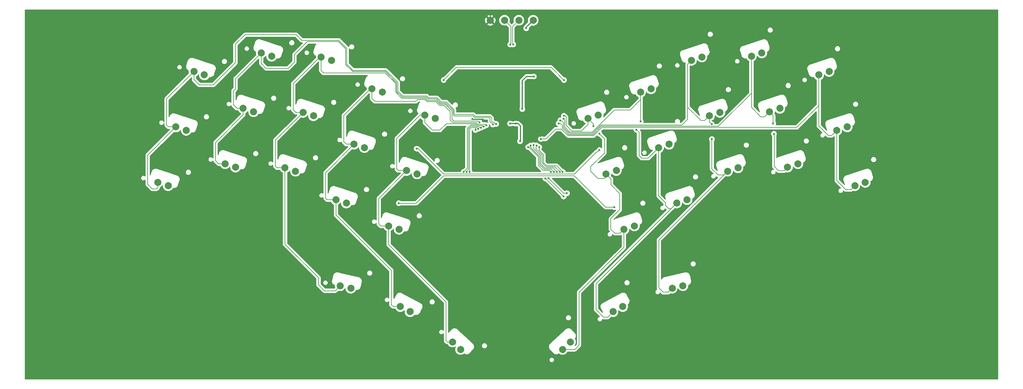
<source format=gbr>
%TF.GenerationSoftware,KiCad,Pcbnew,9.0.6*%
%TF.CreationDate,2025-12-02T23:38:21-05:00*%
%TF.ProjectId,frameortho,6672616d-656f-4727-9468-6f2e6b696361,rev?*%
%TF.SameCoordinates,Original*%
%TF.FileFunction,Copper,L2,Bot*%
%TF.FilePolarity,Positive*%
%FSLAX46Y46*%
G04 Gerber Fmt 4.6, Leading zero omitted, Abs format (unit mm)*
G04 Created by KiCad (PCBNEW 9.0.6) date 2025-12-02 23:38:21*
%MOMM*%
%LPD*%
G01*
G04 APERTURE LIST*
%TA.AperFunction,CastellatedPad*%
%ADD10C,2.000000*%
%TD*%
%TA.AperFunction,ComponentPad*%
%ADD11C,2.600000*%
%TD*%
%TA.AperFunction,ConnectorPad*%
%ADD12C,3.800000*%
%TD*%
%TA.AperFunction,SMDPad,CuDef*%
%ADD13C,2.000000*%
%TD*%
%TA.AperFunction,ViaPad*%
%ADD14C,0.600000*%
%TD*%
%TA.AperFunction,Conductor*%
%ADD15C,0.200000*%
%TD*%
%TA.AperFunction,Conductor*%
%ADD16C,0.304800*%
%TD*%
G04 APERTURE END LIST*
D10*
%TO.P,S3,1,1*%
%TO.N,COL_2*%
X158316022Y-93584191D03*
%TO.P,S3,2,2*%
%TO.N,Net-(D3-A)*%
X161264298Y-94542144D03*
%TD*%
%TO.P,S13,1,1*%
%TO.N,COL_2*%
X153203827Y-109276631D03*
%TO.P,S13,2,2*%
%TO.N,Net-(D13-A)*%
X156152103Y-110234584D03*
%TD*%
%TO.P,S12,1,1*%
%TO.N,COL_1*%
X136233346Y-108114338D03*
%TO.P,S12,2,2*%
%TO.N,Net-(D12-A)*%
X139181622Y-109072291D03*
%TD*%
%TO.P,S11,1,1*%
%TO.N,COL_0*%
X117166854Y-113385940D03*
%TO.P,S11,2,2*%
%TO.N,Net-(D11-A)*%
X120115130Y-114343893D03*
%TD*%
%TO.P,S15,1,1*%
%TO.N,COL_4*%
X182543814Y-125724392D03*
%TO.P,S15,2,2*%
%TO.N,Net-(D15-A)*%
X185492090Y-126682345D03*
%TD*%
%TO.P,S10,1,1*%
%TO.N,COL_9*%
X299245756Y-98651469D03*
%TO.P,S10,2,2*%
%TO.N,Net-(D10-A)*%
X302194032Y-97693516D03*
%TD*%
D11*
%TO.P,H4,1,1*%
%TO.N,GND*%
X236556331Y-91807292D03*
D12*
X236556331Y-91807292D03*
%TD*%
D10*
%TO.P,S31,1,1*%
%TO.N,COL_2*%
X163703643Y-158364205D03*
%TO.P,S31,2,2*%
%TO.N,Net-(D31-A)*%
X166724190Y-159061553D03*
%TD*%
%TO.P,S26,1,1*%
%TO.N,COL_5*%
X244093203Y-142374786D03*
%TO.P,S26,2,2*%
%TO.N,Net-(D26-A)*%
X247041479Y-141416833D03*
%TD*%
%TO.P,S18,1,1*%
%TO.N,COL_7*%
X268320978Y-110234584D03*
%TO.P,S18,2,2*%
%TO.N,Net-(D18-A)*%
X271269254Y-109276631D03*
%TD*%
D11*
%TO.P,H3,1,1*%
%TO.N,GND*%
X233063339Y-152044107D03*
D12*
X233063339Y-152044107D03*
%TD*%
D10*
%TO.P,S35,1,1*%
%TO.N,COL_6*%
X240986931Y-165710411D03*
%TO.P,S35,2,2*%
%TO.N,Net-(D35-A)*%
X243724068Y-164255049D03*
%TD*%
%TO.P,S17,1,1*%
%TO.N,COL_6*%
X253906594Y-119243089D03*
%TO.P,S17,2,2*%
%TO.N,Net-(D17-A)*%
X256854870Y-118285136D03*
%TD*%
%TO.P,S4,1,1*%
%TO.N,COL_3*%
X172730406Y-102592696D03*
%TO.P,S4,2,2*%
%TO.N,Net-(D4-A)*%
X175678682Y-103550649D03*
%TD*%
%TO.P,S23,1,1*%
%TO.N,COL_2*%
X148091632Y-124969055D03*
%TO.P,S23,2,2*%
%TO.N,Net-(D23-A)*%
X151039908Y-125927008D03*
%TD*%
%TO.P,S34,1,1*%
%TO.N,COL_5*%
X226674100Y-176388382D03*
%TO.P,S34,2,2*%
%TO.N,Net-(D34-A)*%
X228941297Y-174274187D03*
%TD*%
%TO.P,S7,1,1*%
%TO.N,COL_6*%
X248794399Y-103550649D03*
%TO.P,S7,2,2*%
%TO.N,Net-(D7-A)*%
X251742675Y-102592696D03*
%TD*%
%TO.P,S20,1,1*%
%TO.N,COL_9*%
X304357951Y-114343893D03*
%TO.P,S20,2,2*%
%TO.N,Net-(D20-A)*%
X307306227Y-113385940D03*
%TD*%
%TO.P,S25,1,1*%
%TO.N,COL_4*%
X177431619Y-141416833D03*
%TO.P,S25,2,2*%
%TO.N,Net-(D25-A)*%
X180379895Y-142374786D03*
%TD*%
D11*
%TO.P,H6,1,1*%
%TO.N,GND*%
X101678787Y-99396274D03*
D12*
X101678787Y-99396274D03*
%TD*%
D10*
%TO.P,S30,1,1*%
%TO.N,COL_9*%
X309470146Y-130036333D03*
%TO.P,S30,2,2*%
%TO.N,Net-(D30-A)*%
X312418422Y-129078380D03*
%TD*%
%TO.P,S2,1,1*%
%TO.N,COL_1*%
X141345541Y-92421898D03*
%TO.P,S2,2,2*%
%TO.N,Net-(D2-A)*%
X144293817Y-93379851D03*
%TD*%
%TO.P,S32,1,1*%
%TO.N,COL_3*%
X180749029Y-164255049D03*
%TO.P,S32,2,2*%
%TO.N,Net-(D32-A)*%
X183486166Y-165710411D03*
%TD*%
%TO.P,S16,1,1*%
%TO.N,COL_5*%
X238981007Y-126682345D03*
%TO.P,S16,2,2*%
%TO.N,Net-(D16-A)*%
X241929283Y-125724392D03*
%TD*%
%TO.P,S22,1,1*%
%TO.N,COL_1*%
X131121151Y-123806762D03*
%TO.P,S22,2,2*%
%TO.N,Net-(D22-A)*%
X134069427Y-124764715D03*
%TD*%
D11*
%TO.P,H2,1,1*%
%TO.N,GND*%
X187916750Y-91807292D03*
D12*
X187916750Y-91807292D03*
%TD*%
D11*
%TO.P,H5,1,1*%
%TO.N,GND*%
X138273081Y-145548579D03*
D12*
X138273081Y-145548579D03*
%TD*%
D10*
%TO.P,S27,1,1*%
%TO.N,COL_6*%
X259018806Y-134935513D03*
%TO.P,S27,2,2*%
%TO.N,Net-(D27-A)*%
X261967082Y-133977560D03*
%TD*%
%TO.P,S24,1,1*%
%TO.N,COL_3*%
X162506016Y-133977560D03*
%TO.P,S24,2,2*%
%TO.N,Net-(D24-A)*%
X165454292Y-134935513D03*
%TD*%
%TO.P,S6,1,1*%
%TO.N,COL_5*%
X233868796Y-110989904D03*
%TO.P,S6,2,2*%
%TO.N,Net-(D6-A)*%
X236817072Y-110031951D03*
%TD*%
%TO.P,S8,1,1*%
%TO.N,COL_7*%
X263208783Y-94542144D03*
%TO.P,S8,2,2*%
%TO.N,Net-(D8-A)*%
X266157059Y-93584191D03*
%TD*%
%TO.P,S9,1,1*%
%TO.N,COL_8*%
X280179264Y-93379851D03*
%TO.P,S9,2,2*%
%TO.N,Net-(D9-A)*%
X283127540Y-92421898D03*
%TD*%
D11*
%TO.P,H7,1,1*%
%TO.N,GND*%
X286200000Y-145548579D03*
D12*
X286200000Y-145548579D03*
%TD*%
D11*
%TO.P,H10,1,1*%
%TO.N,GND*%
X255821512Y-175921749D03*
D12*
X255821512Y-175921749D03*
%TD*%
D10*
%TO.P,S28,1,1*%
%TO.N,COL_7*%
X273433189Y-125927008D03*
%TO.P,S28,2,2*%
%TO.N,Net-(D28-A)*%
X276381465Y-124969055D03*
%TD*%
%TO.P,S14,1,1*%
%TO.N,COL_3*%
X167618211Y-118285136D03*
%TO.P,S14,2,2*%
%TO.N,Net-(D14-A)*%
X170566487Y-119243089D03*
%TD*%
D11*
%TO.P,H9,1,1*%
%TO.N,GND*%
X168651585Y-175921749D03*
D12*
X168651585Y-175921749D03*
%TD*%
D10*
%TO.P,S5,1,1*%
%TO.N,COL_4*%
X187656009Y-110031951D03*
%TO.P,S5,2,2*%
%TO.N,Net-(D5-A)*%
X190604285Y-110989904D03*
%TD*%
%TO.P,S33,1,1*%
%TO.N,COL_4*%
X195531784Y-174274187D03*
%TO.P,S33,2,2*%
%TO.N,Net-(D33-A)*%
X197798981Y-176388382D03*
%TD*%
D11*
%TO.P,H8,1,1*%
%TO.N,GND*%
X322794310Y-99396274D03*
D12*
X322794310Y-99396274D03*
%TD*%
D10*
%TO.P,S29,1,1*%
%TO.N,COL_8*%
X290403670Y-124764715D03*
%TO.P,S29,2,2*%
%TO.N,Net-(D29-A)*%
X293351946Y-123806762D03*
%TD*%
%TO.P,S21,1,1*%
%TO.N,COL_0*%
X112054659Y-129078380D03*
%TO.P,S21,2,2*%
%TO.N,Net-(D21-A)*%
X115002935Y-130036333D03*
%TD*%
%TO.P,S1,1,1*%
%TO.N,COL_0*%
X122279065Y-97693516D03*
%TO.P,S1,2,2*%
%TO.N,Net-(D1-A)*%
X125227341Y-98651469D03*
%TD*%
%TO.P,S36,1,1*%
%TO.N,COL_7*%
X257748891Y-159061553D03*
%TO.P,S36,2,2*%
%TO.N,Net-(D36-A)*%
X260769438Y-158364205D03*
%TD*%
D11*
%TO.P,H1,1,1*%
%TO.N,GND*%
X191409759Y-152044107D03*
D12*
X191409759Y-152044107D03*
%TD*%
D10*
%TO.P,S19,1,1*%
%TO.N,COL_8*%
X285291475Y-109072291D03*
%TO.P,S19,2,2*%
%TO.N,Net-(D19-A)*%
X288239751Y-108114338D03*
%TD*%
D13*
%TO.P,TP20,1,1*%
%TO.N,GND*%
X206224799Y-83190000D03*
%TD*%
%TO.P,TP18,1,1*%
%TO.N,D_P*%
X210261601Y-83180000D03*
%TD*%
%TO.P,TP17,1,1*%
%TO.N,+5V*%
X218374798Y-83190000D03*
%TD*%
%TO.P,TP19,1,1*%
%TO.N,D_N*%
X214311602Y-83180000D03*
%TD*%
D14*
%TO.N,COL_0*%
X207881769Y-112543500D03*
%TO.N,COL_1*%
X206964865Y-112695135D03*
%TO.N,COL_2*%
X203140000Y-112046200D03*
%TO.N,COL_3*%
X205110000Y-112919200D03*
%TO.N,COL_4*%
X204335227Y-113247200D03*
%TO.N,COL_5*%
X237130000Y-115310000D03*
X235440000Y-113160000D03*
X227050600Y-110234000D03*
%TO.N,COL_6*%
X248840000Y-111790000D03*
X247610000Y-114180000D03*
X226974400Y-111074200D03*
%TO.N,COL_7*%
X268980000Y-116830000D03*
X268950000Y-112607800D03*
X226034600Y-111531400D03*
%TO.N,COL_8*%
X225577400Y-112395000D03*
X286560000Y-115360000D03*
X286350000Y-112400000D03*
%TO.N,COL_9*%
X220557800Y-116780000D03*
%TO.N,SWCLK*%
X227000000Y-133080000D03*
X221830000Y-127990000D03*
%TO.N,SWDIO*%
X222700000Y-127870000D03*
X227930000Y-132160000D03*
%TO.N,+1V1*%
X211836000Y-112430774D03*
X218541600Y-99110800D03*
X215290400Y-108305600D03*
X214655400Y-117424200D03*
X213463551Y-112429774D03*
%TO.N,GND*%
X219354400Y-100965000D03*
X223037400Y-122275600D03*
X204495400Y-111556800D03*
X213236540Y-113943500D03*
X211236540Y-115943500D03*
X211236540Y-113943500D03*
X212236540Y-113943500D03*
X226771200Y-122301000D03*
X197916800Y-122199400D03*
X210261200Y-123520200D03*
X210540600Y-120726200D03*
X218313000Y-124333000D03*
X217957400Y-109423200D03*
X216974800Y-106451400D03*
X217525600Y-124536200D03*
X216281000Y-125907800D03*
X220421200Y-115951000D03*
X201142600Y-111134600D03*
X219379800Y-105181400D03*
X212318600Y-123672600D03*
X212236540Y-115943500D03*
X203403200Y-98628200D03*
X204241400Y-116840000D03*
X217982800Y-89382600D03*
X213236540Y-115943500D03*
X216281000Y-106121200D03*
X221335600Y-109093000D03*
X212236540Y-114943500D03*
X209356400Y-109483600D03*
X201244200Y-122301000D03*
X218795600Y-110515400D03*
X211175600Y-99187000D03*
X211236540Y-114943500D03*
X211937600Y-99872800D03*
X213236540Y-114943500D03*
X215188800Y-94742000D03*
X207340200Y-122047000D03*
X215468200Y-91719400D03*
%TO.N,+5V*%
X216408000Y-85445600D03*
%TO.N,ROW_0*%
X193016600Y-100103400D03*
X227104500Y-100103400D03*
%TO.N,ROW_1*%
X237140000Y-119940000D03*
X185360000Y-119530000D03*
%TO.N,ROW_2*%
X180330000Y-134990000D03*
X241390000Y-136100000D03*
%TO.N,D_P*%
X211861602Y-90043000D03*
%TO.N,D_N*%
X212711602Y-90043000D03*
%TO.N,GPIO5*%
X198720000Y-126110000D03*
X203588682Y-113575200D03*
%TO.N,GPIO6*%
X199550300Y-126110000D03*
X202790000Y-113903200D03*
%TO.N,GPIO7*%
X200380600Y-126110000D03*
X202030000Y-114230000D03*
%TO.N,GPIO17*%
X224280000Y-126110000D03*
X217639194Y-118646986D03*
%TO.N,GPIO19*%
X219303600Y-118643400D03*
X225924533Y-126110000D03*
%TO.N,GPIO16*%
X223430000Y-126110000D03*
X216940000Y-119095800D03*
%TO.N,GPIO18*%
X218492018Y-118542904D03*
X225100000Y-126110000D03*
%TO.N,GPIO20*%
X220091000Y-119095800D03*
X226745800Y-126110000D03*
%TD*%
D15*
%TO.N,COL_0*%
X206160000Y-110413800D02*
X201987462Y-110413800D01*
X114550000Y-105422580D02*
X122279065Y-97693516D01*
X206626596Y-110880396D02*
X206160000Y-110413800D01*
X176647124Y-97385800D02*
X167369462Y-97385800D01*
X114550000Y-112835940D02*
X114550000Y-105422580D01*
X127736600Y-101523800D02*
X123850400Y-101523800D01*
X134035800Y-95224600D02*
X127736600Y-101523800D01*
X165605800Y-95622138D02*
X165605800Y-91126338D01*
X151282400Y-87299800D02*
X136753600Y-87299800D01*
X109180000Y-129630000D02*
X109180000Y-121360000D01*
X122279065Y-99952465D02*
X122279065Y-97693516D01*
X123850400Y-101523800D02*
X122279065Y-99952465D01*
X201987462Y-110413800D02*
X201479462Y-109905800D01*
X136753600Y-87299800D02*
X134035800Y-90017600D01*
X110470000Y-130920000D02*
X109180000Y-129630000D01*
X192325586Y-106326600D02*
X191157186Y-105158200D01*
X207213608Y-112094335D02*
X206827527Y-112094335D01*
X134035800Y-90017600D02*
X134035800Y-95224600D01*
X112054659Y-129078380D02*
X112054659Y-130545341D01*
X207881769Y-112543500D02*
X207662773Y-112543500D01*
X180081600Y-100820276D02*
X176647124Y-97385800D01*
X191157186Y-105158200D02*
X188730862Y-105158200D01*
X109180000Y-121360000D02*
X117154060Y-113385940D01*
X163330862Y-88851400D02*
X152834000Y-88851400D01*
X180081600Y-103284076D02*
X180081600Y-100820276D01*
X206827527Y-112094335D02*
X206626596Y-111893404D01*
X165605800Y-91126338D02*
X163330862Y-88851400D01*
X117166854Y-113385940D02*
X115100000Y-113385940D01*
X167369462Y-97385800D02*
X165605800Y-95622138D01*
X193778800Y-106326600D02*
X192325586Y-106326600D01*
X196007400Y-108555200D02*
X193778800Y-106326600D01*
X207662773Y-112543500D02*
X207213608Y-112094335D01*
X201479462Y-109905800D02*
X196120062Y-109905800D01*
X152834000Y-88851400D02*
X151282400Y-87299800D01*
X181424524Y-104627000D02*
X180081600Y-103284076D01*
X111680000Y-130920000D02*
X110470000Y-130920000D01*
X196120062Y-109905800D02*
X196007400Y-109793138D01*
X115100000Y-113385940D02*
X114550000Y-112835940D01*
X188730862Y-105158200D02*
X188199662Y-104627000D01*
X206626596Y-111893404D02*
X206626596Y-110880396D01*
X117154060Y-113385940D02*
X117166854Y-113385940D01*
X196007400Y-109793138D02*
X196007400Y-108555200D01*
X112054659Y-130545341D02*
X111680000Y-130920000D01*
X188199662Y-104627000D02*
X181424524Y-104627000D01*
%TO.N,COL_1*%
X193630862Y-106654600D02*
X192189724Y-106654600D01*
X176511262Y-97713800D02*
X167233600Y-97713800D01*
X150749000Y-95021400D02*
X148945600Y-96824800D01*
X136233346Y-108114338D02*
X134474338Y-108114338D01*
X205892400Y-110744000D02*
X201853800Y-110744000D01*
X206139200Y-111869870D02*
X206139200Y-110990800D01*
X134080000Y-99687439D02*
X141345541Y-92421898D01*
X191021324Y-105486200D02*
X188595000Y-105486200D01*
X181288662Y-104955000D02*
X179753600Y-103419938D01*
X131121151Y-123806762D02*
X129256762Y-123806762D01*
X163195000Y-89179400D02*
X154432000Y-89179400D01*
X154432000Y-89179400D02*
X150749000Y-92862400D01*
X150749000Y-92862400D02*
X150749000Y-95021400D01*
X128390000Y-117800000D02*
X128390000Y-122940000D01*
X206964465Y-112695135D02*
X206139200Y-111869870D01*
X167233600Y-97713800D02*
X165277800Y-95758000D01*
X148945600Y-96824800D02*
X142748000Y-96824800D01*
X142748000Y-96824800D02*
X141345541Y-95422341D01*
X201422000Y-110312200D02*
X196062600Y-110312200D01*
X192189724Y-106654600D02*
X191021324Y-105486200D01*
X188595000Y-105486200D02*
X188063800Y-104955000D01*
X196062600Y-110312200D02*
X195679400Y-109929000D01*
X136233346Y-108114338D02*
X136233346Y-109956654D01*
X206139200Y-110990800D02*
X205892400Y-110744000D01*
X206964865Y-112695135D02*
X206964465Y-112695135D01*
X133460000Y-103190000D02*
X134080000Y-102570000D01*
X129256762Y-123806762D02*
X128390000Y-122940000D01*
X179753600Y-103419938D02*
X179753600Y-100956138D01*
X201853800Y-110744000D02*
X201422000Y-110312200D01*
X136233346Y-109956654D02*
X128390000Y-117800000D01*
X165277800Y-95758000D02*
X165277800Y-91262200D01*
X133460000Y-107100000D02*
X133460000Y-103190000D01*
X165277800Y-91262200D02*
X163195000Y-89179400D01*
X195679400Y-109929000D02*
X195679400Y-108703138D01*
X179753600Y-100956138D02*
X176511262Y-97713800D01*
X134080000Y-102570000D02*
X134080000Y-99687439D01*
X134474338Y-108114338D02*
X133460000Y-107100000D01*
X195679400Y-108703138D02*
X193630862Y-106654600D01*
X188063800Y-104955000D02*
X181288662Y-104955000D01*
X141345541Y-95422341D02*
X141345541Y-92421898D01*
%TO.N,COL_2*%
X192081462Y-107010200D02*
X190938462Y-105867200D01*
X158316022Y-93584191D02*
X157935809Y-93584191D01*
X148091632Y-124969055D02*
X145809055Y-124969055D01*
X159240000Y-159790000D02*
X162277848Y-159790000D01*
X181152800Y-105283000D02*
X179425600Y-103555800D01*
X195351400Y-111226600D02*
X195351400Y-108839000D01*
X193522600Y-107010200D02*
X192081462Y-107010200D01*
X203140000Y-112046200D02*
X202828400Y-111734600D01*
X157580000Y-156070000D02*
X157580000Y-158130000D01*
X153203827Y-109276631D02*
X145330000Y-117150458D01*
X158316022Y-97432222D02*
X158316022Y-93584191D01*
X179425600Y-101092000D02*
X176428400Y-98094800D01*
X202000000Y-111734600D02*
X195859400Y-111734600D01*
X176428400Y-98094800D02*
X158978600Y-98094800D01*
X190938462Y-105867200D02*
X188449262Y-105867200D01*
X145330000Y-117150458D02*
X145330000Y-124490000D01*
X188449262Y-105867200D02*
X187865062Y-105283000D01*
X153203827Y-109276631D02*
X151176631Y-109276631D01*
X179425600Y-103555800D02*
X179425600Y-101092000D01*
X157935809Y-93584191D02*
X150410000Y-101110000D01*
X148091632Y-146581632D02*
X157580000Y-156070000D01*
X202828400Y-111734600D02*
X202000000Y-111734600D01*
X145809055Y-124969055D02*
X145330000Y-124490000D01*
X148091632Y-124969055D02*
X148091632Y-146581632D01*
X162277848Y-159790000D02*
X163703643Y-158364205D01*
X187865062Y-105283000D02*
X181152800Y-105283000D01*
X150410000Y-101110000D02*
X150410000Y-108510000D01*
X158978600Y-98094800D02*
X158316022Y-97432222D01*
X195859400Y-111734600D02*
X195351400Y-111226600D01*
X157580000Y-158130000D02*
X159240000Y-159790000D01*
X195351400Y-108839000D02*
X193522600Y-107010200D01*
X151176631Y-109276631D02*
X150410000Y-108510000D01*
%TO.N,COL_3*%
X205110000Y-112919200D02*
X204837000Y-112646200D01*
X172287304Y-102592696D02*
X164770000Y-110110000D01*
X172730406Y-105333800D02*
X172730406Y-102592696D01*
X201440000Y-112162000D02*
X195601000Y-112162000D01*
X194894200Y-109067600D02*
X193167000Y-107340400D01*
X178190000Y-163700000D02*
X178745049Y-164255049D01*
X204837000Y-112646200D02*
X202787786Y-112646200D01*
X190804800Y-106197400D02*
X188315600Y-106197400D01*
X191947800Y-107340400D02*
X190804800Y-106197400D01*
X178190000Y-153970000D02*
X178190000Y-163700000D01*
X159550000Y-126353347D02*
X159550000Y-133550000D01*
X193167000Y-107340400D02*
X191947800Y-107340400D01*
X187731400Y-105613200D02*
X185648600Y-105613200D01*
X159550000Y-133550000D02*
X159977560Y-133977560D01*
X185089800Y-106172000D02*
X173568606Y-106172000D01*
X194894200Y-111455200D02*
X194894200Y-109067600D01*
X195601000Y-112162000D02*
X194894200Y-111455200D01*
X159977560Y-133977560D02*
X162506016Y-133977560D01*
X178745049Y-164255049D02*
X180749029Y-164255049D01*
X167618211Y-118285136D02*
X165455136Y-118285136D01*
X162506016Y-138286016D02*
X178190000Y-153970000D01*
X162506016Y-133977560D02*
X162506016Y-138286016D01*
X185648600Y-105613200D02*
X185089800Y-106172000D01*
X165455136Y-118285136D02*
X164770000Y-117600000D01*
X173568606Y-106172000D02*
X172730406Y-105333800D01*
X164770000Y-110110000D02*
X164770000Y-117600000D01*
X202303586Y-112162000D02*
X201440000Y-112162000D01*
X172730406Y-102592696D02*
X172287304Y-102592696D01*
X167618211Y-118285136D02*
X159550000Y-126353347D01*
X202787786Y-112646200D02*
X202303586Y-112162000D01*
X188315600Y-106197400D02*
X187731400Y-105613200D01*
%TO.N,COL_4*%
X204335227Y-113247200D02*
X204110625Y-113247200D01*
X182543814Y-125724392D02*
X174640000Y-133628206D01*
X191930400Y-114309600D02*
X189819600Y-114309600D01*
X189819600Y-114309600D02*
X187656009Y-112146009D01*
X193660000Y-173920000D02*
X193660000Y-162940000D01*
X177431619Y-146711619D02*
X177431619Y-141416833D01*
X174640000Y-140870000D02*
X175186833Y-141416833D01*
X175186833Y-141416833D02*
X177431619Y-141416833D01*
X174640000Y-133628206D02*
X174640000Y-140870000D01*
X180134392Y-125724392D02*
X179730000Y-125320000D01*
X203837625Y-112974200D02*
X202651924Y-112974200D01*
X202167724Y-112490000D02*
X201720000Y-112490000D01*
X202651924Y-112974200D02*
X202167724Y-112490000D01*
X179730000Y-125320000D02*
X179730000Y-116660000D01*
X193750000Y-112490000D02*
X191930400Y-114309600D01*
X195531784Y-174274187D02*
X194014187Y-174274187D01*
X201720000Y-112490000D02*
X193750000Y-112490000D01*
X193660000Y-162940000D02*
X177431619Y-146711619D01*
X204110625Y-113247200D02*
X203837625Y-112974200D01*
X194014187Y-174274187D02*
X193660000Y-173920000D01*
X182543814Y-125724392D02*
X180134392Y-125724392D01*
X186358049Y-110031951D02*
X187656009Y-110031951D01*
X179730000Y-116660000D02*
X186358049Y-110031951D01*
X187656009Y-112146009D02*
X187656009Y-110031951D01*
%TO.N,COL_5*%
X233868796Y-112663404D02*
X233868796Y-110989904D01*
X234680000Y-124600000D02*
X238520000Y-120760000D01*
X238981007Y-126682345D02*
X238981007Y-127508993D01*
X240440000Y-128141338D02*
X240440000Y-129810000D01*
X231350000Y-160220000D02*
X241980000Y-149590000D01*
X241510000Y-143500000D02*
X242967989Y-143500000D01*
X227685600Y-110515400D02*
X227685600Y-112928400D01*
X235440000Y-112561108D02*
X235440000Y-113160000D01*
X227050600Y-110234000D02*
X227404200Y-110234000D01*
X232003600Y-114528600D02*
X233868796Y-112663404D01*
X241980000Y-149590000D02*
X241980000Y-149580000D01*
X229616000Y-114528600D02*
X232003600Y-114528600D01*
X226674100Y-176388382D02*
X230141618Y-176388382D01*
X238520000Y-116700000D02*
X237130000Y-115310000D01*
X238470000Y-128020000D02*
X236720000Y-128020000D01*
X238981007Y-127508993D02*
X238470000Y-128020000D01*
X242967989Y-143500000D02*
X244093203Y-142374786D01*
X233868796Y-110989904D02*
X235440000Y-112561108D01*
X242910000Y-136820000D02*
X240360000Y-139370000D01*
X229285800Y-114528600D02*
X229616000Y-114528600D01*
X231350000Y-175180000D02*
X231350000Y-160220000D01*
X230141618Y-176388382D02*
X231350000Y-175180000D01*
X240360000Y-139370000D02*
X240360000Y-142350000D01*
X238981007Y-126682345D02*
X240440000Y-128141338D01*
X227404200Y-110234000D02*
X227685600Y-110515400D01*
X227685600Y-112928400D02*
X229285800Y-114528600D01*
X236720000Y-128020000D02*
X234680000Y-125980000D01*
X238520000Y-120760000D02*
X238520000Y-116700000D01*
X241980000Y-149580000D02*
X244093203Y-147466797D01*
X240360000Y-142350000D02*
X241510000Y-143500000D01*
X242910000Y-132280000D02*
X242910000Y-136820000D01*
X240440000Y-129810000D02*
X242910000Y-132280000D01*
X244093203Y-147466797D02*
X244093203Y-142374786D01*
X234680000Y-125980000D02*
X234680000Y-124600000D01*
%TO.N,COL_6*%
X259018806Y-134935513D02*
X236180000Y-157774319D01*
X248794399Y-111744399D02*
X248840000Y-111790000D01*
X241355800Y-108580000D02*
X245880000Y-108580000D01*
X253906594Y-119243089D02*
X250899682Y-122250000D01*
X248340000Y-121450000D02*
X248340000Y-114910000D01*
X240986931Y-165710411D02*
X239452342Y-167245000D01*
X229412800Y-114856600D02*
X235079200Y-114856600D01*
X250899682Y-122250000D02*
X249140000Y-122250000D01*
X239452342Y-167245000D02*
X238345000Y-167245000D01*
X236180000Y-165080000D02*
X238345000Y-167245000D01*
X245880000Y-108580000D02*
X248794399Y-105665601D01*
X248340000Y-114910000D02*
X247610000Y-114180000D01*
X249140000Y-122250000D02*
X248340000Y-121450000D01*
X226974400Y-111074200D02*
X227266500Y-111366300D01*
X253906594Y-119243089D02*
X253906594Y-132916594D01*
X235079200Y-114856600D02*
X241355800Y-108580000D01*
X228775600Y-114856600D02*
X227266500Y-113347500D01*
X248794399Y-105665601D02*
X248794399Y-103550649D01*
X229412800Y-114856600D02*
X228775600Y-114856600D01*
X255850000Y-135640000D02*
X256730000Y-136520000D01*
X248794399Y-103550649D02*
X248794399Y-111744399D01*
X236180000Y-157774319D02*
X236180000Y-165080000D01*
X255850000Y-134860000D02*
X255850000Y-135640000D01*
X227266500Y-111366300D02*
X227266500Y-113347500D01*
X256730000Y-136520000D02*
X257434319Y-136520000D01*
X253906594Y-132916594D02*
X255850000Y-134860000D01*
X257434319Y-136520000D02*
X259018806Y-134935513D01*
%TO.N,COL_7*%
X237562553Y-112837109D02*
X260512891Y-112837109D01*
X268320978Y-110234584D02*
X268320978Y-111978778D01*
X262100000Y-111250000D02*
X262100000Y-104960000D01*
X235215062Y-115184600D02*
X237562553Y-112837109D01*
X268980000Y-125240000D02*
X270710000Y-126970000D01*
X226278100Y-111531400D02*
X226938500Y-112191800D01*
X253940000Y-158950000D02*
X255190000Y-160200000D01*
X260512891Y-112837109D02*
X262100000Y-111250000D01*
X262100000Y-104960000D02*
X262100000Y-95650927D01*
X262100000Y-95650927D02*
X263208783Y-94542144D01*
X228639738Y-115184600D02*
X235215062Y-115184600D01*
X256610444Y-160200000D02*
X257748891Y-159061553D01*
X272390197Y-126970000D02*
X273433189Y-125927008D01*
X268320978Y-110234584D02*
X266950562Y-111605000D01*
X255190000Y-160200000D02*
X256610444Y-160200000D01*
X253940000Y-145420197D02*
X253940000Y-158950000D01*
X262100000Y-107820000D02*
X265885000Y-111605000D01*
X270710000Y-126970000D02*
X272390197Y-126970000D01*
X268320978Y-111978778D02*
X268950000Y-112607800D01*
X268980000Y-116830000D02*
X268980000Y-125240000D01*
X266950562Y-111605000D02*
X265885000Y-111605000D01*
X226938500Y-113483362D02*
X228639738Y-115184600D01*
X226034600Y-111531400D02*
X226278100Y-111531400D01*
X262100000Y-104960000D02*
X262100000Y-107820000D01*
X226938500Y-112191800D02*
X226938500Y-113483362D01*
X273433189Y-125927008D02*
X253940000Y-145420197D01*
%TO.N,COL_8*%
X226051700Y-112395000D02*
X226610500Y-112953800D01*
X235350924Y-115512600D02*
X237655724Y-113207800D01*
X287820000Y-125750000D02*
X289510000Y-125750000D01*
X226610500Y-113656700D02*
X228466400Y-115512600D01*
X290403670Y-124856330D02*
X290403670Y-124764715D01*
X270840200Y-113207800D02*
X280179264Y-103868736D01*
X225577400Y-112395000D02*
X226051700Y-112395000D01*
X280179264Y-103868736D02*
X280179264Y-107819264D01*
X280179264Y-107819264D02*
X282880000Y-110520000D01*
X286350000Y-110130816D02*
X286350000Y-112400000D01*
X280179264Y-93379851D02*
X280179264Y-103868736D01*
X285291475Y-109072291D02*
X286350000Y-110130816D01*
X226610500Y-112953800D02*
X226610500Y-113656700D01*
X283843766Y-110520000D02*
X285291475Y-109072291D01*
X286630000Y-124560000D02*
X287820000Y-125750000D01*
X228466400Y-115512600D02*
X235350924Y-115512600D01*
X237655724Y-113207800D02*
X270840200Y-113207800D01*
X286560000Y-115360000D02*
X286630000Y-115430000D01*
X286630000Y-115430000D02*
X286630000Y-124560000D01*
X289510000Y-125750000D02*
X290403670Y-124856330D01*
X282880000Y-110520000D02*
X283843766Y-110520000D01*
%TO.N,COL_9*%
X228235600Y-115840600D02*
X226387311Y-113992311D01*
X302921844Y-115780000D02*
X304357951Y-114343893D01*
X299245756Y-107332044D02*
X293042000Y-113535800D01*
X293042000Y-113535800D02*
X237797000Y-113535800D01*
X304357951Y-128567951D02*
X304357951Y-114343893D01*
X237797000Y-113535800D02*
X235492200Y-115840600D01*
X309470146Y-130036333D02*
X308371480Y-131135000D01*
X299245756Y-113065756D02*
X301960000Y-115780000D01*
X306925000Y-131135000D02*
X304357951Y-128567951D01*
X224720023Y-113992311D02*
X221932334Y-116780000D01*
X299245756Y-106740000D02*
X299245756Y-107332044D01*
X301960000Y-115780000D02*
X302921844Y-115780000D01*
X299245756Y-106740000D02*
X299245756Y-113065756D01*
X235492200Y-115840600D02*
X229006400Y-115840600D01*
X229006400Y-115840600D02*
X228235600Y-115840600D01*
X226387311Y-113992311D02*
X224720023Y-113992311D01*
X308371480Y-131135000D02*
X306925000Y-131135000D01*
X299245756Y-106740000D02*
X299245756Y-98651469D01*
X221932334Y-116780000D02*
X220557800Y-116780000D01*
%TO.N,SWCLK*%
X221830000Y-127990000D02*
X221910000Y-127990000D01*
X221910000Y-127990000D02*
X227000000Y-133080000D01*
%TO.N,SWDIO*%
X226990000Y-132160000D02*
X222700000Y-127870000D01*
X227930000Y-132160000D02*
X226990000Y-132160000D01*
D16*
%TO.N,+1V1*%
X214080574Y-112429774D02*
X214757000Y-113106200D01*
X214757000Y-117322600D02*
X214655400Y-117424200D01*
X213463551Y-112429774D02*
X214080574Y-112429774D01*
X211836000Y-112430774D02*
X213462551Y-112430774D01*
X213462551Y-112430774D02*
X213463551Y-112429774D01*
X214757000Y-113106200D02*
X214757000Y-117322600D01*
X215290400Y-108305600D02*
X215290400Y-100279200D01*
X216458800Y-99110800D02*
X218541600Y-99110800D01*
X215290400Y-100279200D02*
X216458800Y-99110800D01*
%TO.N,GND*%
X212318600Y-123672600D02*
X210413600Y-123672600D01*
X216001600Y-81076800D02*
X216382600Y-81457800D01*
X210413600Y-123672600D02*
X210261200Y-123520200D01*
X216382600Y-84023200D02*
X215417400Y-84988400D01*
X204165200Y-111226600D02*
X204495400Y-111556800D01*
X206756000Y-81076800D02*
X216001600Y-81076800D01*
X216382600Y-81457800D02*
X216382600Y-84023200D01*
X206224799Y-81608001D02*
X206756000Y-81076800D01*
X215417400Y-84988400D02*
X215417400Y-91668600D01*
X206224799Y-83190000D02*
X206224799Y-81608001D01*
X201234600Y-111226600D02*
X204165200Y-111226600D01*
X215417400Y-91668600D02*
X215468200Y-91719400D01*
X201142600Y-111134600D02*
X201234600Y-111226600D01*
%TO.N,+5V*%
X216408000Y-85445600D02*
X216408000Y-85156798D01*
X216408000Y-85156798D02*
X218374798Y-83190000D01*
D15*
%TO.N,ROW_0*%
X196600000Y-96520000D02*
X223450000Y-96520000D01*
X227033400Y-100103400D02*
X223450000Y-96520000D01*
X227104500Y-100103400D02*
X227033400Y-100103400D01*
X193016600Y-100103400D02*
X196600000Y-96520000D01*
%TO.N,ROW_1*%
X185800000Y-119530000D02*
X185360000Y-119530000D01*
X236340000Y-120440000D02*
X230070000Y-126710000D01*
X192980000Y-126710000D02*
X185800000Y-119530000D01*
X237140000Y-119940000D02*
X236640000Y-120440000D01*
X230070000Y-126710000D02*
X192980000Y-126710000D01*
X236640000Y-120440000D02*
X236340000Y-120440000D01*
%TO.N,ROW_2*%
X238910000Y-136100000D02*
X230050000Y-127240000D01*
X230050000Y-127240000D02*
X193010000Y-127240000D01*
X193010000Y-127240000D02*
X185260000Y-134990000D01*
X241390000Y-136100000D02*
X238910000Y-136100000D01*
X185260000Y-134990000D02*
X180330000Y-134990000D01*
%TO.N,D_P*%
X212061601Y-89843001D02*
X211861602Y-90043000D01*
X210261601Y-83180000D02*
X212061601Y-84980000D01*
X212061601Y-84980000D02*
X212061601Y-89843001D01*
%TO.N,D_N*%
X212511603Y-89843001D02*
X212711602Y-90043000D01*
X212511603Y-84980000D02*
X212511603Y-89843001D01*
X214311602Y-83180000D02*
X212511603Y-84980000D01*
%TO.N,GPIO5*%
X202516062Y-113302200D02*
X202031862Y-112818000D01*
X199724600Y-125105400D02*
X199704957Y-125105400D01*
X202031862Y-112818000D02*
X200680876Y-112818000D01*
X203038943Y-113302200D02*
X202516062Y-113302200D01*
X198720000Y-126090357D02*
X198720000Y-126110000D01*
X199724600Y-113774276D02*
X199724600Y-125105400D01*
X203588682Y-113575200D02*
X203311943Y-113575200D01*
X199704957Y-125105400D02*
X198720000Y-126090357D01*
X200680876Y-112818000D02*
X199724600Y-113774276D01*
X203311943Y-113575200D02*
X203038943Y-113302200D01*
%TO.N,GPIO6*%
X202653200Y-113903200D02*
X201896000Y-113146000D01*
X201896000Y-113146000D02*
X200816738Y-113146000D01*
X200816738Y-113146000D02*
X200052600Y-113910138D01*
X200052600Y-113910138D02*
X200052600Y-125450600D01*
X199550300Y-125952900D02*
X199550300Y-126110000D01*
X200052600Y-125450600D02*
X199550300Y-125952900D01*
X202790000Y-113903200D02*
X202653200Y-113903200D01*
%TO.N,GPIO7*%
X202030000Y-114230000D02*
X202030000Y-113750000D01*
X200380600Y-114046000D02*
X200380600Y-126110000D01*
X202030000Y-113750000D02*
X201754000Y-113474000D01*
X200952600Y-113474000D02*
X200380600Y-114046000D01*
X201754000Y-113474000D02*
X200952600Y-113474000D01*
%TO.N,GPIO17*%
X224282000Y-126108000D02*
X224280000Y-126110000D01*
X217639194Y-118646986D02*
X217639194Y-119156732D01*
X220218000Y-124053600D02*
X221515600Y-125351200D01*
X221515600Y-125351200D02*
X223521200Y-125351200D01*
X220218000Y-121735538D02*
X220218000Y-124053600D01*
X217639194Y-119156732D02*
X220218000Y-121735538D01*
X223521200Y-125351200D02*
X224280000Y-126110000D01*
%TO.N,GPIO19*%
X219149728Y-119556328D02*
X220954600Y-121361200D01*
X220954600Y-121361200D02*
X220954600Y-123596400D01*
X219151200Y-118795800D02*
X219151200Y-119554856D01*
X219303600Y-118643400D02*
X219151200Y-118795800D01*
X220954600Y-123596400D02*
X222053400Y-124695200D01*
X224535143Y-124695200D02*
X225924533Y-126084590D01*
X219151200Y-119554856D02*
X219149728Y-119556328D01*
X222053400Y-124695200D02*
X224535143Y-124695200D01*
X225924533Y-126084590D02*
X225924533Y-126110000D01*
%TO.N,GPIO16*%
X221234000Y-125679200D02*
X222999200Y-125679200D01*
X217114400Y-119095800D02*
X219811600Y-121793000D01*
X219811600Y-124256800D02*
X221234000Y-125679200D01*
X222999200Y-125679200D02*
X223430000Y-126110000D01*
X219811600Y-121793000D02*
X219811600Y-124256800D01*
X216940000Y-119095800D02*
X217114400Y-119095800D01*
%TO.N,GPIO18*%
X218492018Y-119457418D02*
X220546000Y-121511400D01*
X224043143Y-125023200D02*
X225100000Y-126080057D01*
X221746400Y-125023200D02*
X224043143Y-125023200D01*
X225100000Y-126080057D02*
X225100000Y-126110000D01*
X220546000Y-121511400D02*
X220546000Y-123822800D01*
X218492018Y-118542904D02*
X218492018Y-119457418D01*
X225103267Y-126106733D02*
X225100000Y-126110000D01*
X220546000Y-123822800D02*
X221746400Y-125023200D01*
%TO.N,GPIO20*%
X221284800Y-121227538D02*
X221284800Y-123462738D01*
X221284800Y-123462738D02*
X222189262Y-124367200D01*
X220091000Y-119095800D02*
X220091000Y-120033738D01*
X226745800Y-126081324D02*
X226745800Y-126110000D01*
X222189262Y-124367200D02*
X225031676Y-124367200D01*
X220091000Y-120033738D02*
X221284800Y-121227538D01*
X225031676Y-124367200D02*
X226745800Y-126081324D01*
%TD*%
%TA.AperFunction,Conductor*%
%TO.N,GND*%
G36*
X205481739Y-111364185D02*
G01*
X205527494Y-111416989D01*
X205538700Y-111468500D01*
X205538700Y-111783200D01*
X205538699Y-111783218D01*
X205538699Y-111948924D01*
X205538698Y-111948924D01*
X205538699Y-111948927D01*
X205558431Y-112022570D01*
X205556769Y-112092418D01*
X205517607Y-112150281D01*
X205453379Y-112177785D01*
X205391206Y-112169224D01*
X205343497Y-112149463D01*
X205343489Y-112149461D01*
X205188845Y-112118700D01*
X205188842Y-112118700D01*
X205157570Y-112118700D01*
X205095569Y-112102087D01*
X205087643Y-112097511D01*
X205068785Y-112086623D01*
X204916057Y-112045699D01*
X204757943Y-112045699D01*
X204750347Y-112045699D01*
X204750331Y-112045700D01*
X204057848Y-112045700D01*
X203990809Y-112026015D01*
X203945054Y-111973211D01*
X203936231Y-111945892D01*
X203909738Y-111812708D01*
X203909737Y-111812707D01*
X203909737Y-111812703D01*
X203907499Y-111807300D01*
X203849397Y-111667027D01*
X203849390Y-111667014D01*
X203762778Y-111537391D01*
X203741900Y-111470714D01*
X203760384Y-111403334D01*
X203812363Y-111356643D01*
X203865880Y-111344500D01*
X205414700Y-111344500D01*
X205481739Y-111364185D01*
G37*
%TD.AperFunction*%
%TA.AperFunction,Conductor*%
G36*
X350052052Y-80147232D02*
G01*
X350097821Y-80200024D01*
X350109040Y-80251565D01*
X350109040Y-184748500D01*
X350089355Y-184815539D01*
X350036551Y-184861294D01*
X349985040Y-184872500D01*
X74488040Y-184872500D01*
X74421001Y-184852815D01*
X74375246Y-184800011D01*
X74364040Y-184748500D01*
X74364040Y-179421815D01*
X223006546Y-179421815D01*
X223030660Y-179543039D01*
X223030663Y-179543049D01*
X223077960Y-179657236D01*
X223077967Y-179657249D01*
X223146635Y-179760017D01*
X223146638Y-179760021D01*
X223234035Y-179847418D01*
X223234039Y-179847421D01*
X223336807Y-179916089D01*
X223336820Y-179916096D01*
X223451007Y-179963393D01*
X223451012Y-179963395D01*
X223451016Y-179963395D01*
X223451017Y-179963396D01*
X223572241Y-179987510D01*
X223572244Y-179987510D01*
X223695852Y-179987510D01*
X223777408Y-179971286D01*
X223817082Y-179963395D01*
X223931280Y-179916093D01*
X224034055Y-179847421D01*
X224121458Y-179760018D01*
X224190130Y-179657243D01*
X224237432Y-179543045D01*
X224261547Y-179421813D01*
X224261547Y-179298207D01*
X224261547Y-179298204D01*
X224237433Y-179176980D01*
X224237432Y-179176979D01*
X224237432Y-179176975D01*
X224190838Y-179064486D01*
X224190133Y-179062783D01*
X224190126Y-179062770D01*
X224121458Y-178960002D01*
X224121455Y-178959998D01*
X224034058Y-178872601D01*
X224034054Y-178872598D01*
X223931286Y-178803930D01*
X223931273Y-178803923D01*
X223817086Y-178756626D01*
X223817076Y-178756623D01*
X223695852Y-178732510D01*
X223695850Y-178732510D01*
X223572244Y-178732510D01*
X223572242Y-178732510D01*
X223451017Y-178756623D01*
X223451007Y-178756626D01*
X223336820Y-178803923D01*
X223336807Y-178803930D01*
X223234039Y-178872598D01*
X223234035Y-178872601D01*
X223146638Y-178959998D01*
X223146635Y-178960002D01*
X223077967Y-179062770D01*
X223077960Y-179062783D01*
X223030663Y-179176970D01*
X223030660Y-179176980D01*
X223006547Y-179298204D01*
X223006547Y-179298207D01*
X223006547Y-179311389D01*
X223006547Y-179421813D01*
X223006547Y-179421815D01*
X223006546Y-179421815D01*
X74364040Y-179421815D01*
X74364040Y-127921969D01*
X107354265Y-127921969D01*
X107378379Y-128043193D01*
X107378382Y-128043203D01*
X107425679Y-128157390D01*
X107425686Y-128157403D01*
X107494354Y-128260171D01*
X107494357Y-128260175D01*
X107581755Y-128347573D01*
X107581759Y-128347576D01*
X107684527Y-128416244D01*
X107684540Y-128416251D01*
X107790369Y-128460086D01*
X107798732Y-128463550D01*
X107798736Y-128463550D01*
X107798737Y-128463551D01*
X107919961Y-128487665D01*
X107919964Y-128487665D01*
X108043572Y-128487665D01*
X108126303Y-128471208D01*
X108164802Y-128463550D01*
X108279000Y-128416248D01*
X108381775Y-128347576D01*
X108381775Y-128347575D01*
X108386609Y-128344346D01*
X108453286Y-128323468D01*
X108520666Y-128341952D01*
X108567357Y-128393931D01*
X108579500Y-128447448D01*
X108579500Y-129543330D01*
X108579499Y-129543348D01*
X108579499Y-129709054D01*
X108579498Y-129709054D01*
X108620423Y-129861786D01*
X108636167Y-129889053D01*
X108636168Y-129889058D01*
X108636170Y-129889058D01*
X108699479Y-129998714D01*
X108699481Y-129998717D01*
X108818349Y-130117585D01*
X108818355Y-130117590D01*
X109985139Y-131284374D01*
X109985149Y-131284385D01*
X109989479Y-131288715D01*
X109989480Y-131288716D01*
X110101284Y-131400520D01*
X110101286Y-131400521D01*
X110101290Y-131400524D01*
X110238209Y-131479573D01*
X110238212Y-131479575D01*
X110238216Y-131479577D01*
X110338933Y-131506564D01*
X110338932Y-131506564D01*
X110349923Y-131509508D01*
X110390942Y-131520500D01*
X110390943Y-131520500D01*
X111593331Y-131520500D01*
X111593347Y-131520501D01*
X111600943Y-131520501D01*
X111759054Y-131520501D01*
X111759057Y-131520501D01*
X111911785Y-131479577D01*
X112003022Y-131426901D01*
X112048716Y-131400520D01*
X112160520Y-131288716D01*
X112160520Y-131288714D01*
X112170724Y-131278511D01*
X112170728Y-131278506D01*
X112413165Y-131036069D01*
X112413170Y-131036065D01*
X112423373Y-131025861D01*
X112423375Y-131025861D01*
X112535179Y-130914057D01*
X112598305Y-130804719D01*
X112614236Y-130777126D01*
X112655160Y-130624398D01*
X112655160Y-130532447D01*
X112674845Y-130465408D01*
X112722866Y-130421962D01*
X112841090Y-130361724D01*
X112841089Y-130361724D01*
X112841092Y-130361723D01*
X113032169Y-130222897D01*
X113199176Y-130055890D01*
X113278117Y-129947236D01*
X113333447Y-129904571D01*
X113403060Y-129898592D01*
X113464855Y-129931198D01*
X113499212Y-129992036D01*
X113502435Y-130020122D01*
X113502435Y-130154430D01*
X113539381Y-130387701D01*
X113612368Y-130612329D01*
X113710397Y-130804719D01*
X113719592Y-130822766D01*
X113858418Y-131013843D01*
X114025425Y-131180850D01*
X114216502Y-131319676D01*
X114290685Y-131357474D01*
X114426938Y-131426899D01*
X114426940Y-131426899D01*
X114426943Y-131426901D01*
X114521822Y-131457729D01*
X114651566Y-131499886D01*
X114884838Y-131536833D01*
X114884843Y-131536833D01*
X115121032Y-131536833D01*
X115354303Y-131499886D01*
X115416807Y-131479577D01*
X115578927Y-131426901D01*
X115789368Y-131319676D01*
X115980445Y-131180850D01*
X116147452Y-131013843D01*
X116286278Y-130822766D01*
X116344879Y-130707753D01*
X116392852Y-130656959D01*
X116460672Y-130640163D01*
X116472604Y-130641254D01*
X116631747Y-130663624D01*
X116828917Y-130656741D01*
X117021897Y-130615724D01*
X117204821Y-130541817D01*
X117372132Y-130437267D01*
X117518745Y-130305252D01*
X117586475Y-130218557D01*
X117640200Y-130149788D01*
X117640202Y-130149784D01*
X117640205Y-130149781D01*
X117643200Y-130144149D01*
X117732821Y-129975583D01*
X117737992Y-129959668D01*
X117763301Y-129881763D01*
X118176596Y-128609770D01*
X118179318Y-128601398D01*
X118180077Y-128599060D01*
X118180077Y-128599058D01*
X118180083Y-128599043D01*
X118180144Y-128598952D01*
X118195952Y-128550293D01*
X118195953Y-128550294D01*
X118226433Y-128456477D01*
X118253885Y-128261108D01*
X118246996Y-128063940D01*
X118205973Y-127870964D01*
X118203657Y-127865233D01*
X118132064Y-127688042D01*
X118027517Y-127520736D01*
X118027512Y-127520730D01*
X117927470Y-127409625D01*
X117895502Y-127374121D01*
X117784399Y-127287319D01*
X117740039Y-127252662D01*
X117740038Y-127252661D01*
X117740035Y-127252659D01*
X117681970Y-127221785D01*
X117565842Y-127160039D01*
X117510105Y-127141930D01*
X117510102Y-127141929D01*
X117496143Y-127137393D01*
X117485183Y-127133832D01*
X117468386Y-127128374D01*
X117435066Y-127117547D01*
X117435065Y-127117546D01*
X117435065Y-127117547D01*
X114777764Y-126254137D01*
X114433544Y-126142293D01*
X119986119Y-126142293D01*
X119986119Y-126285606D01*
X120014074Y-126426145D01*
X120014076Y-126426153D01*
X120068915Y-126558547D01*
X120148535Y-126677707D01*
X120249859Y-126779031D01*
X120249862Y-126779033D01*
X120249864Y-126779035D01*
X120282787Y-126801033D01*
X120369019Y-126858651D01*
X120429805Y-126883829D01*
X120501414Y-126913491D01*
X120641960Y-126941447D01*
X120641964Y-126941448D01*
X120641965Y-126941448D01*
X120785270Y-126941448D01*
X120785271Y-126941447D01*
X120925820Y-126913491D01*
X121058216Y-126858650D01*
X121177370Y-126779035D01*
X121278702Y-126677703D01*
X121358317Y-126558549D01*
X121413158Y-126426153D01*
X121441115Y-126285602D01*
X121441115Y-126142298D01*
X121413158Y-126001747D01*
X121379898Y-125921452D01*
X121358318Y-125869352D01*
X121322980Y-125816465D01*
X121278702Y-125750197D01*
X121278700Y-125750195D01*
X121278698Y-125750192D01*
X121177374Y-125648868D01*
X121160001Y-125637260D01*
X121129764Y-125617056D01*
X121058214Y-125569248D01*
X120925820Y-125514409D01*
X120925812Y-125514407D01*
X120785273Y-125486452D01*
X120785269Y-125486452D01*
X120641965Y-125486452D01*
X120641960Y-125486452D01*
X120501421Y-125514407D01*
X120501413Y-125514409D01*
X120369019Y-125569248D01*
X120249859Y-125648868D01*
X120148535Y-125750192D01*
X120068915Y-125869352D01*
X120014076Y-126001746D01*
X120014074Y-126001754D01*
X119986119Y-126142293D01*
X114433544Y-126142293D01*
X111814261Y-125291236D01*
X111814199Y-125291193D01*
X111671873Y-125244955D01*
X111671870Y-125244954D01*
X111476503Y-125217503D01*
X111476501Y-125217503D01*
X111279341Y-125224393D01*
X111279338Y-125224393D01*
X111279336Y-125224394D01*
X111201506Y-125240939D01*
X111086360Y-125265416D01*
X110903446Y-125339320D01*
X110736135Y-125443869D01*
X110589517Y-125575885D01*
X110468061Y-125731342D01*
X110375435Y-125905539D01*
X110352788Y-125975233D01*
X110352789Y-125975234D01*
X110022431Y-126991967D01*
X109982993Y-127049643D01*
X109918635Y-127076841D01*
X109849788Y-127064926D01*
X109798313Y-127017682D01*
X109780500Y-126953649D01*
X109780500Y-121660097D01*
X109800185Y-121593058D01*
X109816819Y-121572416D01*
X113164536Y-118224699D01*
X116553635Y-114835599D01*
X116614956Y-114802116D01*
X116679631Y-114805350D01*
X116753887Y-114829478D01*
X116815485Y-114849493D01*
X117048757Y-114886440D01*
X117048762Y-114886440D01*
X117284951Y-114886440D01*
X117518222Y-114849493D01*
X117560977Y-114835601D01*
X117742846Y-114776508D01*
X117953287Y-114669283D01*
X118144364Y-114530457D01*
X118311371Y-114363450D01*
X118390312Y-114254796D01*
X118445642Y-114212131D01*
X118515255Y-114206152D01*
X118577050Y-114238758D01*
X118611407Y-114299596D01*
X118614630Y-114327682D01*
X118614630Y-114461990D01*
X118651576Y-114695261D01*
X118724563Y-114919889D01*
X118804360Y-115076498D01*
X118831787Y-115130326D01*
X118970613Y-115321403D01*
X119137620Y-115488410D01*
X119328697Y-115627236D01*
X119428121Y-115677895D01*
X119539133Y-115734459D01*
X119539135Y-115734459D01*
X119539138Y-115734461D01*
X119642246Y-115767963D01*
X119763761Y-115807446D01*
X119997033Y-115844393D01*
X119997038Y-115844393D01*
X120233227Y-115844393D01*
X120466498Y-115807446D01*
X120509025Y-115793628D01*
X120691122Y-115734461D01*
X120901563Y-115627236D01*
X121092640Y-115488410D01*
X121259647Y-115321403D01*
X121398473Y-115130326D01*
X121457096Y-115015270D01*
X121505070Y-114964475D01*
X121572891Y-114947679D01*
X121584816Y-114948769D01*
X121743948Y-114971137D01*
X121941112Y-114964255D01*
X122134085Y-114923241D01*
X122134088Y-114923239D01*
X122134091Y-114923239D01*
X122197044Y-114897804D01*
X122317005Y-114849340D01*
X122484312Y-114744798D01*
X122630925Y-114612792D01*
X122752388Y-114457333D01*
X122845010Y-114283143D01*
X122846338Y-114279058D01*
X122863118Y-114227412D01*
X122867655Y-114213450D01*
X122867658Y-114213447D01*
X122873946Y-114194093D01*
X122875497Y-114189322D01*
X122895292Y-114128396D01*
X122895292Y-114128393D01*
X123315956Y-112833729D01*
X123315955Y-112833727D01*
X123319673Y-112822288D01*
X123319764Y-112821867D01*
X123338561Y-112764026D01*
X123366023Y-112568663D01*
X123359143Y-112371499D01*
X123318130Y-112178525D01*
X123244230Y-111995605D01*
X123244084Y-111995372D01*
X123213167Y-111945892D01*
X123139689Y-111828297D01*
X123007683Y-111681684D01*
X123007681Y-111681683D01*
X123007680Y-111681681D01*
X122852225Y-111560222D01*
X122739836Y-111500462D01*
X122678034Y-111467600D01*
X122678030Y-111467598D01*
X122678027Y-111467597D01*
X122678026Y-111467596D01*
X122622296Y-111449488D01*
X119889958Y-110561697D01*
X119545738Y-110449853D01*
X125098314Y-110449853D01*
X125098314Y-110593166D01*
X125126269Y-110733705D01*
X125126271Y-110733713D01*
X125181110Y-110866107D01*
X125212243Y-110912701D01*
X125252996Y-110973693D01*
X125260730Y-110985267D01*
X125362054Y-111086591D01*
X125362057Y-111086593D01*
X125362059Y-111086595D01*
X125412804Y-111120501D01*
X125481214Y-111166211D01*
X125542038Y-111191405D01*
X125613609Y-111221051D01*
X125754155Y-111249007D01*
X125754159Y-111249008D01*
X125754160Y-111249008D01*
X125897465Y-111249008D01*
X125897466Y-111249007D01*
X126038015Y-111221051D01*
X126170411Y-111166210D01*
X126289565Y-111086595D01*
X126390897Y-110985263D01*
X126470512Y-110866109D01*
X126472295Y-110861806D01*
X126490195Y-110818590D01*
X126525353Y-110733713D01*
X126553310Y-110593162D01*
X126553310Y-110449858D01*
X126525353Y-110309307D01*
X126492086Y-110228995D01*
X126470513Y-110176912D01*
X126437714Y-110127825D01*
X126390897Y-110057757D01*
X126390895Y-110057755D01*
X126390893Y-110057752D01*
X126289569Y-109956428D01*
X126254925Y-109933280D01*
X126225860Y-109913859D01*
X126170409Y-109876808D01*
X126038015Y-109821969D01*
X126038007Y-109821967D01*
X125897468Y-109794012D01*
X125897464Y-109794012D01*
X125754160Y-109794012D01*
X125754155Y-109794012D01*
X125613616Y-109821967D01*
X125613608Y-109821969D01*
X125481214Y-109876808D01*
X125362054Y-109956428D01*
X125260730Y-110057752D01*
X125181110Y-110176912D01*
X125126271Y-110309306D01*
X125126269Y-110309314D01*
X125098314Y-110449853D01*
X119545738Y-110449853D01*
X116926713Y-109598880D01*
X116926519Y-109598747D01*
X116784085Y-109552472D01*
X116784079Y-109552470D01*
X116718953Y-109543319D01*
X116588704Y-109525017D01*
X116588702Y-109525017D01*
X116391535Y-109531908D01*
X116198547Y-109572934D01*
X116015625Y-109646847D01*
X115848318Y-109751398D01*
X115701700Y-109883424D01*
X115580247Y-110038890D01*
X115580241Y-110038898D01*
X115487625Y-110213099D01*
X115487624Y-110213102D01*
X115474253Y-110254262D01*
X115464717Y-110283616D01*
X115463224Y-110288211D01*
X115463222Y-110288216D01*
X115392431Y-110506088D01*
X115352994Y-110563764D01*
X115288635Y-110590962D01*
X115219789Y-110579047D01*
X115168313Y-110531803D01*
X115150500Y-110467770D01*
X115150500Y-105722677D01*
X115170185Y-105655638D01*
X115186819Y-105634996D01*
X121466884Y-99354931D01*
X121528207Y-99321446D01*
X121597899Y-99326430D01*
X121653832Y-99368302D01*
X121678249Y-99433766D01*
X121678565Y-99442612D01*
X121678565Y-99865795D01*
X121678564Y-99865813D01*
X121678564Y-100031519D01*
X121678563Y-100031519D01*
X121681646Y-100043025D01*
X121718950Y-100182244D01*
X121719489Y-100184252D01*
X121737180Y-100214893D01*
X121737181Y-100214895D01*
X121798542Y-100321177D01*
X121798546Y-100321182D01*
X121917414Y-100440050D01*
X121917420Y-100440055D01*
X123365539Y-101888174D01*
X123365549Y-101888185D01*
X123369879Y-101892515D01*
X123369880Y-101892516D01*
X123481684Y-102004320D01*
X123561063Y-102050149D01*
X123561064Y-102050150D01*
X123618609Y-102083374D01*
X123618610Y-102083374D01*
X123618615Y-102083377D01*
X123771342Y-102124300D01*
X123771343Y-102124300D01*
X127649931Y-102124300D01*
X127649947Y-102124301D01*
X127657543Y-102124301D01*
X127815654Y-102124301D01*
X127815657Y-102124301D01*
X127968385Y-102083377D01*
X127968389Y-102083375D01*
X127968390Y-102083374D01*
X128025936Y-102050150D01*
X128025937Y-102050149D01*
X128105316Y-102004320D01*
X128217120Y-101892516D01*
X128217120Y-101892514D01*
X128227324Y-101882311D01*
X128227328Y-101882306D01*
X134394306Y-95715328D01*
X134394311Y-95715324D01*
X134404514Y-95705120D01*
X134404516Y-95705120D01*
X134516320Y-95593316D01*
X134541005Y-95550560D01*
X134585329Y-95473789D01*
X134585330Y-95473786D01*
X134595377Y-95456385D01*
X134636300Y-95303657D01*
X134636300Y-95145543D01*
X134636300Y-91265487D01*
X136645147Y-91265487D01*
X136669261Y-91386711D01*
X136669264Y-91386721D01*
X136716561Y-91500908D01*
X136716568Y-91500921D01*
X136785236Y-91603689D01*
X136785239Y-91603693D01*
X136872637Y-91691091D01*
X136872641Y-91691094D01*
X136975409Y-91759762D01*
X136975422Y-91759769D01*
X137089609Y-91807066D01*
X137089614Y-91807068D01*
X137089618Y-91807068D01*
X137089619Y-91807069D01*
X137210843Y-91831183D01*
X137210846Y-91831183D01*
X137334454Y-91831183D01*
X137416647Y-91814833D01*
X137455684Y-91807068D01*
X137563067Y-91762589D01*
X137569875Y-91759769D01*
X137569875Y-91759768D01*
X137569882Y-91759766D01*
X137672657Y-91691094D01*
X137760061Y-91603690D01*
X137828733Y-91500915D01*
X137829441Y-91499207D01*
X137847050Y-91456693D01*
X137876035Y-91386717D01*
X137891582Y-91308559D01*
X137900150Y-91265487D01*
X137900150Y-91141876D01*
X137876036Y-91020652D01*
X137876035Y-91020651D01*
X137876035Y-91020647D01*
X137850229Y-90958345D01*
X137828736Y-90906455D01*
X137828729Y-90906442D01*
X137760061Y-90803674D01*
X137760058Y-90803670D01*
X137672660Y-90716272D01*
X137672656Y-90716269D01*
X137569888Y-90647601D01*
X137569875Y-90647594D01*
X137455688Y-90600297D01*
X137455678Y-90600294D01*
X137334454Y-90576181D01*
X137334452Y-90576181D01*
X137210846Y-90576181D01*
X137210844Y-90576181D01*
X137089619Y-90600294D01*
X137089609Y-90600297D01*
X136975422Y-90647594D01*
X136975409Y-90647601D01*
X136872641Y-90716269D01*
X136872637Y-90716272D01*
X136785239Y-90803670D01*
X136785236Y-90803674D01*
X136716568Y-90906442D01*
X136716561Y-90906455D01*
X136669264Y-91020642D01*
X136669261Y-91020652D01*
X136645148Y-91141876D01*
X136645148Y-91141879D01*
X136645148Y-91155061D01*
X136645148Y-91265485D01*
X136645148Y-91265487D01*
X136645147Y-91265487D01*
X134636300Y-91265487D01*
X134636300Y-90317697D01*
X134655985Y-90250658D01*
X134672619Y-90230016D01*
X136966017Y-87936619D01*
X137027340Y-87903134D01*
X137053698Y-87900300D01*
X150982303Y-87900300D01*
X151049342Y-87919985D01*
X151069983Y-87936618D01*
X152465284Y-89331920D01*
X152465286Y-89331921D01*
X152465290Y-89331924D01*
X152542761Y-89376651D01*
X152602216Y-89410977D01*
X152754943Y-89451901D01*
X152754945Y-89451901D01*
X152920654Y-89451901D01*
X152920670Y-89451900D01*
X153010902Y-89451900D01*
X153077941Y-89471585D01*
X153123696Y-89524389D01*
X153133640Y-89593547D01*
X153104615Y-89657103D01*
X153098583Y-89663581D01*
X150268481Y-92493682D01*
X150268479Y-92493684D01*
X150255610Y-92515975D01*
X150236538Y-92549010D01*
X150189423Y-92630615D01*
X150148499Y-92783343D01*
X150148499Y-92783345D01*
X150148499Y-92951446D01*
X150148500Y-92951459D01*
X150148500Y-94721302D01*
X150128815Y-94788341D01*
X150112181Y-94808983D01*
X148733184Y-96187981D01*
X148671861Y-96221466D01*
X148645503Y-96224300D01*
X143048098Y-96224300D01*
X142981059Y-96204615D01*
X142960417Y-96187981D01*
X141982360Y-95209924D01*
X141948875Y-95148601D01*
X141946041Y-95122243D01*
X141946041Y-93875965D01*
X141965726Y-93808926D01*
X142013746Y-93765480D01*
X142131974Y-93705241D01*
X142323051Y-93566415D01*
X142490058Y-93399408D01*
X142568999Y-93290754D01*
X142624329Y-93248089D01*
X142693942Y-93242110D01*
X142755737Y-93274716D01*
X142790094Y-93335554D01*
X142793317Y-93363640D01*
X142793317Y-93497948D01*
X142830263Y-93731219D01*
X142903250Y-93955847D01*
X142994172Y-94134289D01*
X143010474Y-94166284D01*
X143149300Y-94357361D01*
X143316307Y-94524368D01*
X143507384Y-94663194D01*
X143606808Y-94713853D01*
X143717820Y-94770417D01*
X143717822Y-94770417D01*
X143717825Y-94770419D01*
X143836512Y-94808983D01*
X143942448Y-94843404D01*
X144175720Y-94880351D01*
X144175725Y-94880351D01*
X144411914Y-94880351D01*
X144645185Y-94843404D01*
X144674380Y-94833918D01*
X144869809Y-94770419D01*
X145080250Y-94663194D01*
X145271327Y-94524368D01*
X145438334Y-94357361D01*
X145577160Y-94166284D01*
X145635776Y-94051241D01*
X145683750Y-94000446D01*
X145751571Y-93983650D01*
X145763504Y-93984741D01*
X145922632Y-94007111D01*
X146119799Y-94000231D01*
X146312776Y-93959217D01*
X146495699Y-93885315D01*
X146663008Y-93780770D01*
X146809621Y-93648760D01*
X146931083Y-93493295D01*
X147023701Y-93319099D01*
X147046345Y-93249405D01*
X147471244Y-91941700D01*
X147471280Y-91941646D01*
X147486822Y-91893810D01*
X147486823Y-91893811D01*
X147517305Y-91799995D01*
X147522959Y-91759762D01*
X147544761Y-91604628D01*
X147542777Y-91547828D01*
X147537875Y-91407458D01*
X147496854Y-91214480D01*
X147496852Y-91214477D01*
X147496852Y-91214473D01*
X147429300Y-91047281D01*
X147422947Y-91031558D01*
X147406499Y-91005237D01*
X147340669Y-90899889D01*
X147318398Y-90864249D01*
X147318396Y-90864247D01*
X147318392Y-90864241D01*
X147186385Y-90717637D01*
X147184635Y-90716270D01*
X147036192Y-90600296D01*
X147030920Y-90596177D01*
X147030910Y-90596170D01*
X146856727Y-90503559D01*
X146856724Y-90503558D01*
X146856721Y-90503556D01*
X146787025Y-90480911D01*
X146157916Y-90276501D01*
X144068643Y-89597655D01*
X143724423Y-89485811D01*
X149277001Y-89485811D01*
X149277001Y-89629124D01*
X149304956Y-89769663D01*
X149304958Y-89769671D01*
X149359797Y-89902065D01*
X149401283Y-89964153D01*
X149434506Y-90013876D01*
X149439417Y-90021225D01*
X149540741Y-90122549D01*
X149540744Y-90122551D01*
X149540746Y-90122553D01*
X149609386Y-90168416D01*
X149659901Y-90202169D01*
X149726098Y-90229588D01*
X149792296Y-90257009D01*
X149932842Y-90284965D01*
X149932846Y-90284966D01*
X149932847Y-90284966D01*
X150076152Y-90284966D01*
X150076153Y-90284965D01*
X150216702Y-90257009D01*
X150349098Y-90202168D01*
X150468252Y-90122553D01*
X150569584Y-90021221D01*
X150649199Y-89902067D01*
X150704040Y-89769671D01*
X150731997Y-89629120D01*
X150731997Y-89485816D01*
X150704040Y-89345265D01*
X150664192Y-89249064D01*
X150649200Y-89212870D01*
X150622539Y-89172969D01*
X150569584Y-89093715D01*
X150569582Y-89093713D01*
X150569580Y-89093710D01*
X150468256Y-88992386D01*
X150349096Y-88912766D01*
X150216702Y-88857927D01*
X150216694Y-88857925D01*
X150076155Y-88829970D01*
X150076151Y-88829970D01*
X149932847Y-88829970D01*
X149932842Y-88829970D01*
X149792303Y-88857925D01*
X149792295Y-88857927D01*
X149659901Y-88912766D01*
X149540741Y-88992386D01*
X149439417Y-89093710D01*
X149359797Y-89212870D01*
X149304958Y-89345264D01*
X149304956Y-89345272D01*
X149277001Y-89485811D01*
X143724423Y-89485811D01*
X141021246Y-88607495D01*
X141020546Y-88607341D01*
X141007386Y-88603065D01*
X140962742Y-88588556D01*
X140879012Y-88576785D01*
X140767378Y-88561091D01*
X140767374Y-88561091D01*
X140570212Y-88567969D01*
X140377252Y-88608975D01*
X140194327Y-88682873D01*
X140027019Y-88787412D01*
X140027016Y-88787414D01*
X139880405Y-88919414D01*
X139758943Y-89074869D01*
X139666320Y-89249055D01*
X139666316Y-89249064D01*
X139646299Y-89310662D01*
X139646297Y-89310665D01*
X139646298Y-89310666D01*
X139191760Y-90709587D01*
X139191709Y-90709815D01*
X139172748Y-90768164D01*
X139146014Y-90958345D01*
X139145285Y-90963533D01*
X139152165Y-91160700D01*
X139185202Y-91316142D01*
X139193180Y-91353681D01*
X139267082Y-91536603D01*
X139363618Y-91691094D01*
X139371626Y-91703909D01*
X139503636Y-91850522D01*
X139503640Y-91850525D01*
X139659092Y-91971979D01*
X139659099Y-91971984D01*
X139800974Y-92047418D01*
X139850926Y-92096271D01*
X139866536Y-92164375D01*
X139865234Y-92176301D01*
X139845041Y-92303800D01*
X139845041Y-92539995D01*
X139881988Y-92773267D01*
X139881988Y-92773270D01*
X139922991Y-92899462D01*
X139924986Y-92969303D01*
X139892741Y-93025461D01*
X133714087Y-99204115D01*
X133714079Y-99204123D01*
X133711286Y-99206917D01*
X133711284Y-99206919D01*
X133599480Y-99318723D01*
X133579455Y-99353408D01*
X133573292Y-99364080D01*
X133573292Y-99364082D01*
X133556014Y-99394009D01*
X133520423Y-99455654D01*
X133479499Y-99608382D01*
X133479499Y-99608384D01*
X133479499Y-99776485D01*
X133479500Y-99776498D01*
X133479500Y-102269902D01*
X133459815Y-102336941D01*
X133443181Y-102357583D01*
X132979481Y-102821282D01*
X132979479Y-102821285D01*
X132943630Y-102883379D01*
X132943629Y-102883381D01*
X132900423Y-102958214D01*
X132886970Y-103008422D01*
X132859499Y-103110943D01*
X132859499Y-103110945D01*
X132859499Y-103279046D01*
X132859500Y-103279059D01*
X132859500Y-106408385D01*
X132839815Y-106475424D01*
X132787011Y-106521179D01*
X132717853Y-106531123D01*
X132654297Y-106502098D01*
X132647819Y-106496066D01*
X132560465Y-106408712D01*
X132560461Y-106408709D01*
X132457693Y-106340041D01*
X132457680Y-106340034D01*
X132343493Y-106292737D01*
X132343483Y-106292734D01*
X132222259Y-106268621D01*
X132222257Y-106268621D01*
X132098651Y-106268621D01*
X132098649Y-106268621D01*
X131977424Y-106292734D01*
X131977414Y-106292737D01*
X131863227Y-106340034D01*
X131863214Y-106340041D01*
X131760446Y-106408709D01*
X131760442Y-106408712D01*
X131673044Y-106496110D01*
X131673041Y-106496114D01*
X131604373Y-106598882D01*
X131604366Y-106598895D01*
X131557069Y-106713082D01*
X131557066Y-106713092D01*
X131532953Y-106834316D01*
X131532953Y-106834319D01*
X131532953Y-106847501D01*
X131532953Y-106957925D01*
X131532953Y-106957927D01*
X131532952Y-106957927D01*
X131557066Y-107079151D01*
X131557069Y-107079161D01*
X131604366Y-107193348D01*
X131604373Y-107193361D01*
X131673041Y-107296129D01*
X131673044Y-107296133D01*
X131760442Y-107383531D01*
X131760446Y-107383534D01*
X131863214Y-107452202D01*
X131863227Y-107452209D01*
X131960362Y-107492443D01*
X131977419Y-107499508D01*
X131977423Y-107499508D01*
X131977424Y-107499509D01*
X132098648Y-107523623D01*
X132098651Y-107523623D01*
X132222259Y-107523623D01*
X132303815Y-107507399D01*
X132343489Y-107499508D01*
X132431808Y-107462925D01*
X132457680Y-107452209D01*
X132457680Y-107452208D01*
X132457687Y-107452206D01*
X132560462Y-107383534D01*
X132647866Y-107296130D01*
X132669268Y-107264098D01*
X132722880Y-107219294D01*
X132792205Y-107210586D01*
X132855233Y-107240740D01*
X132891952Y-107300182D01*
X132892145Y-107300894D01*
X132900421Y-107331780D01*
X132900424Y-107331787D01*
X132903478Y-107337076D01*
X132927634Y-107378916D01*
X132971653Y-107455160D01*
X132979481Y-107468717D01*
X133098349Y-107587585D01*
X133098354Y-107587589D01*
X134105622Y-108594858D01*
X134105624Y-108594859D01*
X134105628Y-108594862D01*
X134221568Y-108661799D01*
X134242554Y-108673915D01*
X134395281Y-108714839D01*
X134395283Y-108714839D01*
X134560992Y-108714839D01*
X134561008Y-108714838D01*
X134779278Y-108714838D01*
X134846317Y-108734523D01*
X134889762Y-108782541D01*
X134950003Y-108900771D01*
X135088829Y-109091848D01*
X135255836Y-109258855D01*
X135376780Y-109346726D01*
X135446914Y-109397682D01*
X135517212Y-109433500D01*
X135565140Y-109457920D01*
X135576203Y-109468369D01*
X135590049Y-109474692D01*
X135601090Y-109491873D01*
X135615936Y-109505894D01*
X135620177Y-109521573D01*
X135627823Y-109533470D01*
X135632846Y-109568405D01*
X135632846Y-109656556D01*
X135613161Y-109723595D01*
X135596527Y-109744237D01*
X127909481Y-117431282D01*
X127909477Y-117431287D01*
X127863356Y-117511173D01*
X127830424Y-117568211D01*
X127830423Y-117568212D01*
X127815743Y-117623000D01*
X127789499Y-117720943D01*
X127789499Y-117720945D01*
X127789499Y-117889046D01*
X127789500Y-117889059D01*
X127789500Y-122159646D01*
X127769815Y-122226685D01*
X127717011Y-122272440D01*
X127647853Y-122282384D01*
X127584297Y-122253359D01*
X127562398Y-122228537D01*
X127535671Y-122188538D01*
X127535668Y-122188534D01*
X127448270Y-122101136D01*
X127448266Y-122101133D01*
X127345498Y-122032465D01*
X127345485Y-122032458D01*
X127231298Y-121985161D01*
X127231288Y-121985158D01*
X127110064Y-121961045D01*
X127110062Y-121961045D01*
X126986456Y-121961045D01*
X126986454Y-121961045D01*
X126865229Y-121985158D01*
X126865219Y-121985161D01*
X126751032Y-122032458D01*
X126751019Y-122032465D01*
X126648251Y-122101133D01*
X126648247Y-122101136D01*
X126560849Y-122188534D01*
X126560846Y-122188538D01*
X126492178Y-122291306D01*
X126492171Y-122291319D01*
X126444874Y-122405506D01*
X126444871Y-122405516D01*
X126420758Y-122526740D01*
X126420758Y-122526743D01*
X126420758Y-122539925D01*
X126420758Y-122650349D01*
X126420758Y-122650351D01*
X126420757Y-122650351D01*
X126444871Y-122771575D01*
X126444874Y-122771585D01*
X126492171Y-122885772D01*
X126492178Y-122885785D01*
X126560846Y-122988553D01*
X126560849Y-122988557D01*
X126648247Y-123075955D01*
X126648251Y-123075958D01*
X126751019Y-123144626D01*
X126751032Y-123144633D01*
X126848143Y-123184857D01*
X126865224Y-123191932D01*
X126865228Y-123191932D01*
X126865229Y-123191933D01*
X126986453Y-123216047D01*
X126986456Y-123216047D01*
X127110064Y-123216047D01*
X127194138Y-123199323D01*
X127231294Y-123191932D01*
X127338677Y-123147453D01*
X127345485Y-123144633D01*
X127345485Y-123144632D01*
X127345492Y-123144630D01*
X127448267Y-123075958D01*
X127535671Y-122988554D01*
X127545430Y-122973949D01*
X127562397Y-122948557D01*
X127616009Y-122903751D01*
X127685334Y-122895044D01*
X127748361Y-122925198D01*
X127785081Y-122984641D01*
X127789499Y-123017447D01*
X127789499Y-123019054D01*
X127789498Y-123019054D01*
X127823903Y-123147451D01*
X127830423Y-123171785D01*
X127849606Y-123205010D01*
X127886467Y-123268855D01*
X127909479Y-123308715D01*
X128028349Y-123427585D01*
X128028354Y-123427589D01*
X128888046Y-124287282D01*
X128888048Y-124287283D01*
X128888052Y-124287286D01*
X129003992Y-124354223D01*
X129024978Y-124366339D01*
X129177705Y-124407263D01*
X129177707Y-124407263D01*
X129343416Y-124407263D01*
X129343432Y-124407262D01*
X129667083Y-124407262D01*
X129734122Y-124426947D01*
X129777567Y-124474965D01*
X129837808Y-124593195D01*
X129976634Y-124784272D01*
X130143641Y-124951279D01*
X130334718Y-125090105D01*
X130420233Y-125133677D01*
X130545154Y-125197328D01*
X130545156Y-125197328D01*
X130545159Y-125197330D01*
X130655955Y-125233330D01*
X130769782Y-125270315D01*
X131003054Y-125307262D01*
X131003059Y-125307262D01*
X131239248Y-125307262D01*
X131472519Y-125270315D01*
X131473039Y-125270146D01*
X131697143Y-125197330D01*
X131699165Y-125196300D01*
X131727534Y-125181845D01*
X131907584Y-125090105D01*
X132098661Y-124951279D01*
X132265668Y-124784272D01*
X132344609Y-124675618D01*
X132399939Y-124632953D01*
X132469552Y-124626974D01*
X132531347Y-124659580D01*
X132565704Y-124720418D01*
X132568927Y-124748504D01*
X132568927Y-124882812D01*
X132605873Y-125116083D01*
X132678860Y-125340711D01*
X132775428Y-125530234D01*
X132786084Y-125551148D01*
X132924910Y-125742225D01*
X133091917Y-125909232D01*
X133282994Y-126048058D01*
X133364947Y-126089815D01*
X133493430Y-126155281D01*
X133493432Y-126155281D01*
X133493435Y-126155283D01*
X133613839Y-126194404D01*
X133718058Y-126228268D01*
X133951330Y-126265215D01*
X133951335Y-126265215D01*
X134187524Y-126265215D01*
X134420795Y-126228268D01*
X134465073Y-126213881D01*
X134645419Y-126155283D01*
X134855860Y-126048058D01*
X135046937Y-125909232D01*
X135213944Y-125742225D01*
X135352770Y-125551148D01*
X135411401Y-125436076D01*
X135459375Y-125385281D01*
X135527196Y-125368485D01*
X135539137Y-125369577D01*
X135698247Y-125391941D01*
X135895409Y-125385060D01*
X136088380Y-125344047D01*
X136271297Y-125270148D01*
X136438604Y-125165610D01*
X136585217Y-125033607D01*
X136706680Y-124878151D01*
X136799304Y-124703966D01*
X136818899Y-124643665D01*
X136821951Y-124634272D01*
X136821955Y-124634269D01*
X136829790Y-124610154D01*
X136838784Y-124582478D01*
X136838783Y-124582477D01*
X136844923Y-124563586D01*
X136844925Y-124563571D01*
X137245920Y-123329436D01*
X137246498Y-123327668D01*
X137246609Y-123327505D01*
X137262469Y-123278682D01*
X137262471Y-123278683D01*
X137292950Y-123184864D01*
X137320400Y-122989493D01*
X137313507Y-122792322D01*
X137272482Y-122599344D01*
X137198570Y-122416422D01*
X137094017Y-122249113D01*
X137094013Y-122249108D01*
X136962001Y-122102501D01*
X136960251Y-122101134D01*
X136884221Y-122041735D01*
X136806532Y-121981040D01*
X136806528Y-121981038D01*
X136768925Y-121961045D01*
X136632331Y-121888420D01*
X136632328Y-121888419D01*
X136632320Y-121888415D01*
X136576596Y-121870310D01*
X136576593Y-121870310D01*
X133844255Y-120982519D01*
X133500035Y-120870675D01*
X139052611Y-120870675D01*
X139052611Y-121013988D01*
X139080566Y-121154527D01*
X139080568Y-121154535D01*
X139135407Y-121286929D01*
X139178644Y-121351638D01*
X139192253Y-121372006D01*
X139215027Y-121406089D01*
X139316351Y-121507413D01*
X139316354Y-121507415D01*
X139316356Y-121507417D01*
X139395610Y-121560372D01*
X139435511Y-121587033D01*
X139487905Y-121608735D01*
X139567906Y-121641873D01*
X139708452Y-121669829D01*
X139708456Y-121669830D01*
X139708457Y-121669830D01*
X139851762Y-121669830D01*
X139851763Y-121669829D01*
X139992312Y-121641873D01*
X140124708Y-121587032D01*
X140243862Y-121507417D01*
X140345194Y-121406085D01*
X140424809Y-121286931D01*
X140479650Y-121154535D01*
X140507607Y-121013984D01*
X140507607Y-120870680D01*
X140479650Y-120730129D01*
X140446208Y-120649394D01*
X140424810Y-120597734D01*
X140398149Y-120557833D01*
X140345194Y-120478579D01*
X140345192Y-120478577D01*
X140345190Y-120478574D01*
X140243866Y-120377250D01*
X140124706Y-120297630D01*
X139992312Y-120242791D01*
X139992304Y-120242789D01*
X139851765Y-120214834D01*
X139851761Y-120214834D01*
X139708457Y-120214834D01*
X139708452Y-120214834D01*
X139567913Y-120242789D01*
X139567905Y-120242791D01*
X139435511Y-120297630D01*
X139316351Y-120377250D01*
X139215027Y-120478574D01*
X139135407Y-120597734D01*
X139080568Y-120730128D01*
X139080566Y-120730136D01*
X139052611Y-120870675D01*
X133500035Y-120870675D01*
X130881232Y-120019774D01*
X130880984Y-120019604D01*
X130738390Y-119973278D01*
X130738380Y-119973275D01*
X130689535Y-119966411D01*
X130543003Y-119945821D01*
X130543000Y-119945821D01*
X130345828Y-119952712D01*
X130345825Y-119952713D01*
X130152852Y-119993737D01*
X130152847Y-119993739D01*
X129969928Y-120067650D01*
X129969914Y-120067657D01*
X129802611Y-120172209D01*
X129655994Y-120304236D01*
X129534538Y-120459709D01*
X129534536Y-120459713D01*
X129441921Y-120633919D01*
X129441920Y-120633922D01*
X129413308Y-120721998D01*
X129413306Y-120722004D01*
X129232431Y-121278679D01*
X129192993Y-121336355D01*
X129128635Y-121363553D01*
X129059789Y-121351638D01*
X129008313Y-121304394D01*
X128990500Y-121240361D01*
X128990500Y-118100096D01*
X129010185Y-118033057D01*
X129026814Y-118012420D01*
X136602059Y-110437175D01*
X136602062Y-110437174D01*
X136713866Y-110325370D01*
X136763985Y-110238558D01*
X136792923Y-110188439D01*
X136833846Y-110035712D01*
X136833846Y-109877597D01*
X136833846Y-109568405D01*
X136853531Y-109501366D01*
X136901551Y-109457920D01*
X137019779Y-109397681D01*
X137210856Y-109258855D01*
X137377863Y-109091848D01*
X137456804Y-108983194D01*
X137512134Y-108940529D01*
X137581747Y-108934550D01*
X137643542Y-108967156D01*
X137677899Y-109027994D01*
X137681122Y-109056080D01*
X137681122Y-109190388D01*
X137718068Y-109423659D01*
X137791055Y-109648287D01*
X137887861Y-109838278D01*
X137898279Y-109858724D01*
X138037105Y-110049801D01*
X138204112Y-110216808D01*
X138395189Y-110355634D01*
X138431060Y-110373911D01*
X138605625Y-110462857D01*
X138605627Y-110462857D01*
X138605630Y-110462859D01*
X138694098Y-110491604D01*
X138830253Y-110535844D01*
X139063525Y-110572791D01*
X139063530Y-110572791D01*
X139299719Y-110572791D01*
X139532990Y-110535844D01*
X139566090Y-110525089D01*
X139757614Y-110462859D01*
X139968055Y-110355634D01*
X140159132Y-110216808D01*
X140326139Y-110049801D01*
X140464965Y-109858724D01*
X140523592Y-109743660D01*
X140571565Y-109692866D01*
X140639385Y-109676070D01*
X140651318Y-109677161D01*
X140810441Y-109699529D01*
X141007604Y-109692648D01*
X141200577Y-109651635D01*
X141383496Y-109577735D01*
X141550804Y-109473194D01*
X141697417Y-109341189D01*
X141818880Y-109185730D01*
X141911502Y-109011541D01*
X141927681Y-108961744D01*
X141927685Y-108961739D01*
X141934148Y-108941845D01*
X141934150Y-108941845D01*
X142382448Y-107562127D01*
X142382447Y-107562124D01*
X142386259Y-107550395D01*
X142386330Y-107550064D01*
X142405061Y-107492426D01*
X142432523Y-107297062D01*
X142425643Y-107099897D01*
X142384629Y-106906922D01*
X142310729Y-106724002D01*
X142206186Y-106556693D01*
X142074179Y-106410080D01*
X141918717Y-106288618D01*
X141806643Y-106229026D01*
X141744525Y-106195996D01*
X141688789Y-106177887D01*
X141688787Y-106177886D01*
X141688786Y-106177886D01*
X141674814Y-106173346D01*
X141672235Y-106172507D01*
X141650709Y-106165513D01*
X141650708Y-106165512D01*
X141650705Y-106165512D01*
X141641731Y-106162596D01*
X141641725Y-106162594D01*
X141641725Y-106162593D01*
X138956450Y-105290095D01*
X138612230Y-105178251D01*
X144164806Y-105178251D01*
X144164806Y-105321564D01*
X144192760Y-105462100D01*
X144192762Y-105462107D01*
X144192763Y-105462111D01*
X144209137Y-105501640D01*
X144247602Y-105594505D01*
X144288450Y-105655638D01*
X144322377Y-105706415D01*
X144327222Y-105713665D01*
X144428546Y-105814989D01*
X144428549Y-105814991D01*
X144428551Y-105814993D01*
X144497192Y-105860857D01*
X144547706Y-105894609D01*
X144613903Y-105922028D01*
X144680101Y-105949449D01*
X144820647Y-105977405D01*
X144820651Y-105977406D01*
X144820652Y-105977406D01*
X144963957Y-105977406D01*
X144963958Y-105977405D01*
X145104507Y-105949449D01*
X145236903Y-105894608D01*
X145356057Y-105814993D01*
X145457389Y-105713661D01*
X145537004Y-105594507D01*
X145591845Y-105462111D01*
X145591846Y-105462107D01*
X145591848Y-105462100D01*
X145619801Y-105321564D01*
X145619802Y-105321561D01*
X145619802Y-105178255D01*
X145619801Y-105178251D01*
X145612613Y-105142116D01*
X145591845Y-105037705D01*
X145551877Y-104941215D01*
X145537005Y-104905310D01*
X145489352Y-104833992D01*
X145457389Y-104786155D01*
X145457387Y-104786153D01*
X145457385Y-104786150D01*
X145356061Y-104684826D01*
X145345366Y-104677680D01*
X145270356Y-104627560D01*
X145236901Y-104605206D01*
X145104507Y-104550367D01*
X145104499Y-104550365D01*
X144963960Y-104522410D01*
X144963956Y-104522410D01*
X144820652Y-104522410D01*
X144820647Y-104522410D01*
X144680108Y-104550365D01*
X144680100Y-104550367D01*
X144547706Y-104605206D01*
X144428546Y-104684826D01*
X144327222Y-104786150D01*
X144247602Y-104905310D01*
X144192763Y-105037704D01*
X144192761Y-105037712D01*
X144164806Y-105178251D01*
X138612230Y-105178251D01*
X135993094Y-104327242D01*
X135992877Y-104327093D01*
X135850572Y-104280860D01*
X135850566Y-104280859D01*
X135717869Y-104262214D01*
X135655196Y-104253409D01*
X135655195Y-104253409D01*
X135458023Y-104260300D01*
X135265042Y-104301328D01*
X135265040Y-104301328D01*
X135082116Y-104375242D01*
X135082114Y-104375243D01*
X134914809Y-104479796D01*
X134768192Y-104611821D01*
X134646739Y-104767286D01*
X134646736Y-104767291D01*
X134646735Y-104767293D01*
X134636710Y-104786150D01*
X134554117Y-104941497D01*
X134554116Y-104941500D01*
X134537188Y-104993606D01*
X134531522Y-105011051D01*
X134530988Y-105012694D01*
X134530986Y-105012699D01*
X134302431Y-105716118D01*
X134262994Y-105773794D01*
X134198635Y-105800992D01*
X134129789Y-105789077D01*
X134078313Y-105741833D01*
X134060500Y-105677800D01*
X134060500Y-103490096D01*
X134080185Y-103423057D01*
X134096815Y-103402419D01*
X134438506Y-103060727D01*
X134438511Y-103060724D01*
X134448714Y-103050520D01*
X134448716Y-103050520D01*
X134560520Y-102938716D01*
X134639577Y-102801784D01*
X134674419Y-102671753D01*
X134680500Y-102649058D01*
X134680500Y-102490943D01*
X134680500Y-99987536D01*
X134700185Y-99920497D01*
X134716819Y-99899855D01*
X140533360Y-94083314D01*
X140594683Y-94049829D01*
X140664375Y-94054813D01*
X140720308Y-94096685D01*
X140744725Y-94162149D01*
X140745041Y-94170995D01*
X140745041Y-95335671D01*
X140745040Y-95335689D01*
X140745040Y-95501395D01*
X140745039Y-95501395D01*
X140785964Y-95654127D01*
X140785965Y-95654128D01*
X140804748Y-95686661D01*
X140855839Y-95775154D01*
X140865022Y-95791058D01*
X140983890Y-95909926D01*
X140983895Y-95909930D01*
X142379284Y-97305320D01*
X142379286Y-97305321D01*
X142379290Y-97305324D01*
X142487654Y-97367887D01*
X142516216Y-97384377D01*
X142668943Y-97425301D01*
X142668945Y-97425301D01*
X142834654Y-97425301D01*
X142834670Y-97425300D01*
X148858931Y-97425300D01*
X148858947Y-97425301D01*
X148866543Y-97425301D01*
X149024654Y-97425301D01*
X149024657Y-97425301D01*
X149177385Y-97384377D01*
X149250527Y-97342148D01*
X149314316Y-97305320D01*
X149426120Y-97193516D01*
X149426120Y-97193514D01*
X149436324Y-97183311D01*
X149436327Y-97183306D01*
X151229520Y-95390116D01*
X151308577Y-95253184D01*
X151349501Y-95100457D01*
X151349501Y-94942342D01*
X151349501Y-94934747D01*
X151349500Y-94934729D01*
X151349500Y-93162497D01*
X151369185Y-93095458D01*
X151385819Y-93074816D01*
X152032855Y-92427780D01*
X153615628Y-92427780D01*
X153639742Y-92549004D01*
X153639745Y-92549014D01*
X153687042Y-92663201D01*
X153687049Y-92663214D01*
X153755717Y-92765982D01*
X153755720Y-92765986D01*
X153843118Y-92853384D01*
X153843122Y-92853387D01*
X153945890Y-92922055D01*
X153945903Y-92922062D01*
X154043031Y-92962293D01*
X154060095Y-92969361D01*
X154060099Y-92969361D01*
X154060100Y-92969362D01*
X154181324Y-92993476D01*
X154181327Y-92993476D01*
X154304935Y-92993476D01*
X154414255Y-92971730D01*
X154426165Y-92969361D01*
X154540363Y-92922059D01*
X154643138Y-92853387D01*
X154730542Y-92765983D01*
X154799214Y-92663208D01*
X154799922Y-92661500D01*
X154828403Y-92592739D01*
X154846516Y-92549010D01*
X154870631Y-92427778D01*
X154870631Y-92304172D01*
X154870631Y-92304169D01*
X154846517Y-92182945D01*
X154846516Y-92182944D01*
X154846516Y-92182940D01*
X154822860Y-92125828D01*
X154799217Y-92068748D01*
X154799210Y-92068735D01*
X154730542Y-91965967D01*
X154730539Y-91965963D01*
X154643141Y-91878565D01*
X154643137Y-91878562D01*
X154540369Y-91809894D01*
X154540356Y-91809887D01*
X154426169Y-91762590D01*
X154426159Y-91762587D01*
X154304935Y-91738474D01*
X154304933Y-91738474D01*
X154181327Y-91738474D01*
X154181325Y-91738474D01*
X154060100Y-91762587D01*
X154060090Y-91762590D01*
X153945903Y-91809887D01*
X153945890Y-91809894D01*
X153843122Y-91878562D01*
X153843118Y-91878565D01*
X153755720Y-91965963D01*
X153755717Y-91965967D01*
X153687049Y-92068735D01*
X153687042Y-92068748D01*
X153639745Y-92182935D01*
X153639742Y-92182945D01*
X153615629Y-92304169D01*
X153615629Y-92304172D01*
X153615629Y-92317354D01*
X153615629Y-92427778D01*
X153615629Y-92427780D01*
X153615628Y-92427780D01*
X152032855Y-92427780D01*
X152250236Y-92210399D01*
X153016248Y-91444388D01*
X154644417Y-89816219D01*
X154705740Y-89782734D01*
X154732098Y-89779900D01*
X156863049Y-89779900D01*
X156930088Y-89799585D01*
X156975843Y-89852389D01*
X156985787Y-89921547D01*
X156956762Y-89985103D01*
X156946019Y-89996052D01*
X156850887Y-90081704D01*
X156729427Y-90237156D01*
X156729422Y-90237163D01*
X156636800Y-90411348D01*
X156636797Y-90411355D01*
X156616790Y-90472925D01*
X156616780Y-90472960D01*
X156614192Y-90480924D01*
X156614154Y-90481042D01*
X156614152Y-90481045D01*
X156606316Y-90505161D01*
X156597323Y-90532837D01*
X156597323Y-90532838D01*
X156597322Y-90532840D01*
X156597321Y-90532841D01*
X156162152Y-91872155D01*
X156162056Y-91872590D01*
X156143251Y-91930457D01*
X156143250Y-91930463D01*
X156115786Y-92125828D01*
X156122665Y-92322995D01*
X156122665Y-92323000D01*
X156163675Y-92515964D01*
X156237574Y-92698885D01*
X156237578Y-92698892D01*
X156254045Y-92725245D01*
X156342118Y-92866197D01*
X156474124Y-93012810D01*
X156474126Y-93012812D01*
X156629576Y-93134267D01*
X156629581Y-93134270D01*
X156629585Y-93134273D01*
X156741857Y-93193970D01*
X156771458Y-93209710D01*
X156821409Y-93258564D01*
X156837018Y-93326668D01*
X156835716Y-93338593D01*
X156815522Y-93466094D01*
X156815522Y-93702288D01*
X156826551Y-93771926D01*
X156817596Y-93841219D01*
X156791759Y-93879004D01*
X150044652Y-100626111D01*
X150044645Y-100626118D01*
X150041286Y-100629478D01*
X150041284Y-100629480D01*
X149929480Y-100741284D01*
X149901340Y-100790025D01*
X149895586Y-100799990D01*
X149895586Y-100799991D01*
X149850894Y-100877400D01*
X149850423Y-100878215D01*
X149809499Y-101030943D01*
X149809499Y-101030945D01*
X149809499Y-101199046D01*
X149809500Y-101199059D01*
X149809500Y-107550197D01*
X149789815Y-107617236D01*
X149737011Y-107662991D01*
X149667853Y-107672935D01*
X149604297Y-107643910D01*
X149597819Y-107637878D01*
X149530946Y-107571005D01*
X149530942Y-107571002D01*
X149428174Y-107502334D01*
X149428161Y-107502327D01*
X149313974Y-107455030D01*
X149313964Y-107455027D01*
X149192740Y-107430914D01*
X149192738Y-107430914D01*
X149069132Y-107430914D01*
X149069130Y-107430914D01*
X148947905Y-107455027D01*
X148947895Y-107455030D01*
X148833708Y-107502327D01*
X148833695Y-107502334D01*
X148730927Y-107571002D01*
X148730923Y-107571005D01*
X148643525Y-107658403D01*
X148643522Y-107658407D01*
X148574854Y-107761175D01*
X148574847Y-107761188D01*
X148527550Y-107875375D01*
X148527547Y-107875385D01*
X148503434Y-107996609D01*
X148503434Y-107996612D01*
X148503434Y-108009794D01*
X148503434Y-108120218D01*
X148503434Y-108120220D01*
X148503433Y-108120220D01*
X148527547Y-108241444D01*
X148527550Y-108241454D01*
X148574847Y-108355641D01*
X148574854Y-108355654D01*
X148643522Y-108458422D01*
X148643525Y-108458426D01*
X148730923Y-108545824D01*
X148730927Y-108545827D01*
X148833695Y-108614495D01*
X148833708Y-108614502D01*
X148939107Y-108658159D01*
X148947900Y-108661801D01*
X148947904Y-108661801D01*
X148947905Y-108661802D01*
X149069129Y-108685916D01*
X149069132Y-108685916D01*
X149192740Y-108685916D01*
X149274296Y-108669692D01*
X149313970Y-108661801D01*
X149428168Y-108614499D01*
X149530943Y-108545827D01*
X149560275Y-108516495D01*
X149597818Y-108478953D01*
X149659141Y-108445468D01*
X149728833Y-108450452D01*
X149784766Y-108492324D01*
X149809183Y-108557788D01*
X149809499Y-108566634D01*
X149809499Y-108589054D01*
X149809498Y-108589054D01*
X149838533Y-108697413D01*
X149850423Y-108741785D01*
X149870304Y-108776219D01*
X149898193Y-108824524D01*
X149929479Y-108878715D01*
X150048349Y-108997585D01*
X150048355Y-108997590D01*
X150691770Y-109641005D01*
X150691780Y-109641016D01*
X150696110Y-109645346D01*
X150696111Y-109645347D01*
X150807915Y-109757151D01*
X150872866Y-109794650D01*
X150944846Y-109836208D01*
X151097574Y-109877132D01*
X151097577Y-109877132D01*
X151263284Y-109877132D01*
X151263300Y-109877131D01*
X151454730Y-109877131D01*
X151521769Y-109896816D01*
X151567524Y-109949620D01*
X151577468Y-110018778D01*
X151548443Y-110082334D01*
X151542411Y-110088811D01*
X148239412Y-113391810D01*
X144961286Y-116669936D01*
X144849481Y-116781740D01*
X144849477Y-116781745D01*
X144804967Y-116858841D01*
X144804967Y-116858842D01*
X144770423Y-116918672D01*
X144770423Y-116918673D01*
X144729499Y-117071401D01*
X144729499Y-117071403D01*
X144729499Y-117239504D01*
X144729500Y-117239517D01*
X144729500Y-123276424D01*
X144709815Y-123343463D01*
X144657011Y-123389218D01*
X144587853Y-123399162D01*
X144524297Y-123370137D01*
X144509647Y-123355089D01*
X144506150Y-123350828D01*
X144418751Y-123263429D01*
X144418747Y-123263426D01*
X144315979Y-123194758D01*
X144315966Y-123194751D01*
X144201779Y-123147454D01*
X144201769Y-123147451D01*
X144080545Y-123123338D01*
X144080543Y-123123338D01*
X143956937Y-123123338D01*
X143956935Y-123123338D01*
X143835710Y-123147451D01*
X143835700Y-123147454D01*
X143721513Y-123194751D01*
X143721500Y-123194758D01*
X143618732Y-123263426D01*
X143618728Y-123263429D01*
X143531330Y-123350827D01*
X143531327Y-123350831D01*
X143462659Y-123453599D01*
X143462652Y-123453612D01*
X143415355Y-123567799D01*
X143415352Y-123567809D01*
X143391239Y-123689033D01*
X143391239Y-123689036D01*
X143391239Y-123702218D01*
X143391239Y-123812642D01*
X143391239Y-123812644D01*
X143391238Y-123812644D01*
X143415352Y-123933868D01*
X143415355Y-123933878D01*
X143462652Y-124048065D01*
X143462659Y-124048078D01*
X143531327Y-124150846D01*
X143531330Y-124150850D01*
X143618728Y-124238248D01*
X143618732Y-124238251D01*
X143721500Y-124306919D01*
X143721513Y-124306926D01*
X143835700Y-124354223D01*
X143835705Y-124354225D01*
X143835709Y-124354225D01*
X143835710Y-124354226D01*
X143956934Y-124378340D01*
X143956937Y-124378340D01*
X144080545Y-124378340D01*
X144162101Y-124362116D01*
X144201775Y-124354225D01*
X144290094Y-124317642D01*
X144315966Y-124306926D01*
X144315966Y-124306925D01*
X144315973Y-124306923D01*
X144418748Y-124238251D01*
X144506152Y-124150847D01*
X144506155Y-124150841D01*
X144509642Y-124146594D01*
X144532809Y-124130811D01*
X144553989Y-124112459D01*
X144561289Y-124111409D01*
X144567386Y-124107256D01*
X144595405Y-124106503D01*
X144623147Y-124102515D01*
X144629856Y-124105578D01*
X144637230Y-124105381D01*
X144661208Y-124119897D01*
X144686703Y-124131540D01*
X144690690Y-124137744D01*
X144697001Y-124141565D01*
X144709324Y-124166740D01*
X144724477Y-124190318D01*
X144725978Y-124200761D01*
X144727720Y-124204319D01*
X144729500Y-124225253D01*
X144729500Y-124403330D01*
X144729499Y-124403348D01*
X144729499Y-124569054D01*
X144729498Y-124569054D01*
X144770424Y-124721789D01*
X144770425Y-124721790D01*
X144792186Y-124759480D01*
X144792187Y-124759482D01*
X144849475Y-124858709D01*
X144849481Y-124858717D01*
X144968349Y-124977585D01*
X144968355Y-124977590D01*
X145324194Y-125333429D01*
X145324204Y-125333440D01*
X145328534Y-125337770D01*
X145328535Y-125337771D01*
X145440339Y-125449575D01*
X145514875Y-125492608D01*
X145577270Y-125528632D01*
X145729998Y-125569555D01*
X145888112Y-125569555D01*
X146637564Y-125569555D01*
X146704603Y-125589240D01*
X146748048Y-125637258D01*
X146808289Y-125755488D01*
X146947115Y-125946565D01*
X147114122Y-126113572D01*
X147239824Y-126204900D01*
X147305200Y-126252399D01*
X147350781Y-126275623D01*
X147423426Y-126312637D01*
X147474222Y-126360611D01*
X147491132Y-126423122D01*
X147491132Y-146494962D01*
X147491131Y-146494980D01*
X147491131Y-146660686D01*
X147491130Y-146660686D01*
X147532055Y-146813417D01*
X147560990Y-146863532D01*
X147560991Y-146863536D01*
X147560992Y-146863536D01*
X147611111Y-146950346D01*
X147611113Y-146950349D01*
X147729981Y-147069217D01*
X147729987Y-147069222D01*
X156943181Y-156282416D01*
X156976666Y-156343739D01*
X156979500Y-156370097D01*
X156979500Y-158043330D01*
X156979499Y-158043348D01*
X156979499Y-158209054D01*
X156979498Y-158209054D01*
X157020423Y-158361785D01*
X157049358Y-158411900D01*
X157049359Y-158411904D01*
X157049360Y-158411904D01*
X157099479Y-158498714D01*
X157099481Y-158498717D01*
X157218349Y-158617585D01*
X157218354Y-158617589D01*
X158871284Y-160270520D01*
X158871286Y-160270521D01*
X158871290Y-160270524D01*
X158977551Y-160331873D01*
X159008216Y-160349577D01*
X159160943Y-160390501D01*
X159160945Y-160390501D01*
X159326654Y-160390501D01*
X159326670Y-160390500D01*
X162191179Y-160390500D01*
X162191195Y-160390501D01*
X162198791Y-160390501D01*
X162356902Y-160390501D01*
X162356905Y-160390501D01*
X162509633Y-160349577D01*
X162559752Y-160320639D01*
X162646564Y-160270520D01*
X162758368Y-160158716D01*
X162758368Y-160158714D01*
X162768576Y-160148507D01*
X162768578Y-160148504D01*
X163100080Y-159817001D01*
X163161401Y-159783518D01*
X163226076Y-159786752D01*
X163352275Y-159827758D01*
X163439753Y-159841613D01*
X163585546Y-159864705D01*
X163585551Y-159864705D01*
X163821740Y-159864705D01*
X164055011Y-159827758D01*
X164085643Y-159817805D01*
X164279635Y-159754773D01*
X164490076Y-159647548D01*
X164681153Y-159508722D01*
X164848160Y-159341715D01*
X164986986Y-159150638D01*
X164990794Y-159143163D01*
X165038766Y-159092366D01*
X165106587Y-159075568D01*
X165172722Y-159098103D01*
X165216176Y-159152816D01*
X165223754Y-159180056D01*
X165260636Y-159412921D01*
X165333623Y-159637549D01*
X165397683Y-159763272D01*
X165440847Y-159847986D01*
X165579673Y-160039063D01*
X165746680Y-160206070D01*
X165937757Y-160344896D01*
X166027260Y-160390500D01*
X166148193Y-160452119D01*
X166148195Y-160452119D01*
X166148198Y-160452121D01*
X166236666Y-160480866D01*
X166372821Y-160525106D01*
X166606093Y-160562053D01*
X166606098Y-160562053D01*
X166842287Y-160562053D01*
X167075558Y-160525106D01*
X167090977Y-160520096D01*
X167300182Y-160452121D01*
X167510623Y-160344896D01*
X167701700Y-160206070D01*
X167868707Y-160039063D01*
X168007533Y-159847986D01*
X168114758Y-159637545D01*
X168119886Y-159621761D01*
X168159321Y-159564085D01*
X168223678Y-159536885D01*
X168244304Y-159536246D01*
X168401476Y-159544487D01*
X168597295Y-159520447D01*
X168785965Y-159462767D01*
X168961751Y-159373200D01*
X169119313Y-159254467D01*
X169253862Y-159110178D01*
X169361310Y-158944715D01*
X169438393Y-158763107D01*
X169456568Y-158684370D01*
X169781216Y-157278165D01*
X169781215Y-157278162D01*
X169783931Y-157266401D01*
X169784005Y-157265823D01*
X169797645Y-157206756D01*
X169807978Y-157009744D01*
X169791819Y-156878100D01*
X169783943Y-156813938D01*
X169783942Y-156813936D01*
X169783942Y-156813931D01*
X169726269Y-156625267D01*
X169636710Y-156449484D01*
X169557030Y-156343739D01*
X169517988Y-156291925D01*
X169517981Y-156291917D01*
X169373714Y-156157378D01*
X169373705Y-156157371D01*
X169208259Y-156049925D01*
X169208257Y-156049924D01*
X169208254Y-156049922D01*
X169026656Y-155972834D01*
X169026654Y-155972833D01*
X169026655Y-155972833D01*
X168930545Y-155950642D01*
X168930544Y-155950642D01*
X168902189Y-155944095D01*
X168902185Y-155944095D01*
X168895324Y-155942511D01*
X168895272Y-155942498D01*
X163942557Y-154799074D01*
X163445586Y-154684339D01*
X171352499Y-154684339D01*
X171352499Y-154827652D01*
X171380454Y-154968192D01*
X171380456Y-154968200D01*
X171435295Y-155100592D01*
X171435300Y-155100602D01*
X171514912Y-155219749D01*
X171514915Y-155219753D01*
X171616241Y-155321079D01*
X171616245Y-155321082D01*
X171735392Y-155400694D01*
X171735396Y-155400696D01*
X171735399Y-155400698D01*
X171867795Y-155455539D01*
X172008342Y-155483495D01*
X172008346Y-155483496D01*
X172008347Y-155483496D01*
X172151652Y-155483496D01*
X172151653Y-155483495D01*
X172292203Y-155455539D01*
X172424599Y-155400698D01*
X172543753Y-155321082D01*
X172645085Y-155219750D01*
X172724701Y-155100596D01*
X172779542Y-154968200D01*
X172807499Y-154827648D01*
X172807499Y-154684344D01*
X172779542Y-154543792D01*
X172724701Y-154411396D01*
X172724699Y-154411393D01*
X172724697Y-154411389D01*
X172645085Y-154292242D01*
X172645082Y-154292238D01*
X172543756Y-154190912D01*
X172543752Y-154190909D01*
X172424605Y-154111297D01*
X172424595Y-154111292D01*
X172292203Y-154056453D01*
X172292195Y-154056451D01*
X172151655Y-154028496D01*
X172151651Y-154028496D01*
X172008347Y-154028496D01*
X172008342Y-154028496D01*
X171867802Y-154056451D01*
X171867794Y-154056453D01*
X171735402Y-154111292D01*
X171735392Y-154111297D01*
X171616245Y-154190909D01*
X171616241Y-154190912D01*
X171514915Y-154292238D01*
X171514912Y-154292242D01*
X171435300Y-154411389D01*
X171435295Y-154411399D01*
X171380456Y-154543791D01*
X171380454Y-154543799D01*
X171352499Y-154684339D01*
X163445586Y-154684339D01*
X163134209Y-154612452D01*
X163134082Y-154612380D01*
X162988209Y-154578704D01*
X162988213Y-154578704D01*
X162791194Y-154568381D01*
X162791193Y-154568381D01*
X162791191Y-154568381D01*
X162595370Y-154592427D01*
X162406699Y-154650112D01*
X162230915Y-154739682D01*
X162230907Y-154739687D01*
X162073353Y-154858418D01*
X161938801Y-155002715D01*
X161831353Y-155168183D01*
X161754273Y-155349791D01*
X161732852Y-155442589D01*
X161732851Y-155442593D01*
X161408802Y-156846203D01*
X161408693Y-156847044D01*
X161395048Y-156906141D01*
X161395047Y-156906143D01*
X161384715Y-157103158D01*
X161384715Y-157103164D01*
X161408748Y-157298958D01*
X161408751Y-157298971D01*
X161466419Y-157487624D01*
X161466437Y-157487659D01*
X161555977Y-157663407D01*
X161661032Y-157802833D01*
X161674697Y-157820969D01*
X161818969Y-157955516D01*
X161818973Y-157955519D01*
X161819147Y-157955632D01*
X161984417Y-158062971D01*
X162127856Y-158123866D01*
X162181869Y-158168180D01*
X162203352Y-158234665D01*
X162203143Y-158242799D01*
X162203143Y-158482302D01*
X162240090Y-158715574D01*
X162240090Y-158715577D01*
X162281093Y-158841769D01*
X162283088Y-158911610D01*
X162250843Y-158967768D01*
X162065430Y-159153182D01*
X162004110Y-159186666D01*
X161977751Y-159189500D01*
X159540098Y-159189500D01*
X159473059Y-159169815D01*
X159452417Y-159153181D01*
X158216819Y-157917583D01*
X158183334Y-157856260D01*
X158180500Y-157829902D01*
X158180500Y-157567405D01*
X158912574Y-157567405D01*
X158936688Y-157688629D01*
X158936691Y-157688639D01*
X158983988Y-157802826D01*
X158983995Y-157802839D01*
X159052663Y-157905607D01*
X159052666Y-157905611D01*
X159140063Y-157993008D01*
X159140067Y-157993011D01*
X159242835Y-158061679D01*
X159242848Y-158061686D01*
X159357035Y-158108983D01*
X159357040Y-158108985D01*
X159357044Y-158108985D01*
X159357045Y-158108986D01*
X159478269Y-158133100D01*
X159478272Y-158133100D01*
X159601880Y-158133100D01*
X159683436Y-158116876D01*
X159723110Y-158108985D01*
X159834039Y-158063037D01*
X159837301Y-158061686D01*
X159837301Y-158061685D01*
X159837308Y-158061683D01*
X159940083Y-157993011D01*
X160027486Y-157905608D01*
X160096158Y-157802833D01*
X160143460Y-157688635D01*
X160161489Y-157598000D01*
X160167575Y-157567405D01*
X160167575Y-157443794D01*
X160143461Y-157322570D01*
X160143460Y-157322569D01*
X160143460Y-157322565D01*
X160133692Y-157298982D01*
X160096161Y-157208373D01*
X160096154Y-157208360D01*
X160027486Y-157105592D01*
X160027483Y-157105588D01*
X159940086Y-157018191D01*
X159940082Y-157018188D01*
X159837314Y-156949520D01*
X159837301Y-156949513D01*
X159723114Y-156902216D01*
X159723104Y-156902213D01*
X159601880Y-156878100D01*
X159601878Y-156878100D01*
X159478272Y-156878100D01*
X159478270Y-156878100D01*
X159357045Y-156902213D01*
X159357035Y-156902216D01*
X159242848Y-156949513D01*
X159242835Y-156949520D01*
X159140067Y-157018188D01*
X159140063Y-157018191D01*
X159052666Y-157105588D01*
X159052663Y-157105592D01*
X158983995Y-157208360D01*
X158983988Y-157208373D01*
X158936691Y-157322560D01*
X158936688Y-157322570D01*
X158912575Y-157443794D01*
X158912575Y-157443797D01*
X158912575Y-157456979D01*
X158912575Y-157567403D01*
X158912575Y-157567405D01*
X158912574Y-157567405D01*
X158180500Y-157567405D01*
X158180500Y-156159060D01*
X158180501Y-156159047D01*
X158180501Y-155990944D01*
X158180501Y-155990943D01*
X158139577Y-155838216D01*
X158139573Y-155838209D01*
X158060524Y-155701290D01*
X158060518Y-155701282D01*
X148728451Y-146369215D01*
X148694966Y-146307892D01*
X148692132Y-146281534D01*
X148692132Y-126423122D01*
X148711817Y-126356083D01*
X148759837Y-126312637D01*
X148878065Y-126252398D01*
X149069142Y-126113572D01*
X149236149Y-125946565D01*
X149315090Y-125837911D01*
X149370420Y-125795246D01*
X149440033Y-125789267D01*
X149501828Y-125821873D01*
X149536185Y-125882711D01*
X149539408Y-125910797D01*
X149539408Y-126045105D01*
X149576354Y-126278376D01*
X149649341Y-126503004D01*
X149750686Y-126701902D01*
X149756565Y-126713441D01*
X149895391Y-126904518D01*
X150062398Y-127071525D01*
X150253475Y-127210351D01*
X150344589Y-127256776D01*
X150463911Y-127317574D01*
X150463913Y-127317574D01*
X150463916Y-127317576D01*
X150552381Y-127346320D01*
X150688539Y-127390561D01*
X150921811Y-127427508D01*
X150921816Y-127427508D01*
X151158005Y-127427508D01*
X151391276Y-127390561D01*
X151436148Y-127375981D01*
X151615900Y-127317576D01*
X151826341Y-127210351D01*
X152017418Y-127071525D01*
X152184425Y-126904518D01*
X152323251Y-126713441D01*
X152381891Y-126598352D01*
X152429865Y-126547557D01*
X152497686Y-126530762D01*
X152509629Y-126531854D01*
X152668730Y-126554220D01*
X152865890Y-126547342D01*
X153058861Y-126506331D01*
X153241778Y-126432435D01*
X153409085Y-126327899D01*
X153555698Y-126195898D01*
X153677162Y-126040443D01*
X153769786Y-125866258D01*
X153792433Y-125796564D01*
X153792436Y-125796562D01*
X153805782Y-125755488D01*
X153809265Y-125744771D01*
X153809264Y-125744769D01*
X153815404Y-125725880D01*
X153815406Y-125725864D01*
X154240734Y-124416844D01*
X154240733Y-124416843D01*
X154244461Y-124405373D01*
X154244560Y-124404915D01*
X154263336Y-124347142D01*
X154268380Y-124311265D01*
X154290801Y-124151786D01*
X154290801Y-124151782D01*
X154290802Y-124151778D01*
X154283924Y-123954614D01*
X154283923Y-123954608D01*
X154283923Y-123954606D01*
X154242913Y-123761641D01*
X154193813Y-123640105D01*
X154169013Y-123578717D01*
X154064471Y-123411408D01*
X153932464Y-123264795D01*
X153932422Y-123264762D01*
X153777010Y-123143337D01*
X153777002Y-123143332D01*
X153674329Y-123088740D01*
X153602811Y-123050713D01*
X153547078Y-123032605D01*
X153547074Y-123032603D01*
X150814734Y-122144812D01*
X150470514Y-122032968D01*
X156023092Y-122032968D01*
X156023092Y-122176281D01*
X156051047Y-122316820D01*
X156051049Y-122316828D01*
X156105888Y-122449222D01*
X156123833Y-122476078D01*
X156178370Y-122557700D01*
X156185508Y-122568382D01*
X156286832Y-122669706D01*
X156286835Y-122669708D01*
X156286837Y-122669710D01*
X156333680Y-122701009D01*
X156405992Y-122749326D01*
X156472189Y-122776745D01*
X156538387Y-122804166D01*
X156678933Y-122832122D01*
X156678937Y-122832123D01*
X156678938Y-122832123D01*
X156822243Y-122832123D01*
X156822244Y-122832122D01*
X156962793Y-122804166D01*
X157095189Y-122749325D01*
X157214343Y-122669710D01*
X157315675Y-122568378D01*
X157395290Y-122449224D01*
X157395576Y-122448535D01*
X157408576Y-122417149D01*
X157450131Y-122316828D01*
X157478088Y-122176277D01*
X157478088Y-122032973D01*
X157450131Y-121892422D01*
X157416863Y-121812107D01*
X157395291Y-121760027D01*
X157364498Y-121713942D01*
X157315675Y-121640872D01*
X157315673Y-121640870D01*
X157315671Y-121640867D01*
X157214347Y-121539543D01*
X157095187Y-121459923D01*
X156962793Y-121405084D01*
X156962785Y-121405082D01*
X156822246Y-121377127D01*
X156822242Y-121377127D01*
X156678938Y-121377127D01*
X156678933Y-121377127D01*
X156538394Y-121405082D01*
X156538386Y-121405084D01*
X156405992Y-121459923D01*
X156286832Y-121539543D01*
X156185508Y-121640867D01*
X156105888Y-121760027D01*
X156051049Y-121892421D01*
X156051047Y-121892429D01*
X156023092Y-122032968D01*
X150470514Y-122032968D01*
X147767345Y-121154655D01*
X147767128Y-121154607D01*
X147708842Y-121135666D01*
X147708834Y-121135664D01*
X147513481Y-121108200D01*
X147513476Y-121108200D01*
X147390246Y-121112499D01*
X147316305Y-121115079D01*
X147316303Y-121115079D01*
X147123323Y-121156093D01*
X146940410Y-121229993D01*
X146940407Y-121229994D01*
X146773098Y-121334538D01*
X146773096Y-121334540D01*
X146633846Y-121459923D01*
X146626479Y-121466556D01*
X146505020Y-121622020D01*
X146412405Y-121796215D01*
X146412402Y-121796220D01*
X146394357Y-121851764D01*
X146389806Y-121865775D01*
X146389763Y-121865906D01*
X146389762Y-121865909D01*
X146172431Y-122534783D01*
X146132993Y-122592459D01*
X146068635Y-122619657D01*
X145999788Y-122607742D01*
X145948313Y-122560498D01*
X145930500Y-122496465D01*
X145930500Y-117450554D01*
X145950185Y-117383515D01*
X145966814Y-117362878D01*
X152600264Y-110729427D01*
X152661585Y-110695944D01*
X152726260Y-110699178D01*
X152852459Y-110740184D01*
X152939937Y-110754039D01*
X153085730Y-110777131D01*
X153085735Y-110777131D01*
X153321924Y-110777131D01*
X153555195Y-110740184D01*
X153564573Y-110737137D01*
X153779819Y-110667199D01*
X153990260Y-110559974D01*
X154181337Y-110421148D01*
X154348344Y-110254141D01*
X154427285Y-110145487D01*
X154482615Y-110102822D01*
X154552228Y-110096843D01*
X154614023Y-110129449D01*
X154648380Y-110190287D01*
X154651603Y-110218373D01*
X154651603Y-110352681D01*
X154688549Y-110585952D01*
X154761536Y-110810580D01*
X154844647Y-110973693D01*
X154868760Y-111021017D01*
X155007586Y-111212094D01*
X155174593Y-111379101D01*
X155365670Y-111517927D01*
X155448590Y-111560177D01*
X155576106Y-111625150D01*
X155576108Y-111625150D01*
X155576111Y-111625152D01*
X155691093Y-111662512D01*
X155800734Y-111698137D01*
X156034006Y-111735084D01*
X156034011Y-111735084D01*
X156270200Y-111735084D01*
X156503471Y-111698137D01*
X156545998Y-111684319D01*
X156728095Y-111625152D01*
X156938536Y-111517927D01*
X157129613Y-111379101D01*
X157296620Y-111212094D01*
X157435446Y-111021017D01*
X157494080Y-110905939D01*
X157542054Y-110855144D01*
X157609875Y-110838348D01*
X157621815Y-110839439D01*
X157780923Y-110861808D01*
X157978085Y-110854930D01*
X158171058Y-110813920D01*
X158353978Y-110740022D01*
X158521286Y-110635483D01*
X158667899Y-110503480D01*
X158789361Y-110348022D01*
X158881983Y-110173833D01*
X158896931Y-110127829D01*
X158896934Y-110127825D01*
X158904630Y-110104138D01*
X158904631Y-110104138D01*
X159352929Y-108724420D01*
X159352928Y-108724416D01*
X159356682Y-108712865D01*
X159356712Y-108712730D01*
X159375562Y-108654724D01*
X159403024Y-108459357D01*
X159396142Y-108262190D01*
X159355127Y-108069213D01*
X159297435Y-107926417D01*
X159281224Y-107886293D01*
X159281223Y-107886291D01*
X159176677Y-107718981D01*
X159044666Y-107572369D01*
X159031557Y-107562127D01*
X158889198Y-107450904D01*
X158715013Y-107358292D01*
X158715004Y-107358288D01*
X158659871Y-107340375D01*
X158649722Y-107337077D01*
X158649720Y-107337076D01*
X158649720Y-107337077D01*
X158645313Y-107335645D01*
X158645311Y-107335644D01*
X155582709Y-106340544D01*
X161135287Y-106340544D01*
X161135287Y-106483857D01*
X161163242Y-106624396D01*
X161163244Y-106624404D01*
X161218083Y-106756798D01*
X161262266Y-106822922D01*
X161297222Y-106875239D01*
X161297703Y-106875958D01*
X161399027Y-106977282D01*
X161399030Y-106977284D01*
X161399032Y-106977286D01*
X161478286Y-107030241D01*
X161518187Y-107056902D01*
X161581940Y-107083309D01*
X161650582Y-107111742D01*
X161791128Y-107139698D01*
X161791132Y-107139699D01*
X161791133Y-107139699D01*
X161934438Y-107139699D01*
X161934439Y-107139698D01*
X162074988Y-107111742D01*
X162207384Y-107056901D01*
X162326538Y-106977286D01*
X162427870Y-106875954D01*
X162507485Y-106756800D01*
X162562326Y-106624404D01*
X162590283Y-106483853D01*
X162590283Y-106340549D01*
X162562326Y-106199998D01*
X162522475Y-106103790D01*
X162507486Y-106067603D01*
X162480825Y-106027702D01*
X162427870Y-105948448D01*
X162427868Y-105948446D01*
X162427866Y-105948443D01*
X162326542Y-105847119D01*
X162207382Y-105767499D01*
X162074988Y-105712660D01*
X162074980Y-105712658D01*
X161934441Y-105684703D01*
X161934437Y-105684703D01*
X161791133Y-105684703D01*
X161791128Y-105684703D01*
X161650589Y-105712658D01*
X161650581Y-105712660D01*
X161518187Y-105767499D01*
X161399027Y-105847119D01*
X161297703Y-105948443D01*
X161218083Y-106067603D01*
X161163244Y-106199997D01*
X161163242Y-106200005D01*
X161135287Y-106340544D01*
X155582709Y-106340544D01*
X154471228Y-105979402D01*
X152879486Y-105462213D01*
X152879168Y-105462143D01*
X152821035Y-105443252D01*
X152731923Y-105430725D01*
X152625669Y-105415788D01*
X152625667Y-105415788D01*
X152527086Y-105419227D01*
X152428503Y-105422667D01*
X152332015Y-105443174D01*
X152235525Y-105463681D01*
X152052604Y-105537582D01*
X151885298Y-105642123D01*
X151738688Y-105774129D01*
X151738679Y-105774138D01*
X151617226Y-105929590D01*
X151617222Y-105929596D01*
X151524601Y-106103791D01*
X151503392Y-106169068D01*
X151503390Y-106169075D01*
X151502001Y-106173352D01*
X151501958Y-106173483D01*
X151501957Y-106173485D01*
X151413545Y-106445590D01*
X151252431Y-106941446D01*
X151212993Y-106999122D01*
X151148635Y-107026320D01*
X151079789Y-107014405D01*
X151028313Y-106967161D01*
X151010500Y-106903128D01*
X151010500Y-101436285D01*
X168030012Y-101436285D01*
X168054126Y-101557509D01*
X168054129Y-101557519D01*
X168101426Y-101671706D01*
X168101433Y-101671719D01*
X168170101Y-101774487D01*
X168170104Y-101774491D01*
X168257502Y-101861889D01*
X168257506Y-101861892D01*
X168360274Y-101930560D01*
X168360287Y-101930567D01*
X168457396Y-101970790D01*
X168474479Y-101977866D01*
X168474483Y-101977866D01*
X168474484Y-101977867D01*
X168595708Y-102001981D01*
X168595711Y-102001981D01*
X168719319Y-102001981D01*
X168802719Y-101985391D01*
X168840549Y-101977866D01*
X168954747Y-101930564D01*
X169057522Y-101861892D01*
X169144926Y-101774488D01*
X169213598Y-101671713D01*
X169214306Y-101670005D01*
X169252306Y-101578263D01*
X169260900Y-101557515D01*
X169281667Y-101453114D01*
X169285015Y-101436285D01*
X169285015Y-101312674D01*
X169260901Y-101191450D01*
X169260900Y-101191449D01*
X169260900Y-101191445D01*
X169242787Y-101147716D01*
X169213601Y-101077253D01*
X169213594Y-101077240D01*
X169144926Y-100974472D01*
X169144923Y-100974468D01*
X169057525Y-100887070D01*
X169057521Y-100887067D01*
X168954753Y-100818399D01*
X168954740Y-100818392D01*
X168840553Y-100771095D01*
X168840543Y-100771092D01*
X168719319Y-100746979D01*
X168719317Y-100746979D01*
X168595711Y-100746979D01*
X168595709Y-100746979D01*
X168474484Y-100771092D01*
X168474474Y-100771095D01*
X168360287Y-100818392D01*
X168360274Y-100818399D01*
X168257506Y-100887067D01*
X168257502Y-100887070D01*
X168170104Y-100974468D01*
X168170101Y-100974472D01*
X168101433Y-101077240D01*
X168101426Y-101077253D01*
X168054129Y-101191440D01*
X168054126Y-101191450D01*
X168030013Y-101312674D01*
X168030013Y-101312677D01*
X168030013Y-101325859D01*
X168030013Y-101436283D01*
X168030013Y-101436285D01*
X168030012Y-101436285D01*
X151010500Y-101436285D01*
X151010500Y-101410096D01*
X151019144Y-101380655D01*
X151025668Y-101350669D01*
X151029422Y-101345653D01*
X151030185Y-101343057D01*
X151046814Y-101322420D01*
X157447411Y-94921822D01*
X157469099Y-94909980D01*
X157488456Y-94894608D01*
X157499230Y-94893527D01*
X157508732Y-94888339D01*
X157533381Y-94890101D01*
X157557976Y-94887635D01*
X157573668Y-94892982D01*
X157578424Y-94893323D01*
X157591385Y-94899020D01*
X157647816Y-94927773D01*
X157698612Y-94975747D01*
X157715522Y-95038258D01*
X157715522Y-97345552D01*
X157715521Y-97345570D01*
X157715521Y-97511276D01*
X157715520Y-97511276D01*
X157715521Y-97511279D01*
X157756445Y-97664007D01*
X157756446Y-97664009D01*
X157756445Y-97664009D01*
X157762191Y-97673960D01*
X157762192Y-97673961D01*
X157835499Y-97800934D01*
X157835503Y-97800939D01*
X157954371Y-97919807D01*
X157954376Y-97919811D01*
X158609884Y-98575320D01*
X158746815Y-98654377D01*
X158899543Y-98695301D01*
X158899546Y-98695301D01*
X159065254Y-98695301D01*
X159065270Y-98695300D01*
X171400167Y-98695300D01*
X171467206Y-98714985D01*
X171512961Y-98767789D01*
X171522905Y-98836947D01*
X171493880Y-98900503D01*
X171465876Y-98924459D01*
X171411881Y-98958197D01*
X171265266Y-99090205D01*
X171143806Y-99245662D01*
X171051184Y-99419853D01*
X171051182Y-99419859D01*
X171031167Y-99481455D01*
X171031158Y-99481478D01*
X170671470Y-100588485D01*
X170602748Y-100799991D01*
X170576547Y-100880628D01*
X170576440Y-100881113D01*
X170557639Y-100938973D01*
X170530178Y-101134331D01*
X170530177Y-101134335D01*
X170537056Y-101331498D01*
X170578069Y-101524471D01*
X170578070Y-101524475D01*
X170578071Y-101524476D01*
X170651965Y-101707387D01*
X170756505Y-101874696D01*
X170756507Y-101874698D01*
X170888512Y-102021311D01*
X171043971Y-102142774D01*
X171185845Y-102218214D01*
X171235794Y-102267069D01*
X171251401Y-102335173D01*
X171250100Y-102347095D01*
X171229906Y-102474597D01*
X171229906Y-102710792D01*
X171232337Y-102726144D01*
X171223380Y-102795437D01*
X171197544Y-102833219D01*
X164401286Y-109629478D01*
X164289481Y-109741282D01*
X164289475Y-109741290D01*
X164240839Y-109825532D01*
X164240839Y-109825533D01*
X164210423Y-109878214D01*
X164210423Y-109878215D01*
X164169499Y-110030943D01*
X164169499Y-110030945D01*
X164169499Y-110199046D01*
X164169500Y-110199059D01*
X164169500Y-116504318D01*
X164149815Y-116571357D01*
X164097011Y-116617112D01*
X164027853Y-116627056D01*
X163964297Y-116598031D01*
X163957819Y-116591999D01*
X163945330Y-116579510D01*
X163945326Y-116579507D01*
X163842558Y-116510839D01*
X163842545Y-116510832D01*
X163728358Y-116463535D01*
X163728348Y-116463532D01*
X163607124Y-116439419D01*
X163607122Y-116439419D01*
X163483516Y-116439419D01*
X163483514Y-116439419D01*
X163362289Y-116463532D01*
X163362279Y-116463535D01*
X163248092Y-116510832D01*
X163248079Y-116510839D01*
X163145311Y-116579507D01*
X163145307Y-116579510D01*
X163057909Y-116666908D01*
X163057906Y-116666912D01*
X162989238Y-116769680D01*
X162989231Y-116769693D01*
X162941934Y-116883880D01*
X162941931Y-116883890D01*
X162917818Y-117005114D01*
X162917818Y-117005117D01*
X162917818Y-117018299D01*
X162917818Y-117128723D01*
X162917818Y-117128725D01*
X162917817Y-117128725D01*
X162941931Y-117249949D01*
X162941934Y-117249959D01*
X162989231Y-117364146D01*
X162989238Y-117364159D01*
X163057906Y-117466927D01*
X163057909Y-117466931D01*
X163145307Y-117554329D01*
X163145311Y-117554332D01*
X163248079Y-117623000D01*
X163248092Y-117623007D01*
X163345220Y-117663238D01*
X163362284Y-117670306D01*
X163362288Y-117670306D01*
X163362289Y-117670307D01*
X163483513Y-117694421D01*
X163483516Y-117694421D01*
X163607124Y-117694421D01*
X163688680Y-117678197D01*
X163728354Y-117670306D01*
X163842552Y-117623004D01*
X163945327Y-117554332D01*
X163950211Y-117549448D01*
X163957818Y-117541842D01*
X164019141Y-117508357D01*
X164088833Y-117513341D01*
X164144766Y-117555213D01*
X164169183Y-117620677D01*
X164169499Y-117629523D01*
X164169499Y-117679054D01*
X164169498Y-117679054D01*
X164210423Y-117831785D01*
X164218911Y-117846486D01*
X164218912Y-117846488D01*
X164289477Y-117968712D01*
X164289481Y-117968717D01*
X164408349Y-118087585D01*
X164408354Y-118087589D01*
X165086420Y-118765656D01*
X165086422Y-118765657D01*
X165086426Y-118765660D01*
X165166010Y-118811607D01*
X165223352Y-118844713D01*
X165376079Y-118885637D01*
X165376081Y-118885637D01*
X165541790Y-118885637D01*
X165541806Y-118885636D01*
X165869114Y-118885636D01*
X165936153Y-118905321D01*
X165981908Y-118958125D01*
X165991852Y-119027283D01*
X165962827Y-119090839D01*
X165956795Y-119097316D01*
X162569007Y-122485104D01*
X159181286Y-125872825D01*
X159069481Y-125984629D01*
X159069479Y-125984632D01*
X159060982Y-125999350D01*
X159029411Y-126054033D01*
X158990423Y-126121562D01*
X158949499Y-126274290D01*
X158949499Y-126274292D01*
X158949499Y-126442393D01*
X158949500Y-126442406D01*
X158949500Y-132117698D01*
X158929815Y-132184737D01*
X158877011Y-132230492D01*
X158807853Y-132240436D01*
X158756610Y-132220801D01*
X158730361Y-132203262D01*
X158730350Y-132203256D01*
X158616163Y-132155959D01*
X158616153Y-132155956D01*
X158494929Y-132131843D01*
X158494927Y-132131843D01*
X158371321Y-132131843D01*
X158371319Y-132131843D01*
X158250094Y-132155956D01*
X158250084Y-132155959D01*
X158135897Y-132203256D01*
X158135884Y-132203263D01*
X158033116Y-132271931D01*
X158033112Y-132271934D01*
X157945714Y-132359332D01*
X157945711Y-132359336D01*
X157877043Y-132462104D01*
X157877036Y-132462117D01*
X157829739Y-132576304D01*
X157829736Y-132576314D01*
X157805623Y-132697538D01*
X157805623Y-132697541D01*
X157805623Y-132710723D01*
X157805623Y-132821147D01*
X157805623Y-132821149D01*
X157805622Y-132821149D01*
X157829736Y-132942373D01*
X157829739Y-132942383D01*
X157877036Y-133056570D01*
X157877043Y-133056583D01*
X157945711Y-133159351D01*
X157945714Y-133159355D01*
X158033112Y-133246753D01*
X158033116Y-133246756D01*
X158135884Y-133315424D01*
X158135897Y-133315431D01*
X158233054Y-133355674D01*
X158250089Y-133362730D01*
X158250093Y-133362730D01*
X158250094Y-133362731D01*
X158371318Y-133386845D01*
X158371321Y-133386845D01*
X158494929Y-133386845D01*
X158599448Y-133366054D01*
X158616159Y-133362730D01*
X158730357Y-133315428D01*
X158748878Y-133303053D01*
X158756608Y-133297888D01*
X158766308Y-133294850D01*
X158773989Y-133288195D01*
X158799087Y-133284586D01*
X158823285Y-133277009D01*
X158833085Y-133279697D01*
X158843147Y-133278251D01*
X158866214Y-133288785D01*
X158890665Y-133295493D01*
X158897456Y-133303053D01*
X158906703Y-133307276D01*
X158920413Y-133328609D01*
X158937356Y-133347471D01*
X158939987Y-133359068D01*
X158944477Y-133366054D01*
X158949500Y-133400989D01*
X158949500Y-133463330D01*
X158949499Y-133463348D01*
X158949499Y-133629054D01*
X158949498Y-133629054D01*
X158990423Y-133781785D01*
X159019358Y-133831900D01*
X159019359Y-133831904D01*
X159019360Y-133831904D01*
X159069479Y-133918714D01*
X159069481Y-133918717D01*
X159188349Y-134037585D01*
X159188355Y-134037590D01*
X159492699Y-134341934D01*
X159492709Y-134341945D01*
X159497039Y-134346275D01*
X159497040Y-134346276D01*
X159608844Y-134458080D01*
X159608846Y-134458081D01*
X159666356Y-134491284D01*
X159666355Y-134491284D01*
X159666358Y-134491285D01*
X159745769Y-134537134D01*
X159745770Y-134537134D01*
X159745775Y-134537137D01*
X159898503Y-134578060D01*
X161051948Y-134578060D01*
X161118987Y-134597745D01*
X161162432Y-134645763D01*
X161222673Y-134763993D01*
X161361499Y-134955070D01*
X161528506Y-135122077D01*
X161608233Y-135180002D01*
X161719584Y-135260904D01*
X161742767Y-135272716D01*
X161837810Y-135321142D01*
X161888606Y-135369116D01*
X161905516Y-135431627D01*
X161905516Y-138199346D01*
X161905515Y-138199364D01*
X161905515Y-138365070D01*
X161905514Y-138365070D01*
X161946439Y-138517801D01*
X161975374Y-138567916D01*
X161975375Y-138567920D01*
X161975376Y-138567920D01*
X162025495Y-138654730D01*
X162025497Y-138654733D01*
X162144365Y-138773601D01*
X162144371Y-138773606D01*
X177553181Y-154182416D01*
X177586666Y-154243739D01*
X177589500Y-154270097D01*
X177589500Y-161801254D01*
X177569815Y-161868293D01*
X177517011Y-161914048D01*
X177447853Y-161923992D01*
X177384297Y-161894967D01*
X177377819Y-161888935D01*
X177349565Y-161860681D01*
X177349561Y-161860678D01*
X177246793Y-161792010D01*
X177246780Y-161792003D01*
X177132593Y-161744706D01*
X177132583Y-161744703D01*
X177011359Y-161720590D01*
X177011357Y-161720590D01*
X176887751Y-161720590D01*
X176887749Y-161720590D01*
X176766524Y-161744703D01*
X176766514Y-161744706D01*
X176652327Y-161792003D01*
X176652314Y-161792010D01*
X176549546Y-161860678D01*
X176549542Y-161860681D01*
X176462145Y-161948078D01*
X176462142Y-161948082D01*
X176393474Y-162050850D01*
X176393467Y-162050863D01*
X176346170Y-162165050D01*
X176346167Y-162165060D01*
X176322054Y-162286284D01*
X176322054Y-162286287D01*
X176322054Y-162299469D01*
X176322054Y-162409893D01*
X176322054Y-162409895D01*
X176322053Y-162409895D01*
X176346167Y-162531119D01*
X176346170Y-162531129D01*
X176393467Y-162645316D01*
X176393474Y-162645329D01*
X176462142Y-162748097D01*
X176462145Y-162748101D01*
X176549542Y-162835498D01*
X176549546Y-162835501D01*
X176652314Y-162904169D01*
X176652327Y-162904176D01*
X176754431Y-162946468D01*
X176766519Y-162951475D01*
X176766523Y-162951475D01*
X176766524Y-162951476D01*
X176887748Y-162975590D01*
X176887751Y-162975590D01*
X177011359Y-162975590D01*
X177092915Y-162959366D01*
X177132589Y-162951475D01*
X177246787Y-162904173D01*
X177349562Y-162835501D01*
X177355760Y-162829303D01*
X177377819Y-162807245D01*
X177439142Y-162773760D01*
X177508834Y-162778744D01*
X177564767Y-162820616D01*
X177589184Y-162886080D01*
X177589500Y-162894926D01*
X177589500Y-163613330D01*
X177589499Y-163613348D01*
X177589499Y-163779054D01*
X177589498Y-163779054D01*
X177622891Y-163903679D01*
X177630423Y-163931785D01*
X177648568Y-163963213D01*
X177648569Y-163963215D01*
X177648570Y-163963215D01*
X177709479Y-164068714D01*
X177709481Y-164068717D01*
X177828349Y-164187585D01*
X177828355Y-164187590D01*
X178260188Y-164619423D01*
X178260198Y-164619434D01*
X178264528Y-164623764D01*
X178264529Y-164623765D01*
X178376333Y-164735569D01*
X178376335Y-164735570D01*
X178428240Y-164765537D01*
X178428239Y-164765537D01*
X178428242Y-164765538D01*
X178513258Y-164814623D01*
X178513259Y-164814624D01*
X178513261Y-164814624D01*
X178513264Y-164814626D01*
X178665992Y-164855550D01*
X178665995Y-164855550D01*
X178831702Y-164855550D01*
X178831718Y-164855549D01*
X179294961Y-164855549D01*
X179362000Y-164875234D01*
X179405445Y-164923252D01*
X179465686Y-165041482D01*
X179604512Y-165232559D01*
X179771519Y-165399566D01*
X179962596Y-165538392D01*
X180062020Y-165589051D01*
X180173032Y-165645615D01*
X180173034Y-165645615D01*
X180173037Y-165645617D01*
X180293441Y-165684738D01*
X180397660Y-165718602D01*
X180630932Y-165755549D01*
X180630937Y-165755549D01*
X180867126Y-165755549D01*
X181100397Y-165718602D01*
X181325021Y-165645617D01*
X181535462Y-165538392D01*
X181726539Y-165399566D01*
X181800853Y-165325251D01*
X181862172Y-165291769D01*
X181931864Y-165296753D01*
X181987798Y-165338624D01*
X182012215Y-165404088D01*
X182011004Y-165432333D01*
X181985666Y-165592313D01*
X181985666Y-165828508D01*
X182022612Y-166061779D01*
X182095599Y-166286407D01*
X182202823Y-166496844D01*
X182341649Y-166687921D01*
X182508656Y-166854928D01*
X182699733Y-166993754D01*
X182799157Y-167044413D01*
X182910169Y-167100977D01*
X182910171Y-167100977D01*
X182910174Y-167100979D01*
X182998642Y-167129724D01*
X183134797Y-167173964D01*
X183368069Y-167210911D01*
X183368074Y-167210911D01*
X183604263Y-167210911D01*
X183837534Y-167173964D01*
X183870634Y-167163209D01*
X184062158Y-167100979D01*
X184272599Y-166993754D01*
X184463676Y-166854928D01*
X184630683Y-166687921D01*
X184689898Y-166606416D01*
X184745226Y-166563752D01*
X184814839Y-166557771D01*
X184828531Y-166561370D01*
X184981307Y-166611009D01*
X185063160Y-166622511D01*
X185176671Y-166638464D01*
X185176674Y-166638463D01*
X185176675Y-166638464D01*
X185373843Y-166631577D01*
X185566820Y-166590557D01*
X185749741Y-166516650D01*
X185917051Y-166412102D01*
X186063663Y-166280089D01*
X186185125Y-166124623D01*
X186210452Y-166076986D01*
X186210455Y-166076984D01*
X186219529Y-166059919D01*
X186860859Y-164853747D01*
X186864549Y-164846812D01*
X186864677Y-164846680D01*
X186888740Y-164801421D01*
X186888741Y-164801422D01*
X186935051Y-164714322D01*
X186996015Y-164526685D01*
X187023469Y-164331312D01*
X187016579Y-164134140D01*
X186975555Y-163941160D01*
X186901643Y-163758236D01*
X186797089Y-163590926D01*
X186665070Y-163444313D01*
X186665068Y-163444312D01*
X186665067Y-163444310D01*
X186509602Y-163322858D01*
X186509603Y-163322858D01*
X186509597Y-163322854D01*
X186509593Y-163322852D01*
X186509589Y-163322849D01*
X186433413Y-163282349D01*
X186433411Y-163282347D01*
X185845014Y-162969490D01*
X185845011Y-162969490D01*
X185650546Y-162866091D01*
X189046340Y-162866091D01*
X189046340Y-163009404D01*
X189074295Y-163149944D01*
X189074297Y-163149952D01*
X189129136Y-163282344D01*
X189129141Y-163282354D01*
X189208753Y-163401501D01*
X189208756Y-163401505D01*
X189310082Y-163502831D01*
X189310086Y-163502834D01*
X189429233Y-163582446D01*
X189429237Y-163582448D01*
X189429240Y-163582450D01*
X189561636Y-163637291D01*
X189696658Y-163664148D01*
X189702183Y-163665247D01*
X189702187Y-163665248D01*
X189702188Y-163665248D01*
X189845493Y-163665248D01*
X189845494Y-163665247D01*
X189986044Y-163637291D01*
X190118440Y-163582450D01*
X190237594Y-163502834D01*
X190338926Y-163401502D01*
X190418542Y-163282348D01*
X190473383Y-163149952D01*
X190501340Y-163009400D01*
X190501340Y-162866096D01*
X190473383Y-162725544D01*
X190418542Y-162593148D01*
X190418540Y-162593145D01*
X190418538Y-162593141D01*
X190338926Y-162473994D01*
X190338923Y-162473990D01*
X190237597Y-162372664D01*
X190237593Y-162372661D01*
X190118446Y-162293049D01*
X190118436Y-162293044D01*
X189986044Y-162238205D01*
X189986036Y-162238203D01*
X189845496Y-162210248D01*
X189845492Y-162210248D01*
X189702188Y-162210248D01*
X189702183Y-162210248D01*
X189561643Y-162238203D01*
X189561635Y-162238205D01*
X189429243Y-162293044D01*
X189429233Y-162293049D01*
X189310086Y-162372661D01*
X189310082Y-162372664D01*
X189208756Y-162473990D01*
X189208753Y-162473994D01*
X189129141Y-162593141D01*
X189129136Y-162593151D01*
X189074297Y-162725543D01*
X189074295Y-162725551D01*
X189046340Y-162866091D01*
X185650546Y-162866091D01*
X181959388Y-160903468D01*
X181171060Y-160484306D01*
X181170972Y-160484220D01*
X181037735Y-160413376D01*
X180863623Y-160356803D01*
X180850098Y-160352409D01*
X180850095Y-160352408D01*
X180850089Y-160352407D01*
X180654739Y-160324953D01*
X180654729Y-160324952D01*
X180654726Y-160324952D01*
X180654721Y-160324952D01*
X180654719Y-160324952D01*
X180457559Y-160331838D01*
X180457548Y-160331840D01*
X180264575Y-160372861D01*
X180081654Y-160446770D01*
X180081649Y-160446772D01*
X179914338Y-160551326D01*
X179767727Y-160683343D01*
X179767727Y-160683344D01*
X179646271Y-160838811D01*
X179646263Y-160838825D01*
X179611871Y-160903515D01*
X179611869Y-160903520D01*
X179031214Y-161995575D01*
X179023986Y-162009168D01*
X178975132Y-162059119D01*
X178907028Y-162074729D01*
X178841297Y-162051040D01*
X178798807Y-161995575D01*
X178790500Y-161950954D01*
X178790500Y-154059059D01*
X178790501Y-154059046D01*
X178790501Y-153890945D01*
X178790501Y-153890943D01*
X178749577Y-153738215D01*
X178720639Y-153688095D01*
X178670520Y-153601284D01*
X178558716Y-153489480D01*
X178558715Y-153489479D01*
X178554385Y-153485149D01*
X178554374Y-153485139D01*
X163142835Y-138073600D01*
X163109350Y-138012277D01*
X163106516Y-137985919D01*
X163106516Y-135431627D01*
X163126201Y-135364588D01*
X163174221Y-135321142D01*
X163292449Y-135260903D01*
X163483526Y-135122077D01*
X163650533Y-134955070D01*
X163729474Y-134846416D01*
X163784804Y-134803751D01*
X163854417Y-134797772D01*
X163916212Y-134830378D01*
X163950569Y-134891216D01*
X163953792Y-134919302D01*
X163953792Y-135053610D01*
X163990738Y-135286881D01*
X164063725Y-135511509D01*
X164153797Y-135688283D01*
X164170949Y-135721946D01*
X164309775Y-135913023D01*
X164476782Y-136080030D01*
X164667859Y-136218856D01*
X164767283Y-136269515D01*
X164878295Y-136326079D01*
X164878297Y-136326079D01*
X164878300Y-136326081D01*
X164966768Y-136354826D01*
X165102923Y-136399066D01*
X165336195Y-136436013D01*
X165336200Y-136436013D01*
X165572389Y-136436013D01*
X165805660Y-136399066D01*
X165838760Y-136388311D01*
X166030284Y-136326081D01*
X166240725Y-136218856D01*
X166431802Y-136080030D01*
X166598809Y-135913023D01*
X166737635Y-135721946D01*
X166796230Y-135606945D01*
X166844203Y-135556151D01*
X166912023Y-135539355D01*
X166923966Y-135540447D01*
X167083106Y-135562806D01*
X167280273Y-135555914D01*
X167473247Y-135514891D01*
X167656167Y-135440982D01*
X167823475Y-135336434D01*
X167970087Y-135204422D01*
X168091550Y-135048958D01*
X168184172Y-134874765D01*
X168194368Y-134843386D01*
X168194371Y-134843381D01*
X168206820Y-134805067D01*
X168627694Y-133509749D01*
X168631348Y-133498508D01*
X168631515Y-133498262D01*
X168647360Y-133449489D01*
X168647361Y-133449490D01*
X168677841Y-133355670D01*
X168705292Y-133160294D01*
X168698399Y-132963120D01*
X168657372Y-132770138D01*
X168583456Y-132587213D01*
X168506344Y-132463819D01*
X168478900Y-132419903D01*
X168346878Y-132273291D01*
X168346877Y-132273290D01*
X168346876Y-132273289D01*
X168191401Y-132151830D01*
X168191399Y-132151829D01*
X168191398Y-132151828D01*
X168191393Y-132151825D01*
X168017201Y-132059216D01*
X168017197Y-132059215D01*
X168017196Y-132059214D01*
X168017195Y-132059214D01*
X167923375Y-132028734D01*
X167918603Y-132027183D01*
X167918602Y-132027183D01*
X167918599Y-132027182D01*
X164884899Y-131041473D01*
X170437476Y-131041473D01*
X170437476Y-131184786D01*
X170465431Y-131325325D01*
X170465433Y-131325333D01*
X170520272Y-131457727D01*
X170599892Y-131576887D01*
X170701216Y-131678211D01*
X170701219Y-131678213D01*
X170701221Y-131678215D01*
X170780475Y-131731170D01*
X170820376Y-131757831D01*
X170875862Y-131780814D01*
X170952771Y-131812671D01*
X171093317Y-131840627D01*
X171093321Y-131840628D01*
X171093322Y-131840628D01*
X171236627Y-131840628D01*
X171236628Y-131840627D01*
X171377177Y-131812671D01*
X171509573Y-131757830D01*
X171628727Y-131678215D01*
X171730059Y-131576883D01*
X171809674Y-131457729D01*
X171812625Y-131450606D01*
X171822443Y-131426902D01*
X171864515Y-131325333D01*
X171892472Y-131184782D01*
X171892472Y-131041478D01*
X171864515Y-130900927D01*
X171819614Y-130792528D01*
X171809675Y-130768532D01*
X171750717Y-130680295D01*
X171730059Y-130649377D01*
X171730057Y-130649375D01*
X171730055Y-130649372D01*
X171628731Y-130548048D01*
X171619579Y-130541933D01*
X171589372Y-130521749D01*
X171509571Y-130468428D01*
X171377177Y-130413589D01*
X171377169Y-130413587D01*
X171236630Y-130385632D01*
X171236626Y-130385632D01*
X171093322Y-130385632D01*
X171093317Y-130385632D01*
X170952778Y-130413587D01*
X170952770Y-130413589D01*
X170820376Y-130468428D01*
X170701216Y-130548048D01*
X170599892Y-130649372D01*
X170520272Y-130768532D01*
X170465433Y-130900926D01*
X170465431Y-130900934D01*
X170437476Y-131041473D01*
X164884899Y-131041473D01*
X164205183Y-130820620D01*
X162210307Y-130172445D01*
X162210304Y-130172443D01*
X162210304Y-130172444D01*
X162123232Y-130144149D01*
X162058108Y-130134994D01*
X161927862Y-130116686D01*
X161927860Y-130116686D01*
X161829277Y-130120126D01*
X161730692Y-130123567D01*
X161634607Y-130143989D01*
X161537711Y-130164583D01*
X161354788Y-130238487D01*
X161354787Y-130238487D01*
X161187480Y-130343035D01*
X161187470Y-130343043D01*
X161040869Y-130475045D01*
X161040857Y-130475058D01*
X160919402Y-130630522D01*
X160919401Y-130630524D01*
X160826787Y-130804717D01*
X160814879Y-130841374D01*
X160799511Y-130888678D01*
X160392431Y-132141537D01*
X160352993Y-132199213D01*
X160288635Y-132226411D01*
X160219788Y-132214496D01*
X160168313Y-132167252D01*
X160150500Y-132103219D01*
X160150500Y-126653443D01*
X160170185Y-126586404D01*
X160186814Y-126565767D01*
X167014648Y-119737932D01*
X167075969Y-119704449D01*
X167140644Y-119707683D01*
X167266843Y-119748689D01*
X167353254Y-119762375D01*
X167500114Y-119785636D01*
X167500119Y-119785636D01*
X167736308Y-119785636D01*
X167969579Y-119748689D01*
X168002679Y-119737934D01*
X168194203Y-119675704D01*
X168404644Y-119568479D01*
X168595721Y-119429653D01*
X168762728Y-119262646D01*
X168841669Y-119153992D01*
X168896999Y-119111327D01*
X168966612Y-119105348D01*
X169028407Y-119137954D01*
X169062764Y-119198792D01*
X169065987Y-119226878D01*
X169065987Y-119361186D01*
X169102933Y-119594457D01*
X169175920Y-119819085D01*
X169278177Y-120019774D01*
X169283144Y-120029522D01*
X169421970Y-120220599D01*
X169588977Y-120387606D01*
X169780054Y-120526432D01*
X169879478Y-120577091D01*
X169990490Y-120633655D01*
X169990492Y-120633655D01*
X169990495Y-120633657D01*
X170055237Y-120654693D01*
X170215118Y-120706642D01*
X170448390Y-120743589D01*
X170448395Y-120743589D01*
X170684584Y-120743589D01*
X170917855Y-120706642D01*
X170947050Y-120697156D01*
X171142479Y-120633657D01*
X171352920Y-120526432D01*
X171543997Y-120387606D01*
X171711004Y-120220599D01*
X171849830Y-120029522D01*
X171908420Y-119914531D01*
X171956394Y-119863735D01*
X172024215Y-119846940D01*
X172036146Y-119848030D01*
X172195299Y-119870393D01*
X172392468Y-119863502D01*
X172585445Y-119822478D01*
X172768366Y-119748568D01*
X172935675Y-119644018D01*
X173082287Y-119512003D01*
X173203749Y-119356536D01*
X173296369Y-119182340D01*
X173299507Y-119172679D01*
X173311317Y-119136335D01*
X173311317Y-119136334D01*
X173319443Y-119111327D01*
X173767313Y-117732925D01*
X173767312Y-117732924D01*
X173771117Y-117721217D01*
X173771136Y-117721128D01*
X173789951Y-117663231D01*
X173817414Y-117467863D01*
X173810534Y-117270695D01*
X173769518Y-117077717D01*
X173705262Y-116918673D01*
X173695615Y-116894795D01*
X173695106Y-116893981D01*
X173653109Y-116826771D01*
X173591071Y-116727488D01*
X173591068Y-116727484D01*
X173591067Y-116727483D01*
X173459054Y-116580870D01*
X173369407Y-116510832D01*
X173303590Y-116459411D01*
X173303585Y-116459408D01*
X173244919Y-116428216D01*
X173129389Y-116366791D01*
X173129388Y-116366790D01*
X173129387Y-116366790D01*
X173035572Y-116336311D01*
X173035569Y-116336310D01*
X170341313Y-115460893D01*
X169997093Y-115349049D01*
X175549671Y-115349049D01*
X175549671Y-115492362D01*
X175577626Y-115632901D01*
X175577628Y-115632909D01*
X175632467Y-115765303D01*
X175712087Y-115884463D01*
X175813411Y-115985787D01*
X175813414Y-115985789D01*
X175813416Y-115985791D01*
X175863712Y-116019397D01*
X175932571Y-116065407D01*
X175977804Y-116084143D01*
X176064966Y-116120247D01*
X176187268Y-116144574D01*
X176205512Y-116148203D01*
X176205516Y-116148204D01*
X176205517Y-116148204D01*
X176348822Y-116148204D01*
X176348823Y-116148203D01*
X176489372Y-116120247D01*
X176621768Y-116065406D01*
X176740922Y-115985791D01*
X176842254Y-115884459D01*
X176921869Y-115765305D01*
X176976710Y-115632909D01*
X177004667Y-115492358D01*
X177004667Y-115349054D01*
X176976710Y-115208503D01*
X176943447Y-115128201D01*
X176921870Y-115076108D01*
X176881220Y-115015271D01*
X176842254Y-114956953D01*
X176842252Y-114956951D01*
X176842250Y-114956948D01*
X176740926Y-114855624D01*
X176731750Y-114849493D01*
X176660356Y-114801789D01*
X176621766Y-114776004D01*
X176489372Y-114721165D01*
X176489364Y-114721163D01*
X176348825Y-114693208D01*
X176348821Y-114693208D01*
X176205517Y-114693208D01*
X176205512Y-114693208D01*
X176064973Y-114721163D01*
X176064965Y-114721165D01*
X175932571Y-114776004D01*
X175813411Y-114855624D01*
X175712087Y-114956948D01*
X175632467Y-115076108D01*
X175577628Y-115208502D01*
X175577626Y-115208510D01*
X175549671Y-115349049D01*
X169997093Y-115349049D01*
X167294594Y-114470953D01*
X167294500Y-114470931D01*
X167235422Y-114451735D01*
X167040055Y-114424273D01*
X167040054Y-114424273D01*
X166974332Y-114426567D01*
X166842887Y-114431155D01*
X166649910Y-114472171D01*
X166649908Y-114472171D01*
X166649907Y-114472172D01*
X166466987Y-114546075D01*
X166466984Y-114546077D01*
X166299678Y-114650622D01*
X166299671Y-114650626D01*
X166153063Y-114782634D01*
X166031601Y-114938102D01*
X165938986Y-115112290D01*
X165938984Y-115112297D01*
X165913326Y-115191269D01*
X165913325Y-115191271D01*
X165612431Y-116117328D01*
X165572994Y-116175004D01*
X165508635Y-116202202D01*
X165439789Y-116190287D01*
X165388313Y-116143043D01*
X165370500Y-116079010D01*
X165370500Y-110410096D01*
X165390185Y-110343057D01*
X165406814Y-110322420D01*
X166853694Y-108875540D01*
X182955615Y-108875540D01*
X182979729Y-108996764D01*
X182979732Y-108996774D01*
X183027029Y-109110961D01*
X183027036Y-109110974D01*
X183095704Y-109213742D01*
X183095707Y-109213746D01*
X183183105Y-109301144D01*
X183183109Y-109301147D01*
X183285877Y-109369815D01*
X183285890Y-109369822D01*
X183400077Y-109417119D01*
X183400082Y-109417121D01*
X183400086Y-109417121D01*
X183400087Y-109417122D01*
X183521311Y-109441236D01*
X183521314Y-109441236D01*
X183644922Y-109441236D01*
X183733304Y-109423655D01*
X183766152Y-109417121D01*
X183880350Y-109369819D01*
X183983125Y-109301147D01*
X184070529Y-109213743D01*
X184139201Y-109110968D01*
X184139909Y-109109260D01*
X184168390Y-109040499D01*
X184186503Y-108996770D01*
X184197428Y-108941847D01*
X184210618Y-108875540D01*
X184210618Y-108751929D01*
X184186504Y-108630705D01*
X184186503Y-108630704D01*
X184186503Y-108630700D01*
X184179794Y-108614502D01*
X184139204Y-108516508D01*
X184139197Y-108516495D01*
X184070529Y-108413727D01*
X184070526Y-108413723D01*
X183983128Y-108326325D01*
X183983124Y-108326322D01*
X183880356Y-108257654D01*
X183880343Y-108257647D01*
X183766156Y-108210350D01*
X183766146Y-108210347D01*
X183644922Y-108186234D01*
X183644920Y-108186234D01*
X183521314Y-108186234D01*
X183521312Y-108186234D01*
X183400087Y-108210347D01*
X183400077Y-108210350D01*
X183285890Y-108257647D01*
X183285877Y-108257654D01*
X183183109Y-108326322D01*
X183183105Y-108326325D01*
X183095707Y-108413723D01*
X183095704Y-108413727D01*
X183027036Y-108516495D01*
X183027029Y-108516508D01*
X182979732Y-108630695D01*
X182979729Y-108630705D01*
X182955616Y-108751929D01*
X182955616Y-108751932D01*
X182955616Y-108765114D01*
X182955616Y-108875538D01*
X182955616Y-108875540D01*
X182955615Y-108875540D01*
X166853694Y-108875540D01*
X171820133Y-103909100D01*
X171841823Y-103897257D01*
X171861177Y-103881887D01*
X171871950Y-103880806D01*
X171881454Y-103875617D01*
X171906105Y-103877379D01*
X171930698Y-103874913D01*
X171946390Y-103880260D01*
X171951146Y-103880601D01*
X171964106Y-103886298D01*
X172025269Y-103917461D01*
X172062200Y-103936278D01*
X172112996Y-103984251D01*
X172129906Y-104046763D01*
X172129906Y-105247130D01*
X172129905Y-105247148D01*
X172129905Y-105412854D01*
X172129904Y-105412854D01*
X172170829Y-105565585D01*
X172188909Y-105596900D01*
X172188908Y-105596900D01*
X172188909Y-105596901D01*
X172249881Y-105702509D01*
X172249887Y-105702517D01*
X172368755Y-105821385D01*
X172368761Y-105821390D01*
X173083745Y-106536374D01*
X173083755Y-106536385D01*
X173088085Y-106540715D01*
X173088086Y-106540716D01*
X173199890Y-106652520D01*
X173274016Y-106695316D01*
X173336821Y-106731577D01*
X173489549Y-106772501D01*
X173489552Y-106772501D01*
X173655260Y-106772501D01*
X173655276Y-106772500D01*
X185003131Y-106772500D01*
X185003147Y-106772501D01*
X185010743Y-106772501D01*
X185168854Y-106772501D01*
X185168857Y-106772501D01*
X185321585Y-106731577D01*
X185384390Y-106695316D01*
X185458516Y-106652520D01*
X185570320Y-106540716D01*
X185570321Y-106540714D01*
X185861018Y-106250016D01*
X185922340Y-106216534D01*
X185948698Y-106213700D01*
X186218493Y-106213700D01*
X186285532Y-106233385D01*
X186331287Y-106286189D01*
X186341231Y-106355347D01*
X186312206Y-106418903D01*
X186301467Y-106429848D01*
X186190858Y-106529444D01*
X186069401Y-106684908D01*
X186069401Y-106684909D01*
X186069399Y-106684912D01*
X186032894Y-106753572D01*
X185976783Y-106859108D01*
X185976782Y-106859110D01*
X185976782Y-106859111D01*
X185961249Y-106906922D01*
X185952186Y-106934816D01*
X185952185Y-106934818D01*
X185529808Y-108234758D01*
X185529765Y-108234819D01*
X185483177Y-108378211D01*
X185483177Y-108378212D01*
X185483176Y-108378216D01*
X185460568Y-108539101D01*
X185455722Y-108573586D01*
X185462610Y-108770746D01*
X185462612Y-108770759D01*
X185503633Y-108963733D01*
X185577539Y-109146651D01*
X185682086Y-109313956D01*
X185682094Y-109313966D01*
X185814100Y-109460572D01*
X185853036Y-109490991D01*
X185893745Y-109547775D01*
X185897292Y-109617555D01*
X185864376Y-109676386D01*
X179361286Y-116179478D01*
X179249481Y-116291282D01*
X179249477Y-116291287D01*
X179199940Y-116377090D01*
X179199939Y-116377089D01*
X179170424Y-116428211D01*
X179170423Y-116428215D01*
X179129499Y-116580943D01*
X179129499Y-116580945D01*
X179129499Y-116749046D01*
X179129500Y-116749059D01*
X179129500Y-123977971D01*
X179109815Y-124045010D01*
X179057011Y-124090765D01*
X178987853Y-124100709D01*
X178924297Y-124071684D01*
X178917819Y-124065652D01*
X178870933Y-124018766D01*
X178870929Y-124018763D01*
X178768161Y-123950095D01*
X178768148Y-123950088D01*
X178653961Y-123902791D01*
X178653951Y-123902788D01*
X178532727Y-123878675D01*
X178532725Y-123878675D01*
X178409119Y-123878675D01*
X178409117Y-123878675D01*
X178287892Y-123902788D01*
X178287882Y-123902791D01*
X178173695Y-123950088D01*
X178173682Y-123950095D01*
X178070914Y-124018763D01*
X178070910Y-124018766D01*
X177983512Y-124106164D01*
X177983509Y-124106168D01*
X177914841Y-124208936D01*
X177914834Y-124208949D01*
X177867537Y-124323136D01*
X177867534Y-124323146D01*
X177843421Y-124444370D01*
X177843421Y-124444373D01*
X177843421Y-124457555D01*
X177843421Y-124567979D01*
X177843421Y-124567981D01*
X177843420Y-124567981D01*
X177867534Y-124689205D01*
X177867537Y-124689215D01*
X177914834Y-124803402D01*
X177914841Y-124803415D01*
X177983509Y-124906183D01*
X177983512Y-124906187D01*
X178070910Y-124993585D01*
X178070914Y-124993588D01*
X178173682Y-125062256D01*
X178173695Y-125062263D01*
X178287882Y-125109560D01*
X178287887Y-125109562D01*
X178287891Y-125109562D01*
X178287892Y-125109563D01*
X178409116Y-125133677D01*
X178409119Y-125133677D01*
X178532727Y-125133677D01*
X178621174Y-125116083D01*
X178653957Y-125109562D01*
X178768155Y-125062260D01*
X178870930Y-124993588D01*
X178893998Y-124970520D01*
X178917819Y-124946700D01*
X178937255Y-124936087D01*
X178953989Y-124921587D01*
X178967320Y-124919670D01*
X178979142Y-124913215D01*
X179001228Y-124914794D01*
X179023147Y-124911643D01*
X179035398Y-124917238D01*
X179048834Y-124918199D01*
X179066560Y-124931469D01*
X179086703Y-124940668D01*
X179093985Y-124951999D01*
X179104767Y-124960071D01*
X179112504Y-124980816D01*
X179124477Y-124999446D01*
X179127628Y-125021364D01*
X179129184Y-125025535D01*
X179129500Y-125034381D01*
X179129500Y-125233330D01*
X179129499Y-125233348D01*
X179129499Y-125399054D01*
X179129498Y-125399054D01*
X179170423Y-125551785D01*
X179188436Y-125582984D01*
X179188435Y-125582984D01*
X179188436Y-125582985D01*
X179249475Y-125688709D01*
X179249479Y-125688714D01*
X179249480Y-125688716D01*
X179361284Y-125800520D01*
X179361285Y-125800521D01*
X179765676Y-126204912D01*
X179765678Y-126204913D01*
X179765682Y-126204916D01*
X179893617Y-126278778D01*
X179902608Y-126283969D01*
X180055335Y-126324893D01*
X180055337Y-126324893D01*
X180221046Y-126324893D01*
X180221062Y-126324892D01*
X180794717Y-126324892D01*
X180861756Y-126344577D01*
X180907511Y-126397381D01*
X180917455Y-126466539D01*
X180888430Y-126530095D01*
X180882398Y-126536572D01*
X177557185Y-129861785D01*
X174271286Y-133147684D01*
X174159481Y-133259488D01*
X174159475Y-133259496D01*
X174119009Y-133329587D01*
X174119009Y-133329588D01*
X174080423Y-133396421D01*
X174039499Y-133549149D01*
X174039499Y-133549151D01*
X174039499Y-133717252D01*
X174039500Y-133717265D01*
X174039500Y-139692607D01*
X174019815Y-139759646D01*
X173967011Y-139805401D01*
X173897853Y-139815345D01*
X173834297Y-139786320D01*
X173827819Y-139780288D01*
X173758738Y-139711207D01*
X173758734Y-139711204D01*
X173655966Y-139642536D01*
X173655953Y-139642529D01*
X173541766Y-139595232D01*
X173541756Y-139595229D01*
X173420532Y-139571116D01*
X173420530Y-139571116D01*
X173296924Y-139571116D01*
X173296922Y-139571116D01*
X173175697Y-139595229D01*
X173175687Y-139595232D01*
X173061500Y-139642529D01*
X173061487Y-139642536D01*
X172958719Y-139711204D01*
X172958715Y-139711207D01*
X172871317Y-139798605D01*
X172871314Y-139798609D01*
X172802646Y-139901377D01*
X172802639Y-139901390D01*
X172755342Y-140015577D01*
X172755339Y-140015587D01*
X172731226Y-140136811D01*
X172731226Y-140136814D01*
X172731226Y-140149996D01*
X172731226Y-140260420D01*
X172731226Y-140260422D01*
X172731225Y-140260422D01*
X172755339Y-140381646D01*
X172755342Y-140381656D01*
X172802639Y-140495843D01*
X172802646Y-140495856D01*
X172871314Y-140598624D01*
X172871317Y-140598628D01*
X172958715Y-140686026D01*
X172958719Y-140686029D01*
X173061487Y-140754697D01*
X173061500Y-140754704D01*
X173158609Y-140794927D01*
X173175692Y-140802003D01*
X173175696Y-140802003D01*
X173175697Y-140802004D01*
X173296921Y-140826118D01*
X173296924Y-140826118D01*
X173420532Y-140826118D01*
X173502088Y-140809894D01*
X173541762Y-140802003D01*
X173655960Y-140754701D01*
X173758735Y-140686029D01*
X173775072Y-140669692D01*
X173827819Y-140616946D01*
X173847255Y-140606333D01*
X173863989Y-140591833D01*
X173877320Y-140589916D01*
X173889142Y-140583461D01*
X173911228Y-140585040D01*
X173933147Y-140581889D01*
X173945398Y-140587484D01*
X173958834Y-140588445D01*
X173976560Y-140601715D01*
X173996703Y-140610914D01*
X174003985Y-140622245D01*
X174014767Y-140630317D01*
X174022504Y-140651062D01*
X174034477Y-140669692D01*
X174037628Y-140691610D01*
X174039184Y-140695781D01*
X174039500Y-140704627D01*
X174039500Y-140783330D01*
X174039499Y-140783348D01*
X174039499Y-140949054D01*
X174039498Y-140949054D01*
X174080423Y-141101786D01*
X174080424Y-141101787D01*
X174093825Y-141124998D01*
X174159480Y-141238716D01*
X174271284Y-141350520D01*
X174271285Y-141350521D01*
X174818117Y-141897353D01*
X174818119Y-141897354D01*
X174818123Y-141897357D01*
X174955042Y-141976406D01*
X174955049Y-141976410D01*
X175107776Y-142017334D01*
X175107778Y-142017334D01*
X175273487Y-142017334D01*
X175273503Y-142017333D01*
X175977551Y-142017333D01*
X176044590Y-142037018D01*
X176088035Y-142085036D01*
X176148276Y-142203266D01*
X176287102Y-142394343D01*
X176454109Y-142561350D01*
X176575065Y-142649230D01*
X176645187Y-142700177D01*
X176696171Y-142726154D01*
X176763413Y-142760415D01*
X176814209Y-142808389D01*
X176831119Y-142870900D01*
X176831119Y-146624949D01*
X176831118Y-146624967D01*
X176831118Y-146790673D01*
X176831117Y-146790673D01*
X176872042Y-146943404D01*
X176896794Y-146986274D01*
X176896795Y-146986278D01*
X176896796Y-146986278D01*
X176951098Y-147080333D01*
X176951100Y-147080336D01*
X177069968Y-147199204D01*
X177069974Y-147199209D01*
X193023181Y-163152416D01*
X193056666Y-163213739D01*
X193059500Y-163240097D01*
X193059500Y-170966384D01*
X193039815Y-171033423D01*
X192987011Y-171079178D01*
X192917853Y-171089122D01*
X192854297Y-171060097D01*
X192847284Y-171052893D01*
X192847050Y-171053128D01*
X192755342Y-170961420D01*
X192755338Y-170961417D01*
X192652570Y-170892749D01*
X192652557Y-170892742D01*
X192538370Y-170845445D01*
X192538360Y-170845442D01*
X192417136Y-170821329D01*
X192417134Y-170821329D01*
X192293528Y-170821329D01*
X192293526Y-170821329D01*
X192172301Y-170845442D01*
X192172291Y-170845445D01*
X192058104Y-170892742D01*
X192058091Y-170892749D01*
X191955323Y-170961417D01*
X191955319Y-170961420D01*
X191867922Y-171048817D01*
X191867919Y-171048821D01*
X191799251Y-171151589D01*
X191799244Y-171151602D01*
X191751947Y-171265789D01*
X191751944Y-171265799D01*
X191727831Y-171387023D01*
X191727831Y-171387026D01*
X191727831Y-171400208D01*
X191727831Y-171510632D01*
X191727831Y-171510634D01*
X191727830Y-171510634D01*
X191751944Y-171631858D01*
X191751947Y-171631868D01*
X191799244Y-171746055D01*
X191799251Y-171746068D01*
X191867919Y-171848836D01*
X191867922Y-171848840D01*
X191955319Y-171936237D01*
X191955323Y-171936240D01*
X192058091Y-172004908D01*
X192058104Y-172004915D01*
X192172291Y-172052212D01*
X192172296Y-172052214D01*
X192172300Y-172052214D01*
X192172301Y-172052215D01*
X192293525Y-172076329D01*
X192293528Y-172076329D01*
X192417136Y-172076329D01*
X192498692Y-172060105D01*
X192538366Y-172052214D01*
X192652564Y-172004912D01*
X192755339Y-171936240D01*
X192781295Y-171910284D01*
X192847050Y-171844530D01*
X192848864Y-171846344D01*
X192897333Y-171813293D01*
X192967176Y-171811387D01*
X193026963Y-171847544D01*
X193057711Y-171910284D01*
X193059500Y-171931273D01*
X193059500Y-173833330D01*
X193059499Y-173833348D01*
X193059499Y-173999054D01*
X193059498Y-173999054D01*
X193100423Y-174151785D01*
X193125447Y-174195126D01*
X193125448Y-174195130D01*
X193125449Y-174195130D01*
X193179479Y-174288714D01*
X193179481Y-174288717D01*
X193298349Y-174407585D01*
X193298355Y-174407590D01*
X193529326Y-174638561D01*
X193529336Y-174638572D01*
X193533666Y-174642902D01*
X193533667Y-174642903D01*
X193645471Y-174754707D01*
X193719477Y-174797434D01*
X193782402Y-174833764D01*
X193935130Y-174874687D01*
X194077716Y-174874687D01*
X194144755Y-174894372D01*
X194188200Y-174942390D01*
X194248441Y-175060620D01*
X194387267Y-175251697D01*
X194554274Y-175418704D01*
X194745351Y-175557530D01*
X194814433Y-175592729D01*
X194955787Y-175664753D01*
X194955789Y-175664753D01*
X194955792Y-175664755D01*
X195009393Y-175682171D01*
X195180415Y-175737740D01*
X195413687Y-175774687D01*
X195413692Y-175774687D01*
X195649881Y-175774687D01*
X195883152Y-175737740D01*
X196107776Y-175664755D01*
X196275395Y-175579348D01*
X196344063Y-175566453D01*
X196408804Y-175592729D01*
X196449061Y-175649836D01*
X196452053Y-175719641D01*
X196442174Y-175746128D01*
X196408415Y-175812382D01*
X196335427Y-176037013D01*
X196298481Y-176270284D01*
X196298481Y-176506479D01*
X196335427Y-176739750D01*
X196408414Y-176964378D01*
X196515638Y-177174815D01*
X196654464Y-177365892D01*
X196821471Y-177532899D01*
X197012548Y-177671725D01*
X197058909Y-177695347D01*
X197222984Y-177778948D01*
X197222986Y-177778948D01*
X197222989Y-177778950D01*
X197343393Y-177818071D01*
X197447612Y-177851935D01*
X197680884Y-177888882D01*
X197680889Y-177888882D01*
X197917078Y-177888882D01*
X198150349Y-177851935D01*
X198374973Y-177778950D01*
X198378675Y-177777064D01*
X198398927Y-177766745D01*
X198585414Y-177671725D01*
X198736099Y-177562245D01*
X198801901Y-177538767D01*
X198869955Y-177554592D01*
X198876512Y-177558567D01*
X199010015Y-177645257D01*
X199010068Y-177645291D01*
X199191678Y-177722371D01*
X199383913Y-177766745D01*
X199580934Y-177777064D01*
X199776753Y-177753015D01*
X199965422Y-177695329D01*
X200141207Y-177605758D01*
X200298769Y-177487023D01*
X200366004Y-177414921D01*
X201338137Y-176372436D01*
X201338137Y-176372435D01*
X201346520Y-176363446D01*
X201346798Y-176363079D01*
X201388075Y-176318816D01*
X201388080Y-176318811D01*
X201495527Y-176153358D01*
X201572612Y-175971760D01*
X201616994Y-175779536D01*
X201627322Y-175582526D01*
X201612439Y-175461282D01*
X201603286Y-175386720D01*
X201603284Y-175386712D01*
X201575576Y-175296071D01*
X201566355Y-175265908D01*
X203862525Y-175265908D01*
X203862525Y-175409221D01*
X203890480Y-175549761D01*
X203890482Y-175549769D01*
X203945321Y-175682161D01*
X203945326Y-175682171D01*
X204024938Y-175801318D01*
X204024941Y-175801322D01*
X204126267Y-175902648D01*
X204126271Y-175902651D01*
X204245418Y-175982263D01*
X204245422Y-175982265D01*
X204245425Y-175982267D01*
X204377821Y-176037108D01*
X204518368Y-176065064D01*
X204518372Y-176065065D01*
X204518373Y-176065065D01*
X204661678Y-176065065D01*
X204661679Y-176065064D01*
X204802229Y-176037108D01*
X204934625Y-175982267D01*
X205053779Y-175902651D01*
X205155111Y-175801319D01*
X205234727Y-175682165D01*
X205289568Y-175549769D01*
X205317525Y-175409217D01*
X205317525Y-175265913D01*
X205289568Y-175125361D01*
X205234727Y-174992965D01*
X205234725Y-174992962D01*
X205234723Y-174992958D01*
X205155111Y-174873811D01*
X205155108Y-174873807D01*
X205053782Y-174772481D01*
X205053778Y-174772478D01*
X204934631Y-174692866D01*
X204934621Y-174692861D01*
X204802229Y-174638022D01*
X204802221Y-174638020D01*
X204661681Y-174610065D01*
X204661677Y-174610065D01*
X204518373Y-174610065D01*
X204518368Y-174610065D01*
X204377828Y-174638020D01*
X204377820Y-174638022D01*
X204245428Y-174692861D01*
X204245418Y-174692866D01*
X204126271Y-174772478D01*
X204126267Y-174772481D01*
X204024941Y-174873807D01*
X204024938Y-174873811D01*
X203945326Y-174992958D01*
X203945321Y-174992968D01*
X203890482Y-175125360D01*
X203890480Y-175125368D01*
X203862525Y-175265908D01*
X201566355Y-175265908D01*
X201564612Y-175260207D01*
X201545612Y-175198053D01*
X201456055Y-175022271D01*
X201337335Y-174864710D01*
X201283742Y-174814729D01*
X201283741Y-174814726D01*
X201259792Y-174792393D01*
X201243915Y-174777586D01*
X201234171Y-174768498D01*
X201234152Y-174768483D01*
X198025418Y-171776290D01*
X196858523Y-170688143D01*
X196858522Y-170688142D01*
X196849829Y-170680036D01*
X196849650Y-170679898D01*
X196804919Y-170638183D01*
X196804918Y-170638182D01*
X196639463Y-170530726D01*
X196639460Y-170530724D01*
X196457862Y-170453635D01*
X196265632Y-170409251D01*
X196265624Y-170409250D01*
X196110600Y-170401123D01*
X196068615Y-170398923D01*
X196068614Y-170398923D01*
X196068612Y-170398923D01*
X196068610Y-170398923D01*
X195872797Y-170422965D01*
X195872796Y-170422965D01*
X195684138Y-170480643D01*
X195684132Y-170480645D01*
X195508351Y-170570211D01*
X195508344Y-170570216D01*
X195350791Y-170688942D01*
X195300814Y-170742538D01*
X195300813Y-170742539D01*
X194475188Y-171627911D01*
X194415071Y-171663516D01*
X194345247Y-171660966D01*
X194287887Y-171621072D01*
X194261200Y-171556500D01*
X194260500Y-171543343D01*
X194260500Y-167354727D01*
X227639259Y-167354727D01*
X227639259Y-167498040D01*
X227667214Y-167638580D01*
X227667216Y-167638588D01*
X227722055Y-167770980D01*
X227722060Y-167770990D01*
X227801672Y-167890137D01*
X227801675Y-167890141D01*
X227903001Y-167991467D01*
X227903005Y-167991470D01*
X228022152Y-168071082D01*
X228022156Y-168071084D01*
X228022159Y-168071086D01*
X228154555Y-168125927D01*
X228295102Y-168153883D01*
X228295106Y-168153884D01*
X228295107Y-168153884D01*
X228438412Y-168153884D01*
X228438413Y-168153883D01*
X228578963Y-168125927D01*
X228711359Y-168071086D01*
X228830513Y-167991470D01*
X228931845Y-167890138D01*
X229011461Y-167770984D01*
X229066302Y-167638588D01*
X229094259Y-167498036D01*
X229094259Y-167354732D01*
X229066302Y-167214180D01*
X229011461Y-167081784D01*
X229011459Y-167081781D01*
X229011457Y-167081777D01*
X228931845Y-166962630D01*
X228931842Y-166962626D01*
X228830516Y-166861300D01*
X228830512Y-166861297D01*
X228711365Y-166781685D01*
X228711355Y-166781680D01*
X228578963Y-166726841D01*
X228578955Y-166726839D01*
X228438415Y-166698884D01*
X228438411Y-166698884D01*
X228295107Y-166698884D01*
X228295102Y-166698884D01*
X228154562Y-166726839D01*
X228154554Y-166726841D01*
X228022162Y-166781680D01*
X228022152Y-166781685D01*
X227903005Y-166861297D01*
X227903001Y-166861300D01*
X227801675Y-166962626D01*
X227801672Y-166962630D01*
X227722060Y-167081777D01*
X227722055Y-167081787D01*
X227667216Y-167214179D01*
X227667214Y-167214187D01*
X227639259Y-167354727D01*
X194260500Y-167354727D01*
X194260500Y-163029060D01*
X194260501Y-163029047D01*
X194260501Y-162860944D01*
X194260501Y-162860943D01*
X194219577Y-162708216D01*
X194219573Y-162708209D01*
X194140524Y-162571290D01*
X194140518Y-162571282D01*
X178068438Y-146499202D01*
X178034953Y-146437879D01*
X178032119Y-146411521D01*
X178032119Y-142870900D01*
X178051804Y-142803861D01*
X178099824Y-142760415D01*
X178218052Y-142700176D01*
X178409129Y-142561350D01*
X178576136Y-142394343D01*
X178655077Y-142285689D01*
X178710407Y-142243024D01*
X178780020Y-142237045D01*
X178841815Y-142269651D01*
X178876172Y-142330489D01*
X178879395Y-142358575D01*
X178879395Y-142492883D01*
X178916341Y-142726154D01*
X178989328Y-142950782D01*
X179081145Y-143130981D01*
X179096552Y-143161219D01*
X179235378Y-143352296D01*
X179402385Y-143519303D01*
X179593462Y-143658129D01*
X179692886Y-143708788D01*
X179803898Y-143765352D01*
X179803900Y-143765352D01*
X179803903Y-143765354D01*
X179852589Y-143781173D01*
X180028526Y-143838339D01*
X180261798Y-143875286D01*
X180261803Y-143875286D01*
X180497992Y-143875286D01*
X180731263Y-143838339D01*
X180773790Y-143824521D01*
X180955887Y-143765354D01*
X181166328Y-143658129D01*
X181357405Y-143519303D01*
X181524412Y-143352296D01*
X181663238Y-143161219D01*
X181721823Y-143046237D01*
X181769796Y-142995443D01*
X181837617Y-142978647D01*
X181849546Y-142979737D01*
X182008706Y-143002100D01*
X182205876Y-142995208D01*
X182398853Y-142954183D01*
X182398854Y-142954182D01*
X182398856Y-142954182D01*
X182430875Y-142941244D01*
X182581775Y-142880271D01*
X182749084Y-142775719D01*
X182895697Y-142643703D01*
X183017158Y-142488235D01*
X183109778Y-142314037D01*
X183140260Y-142220219D01*
X183140266Y-142220203D01*
X183580721Y-140864622D01*
X183580720Y-140864620D01*
X183584685Y-140852420D01*
X183584705Y-140852322D01*
X183603357Y-140794927D01*
X183630820Y-140599560D01*
X183623938Y-140402392D01*
X183582923Y-140209414D01*
X183509019Y-140026491D01*
X183439445Y-139915150D01*
X183404474Y-139859184D01*
X183272458Y-139712567D01*
X183116997Y-139591110D01*
X183116987Y-139591104D01*
X182942797Y-139498489D01*
X182873106Y-139475847D01*
X182873103Y-139475846D01*
X182848981Y-139468008D01*
X182839132Y-139464808D01*
X182839130Y-139464807D01*
X180154722Y-138592590D01*
X179810502Y-138480746D01*
X185363079Y-138480746D01*
X185363079Y-138624059D01*
X185391034Y-138764598D01*
X185391036Y-138764606D01*
X185445875Y-138897000D01*
X185525495Y-139016160D01*
X185626819Y-139117484D01*
X185626822Y-139117486D01*
X185626824Y-139117488D01*
X185690039Y-139159726D01*
X185745979Y-139197104D01*
X185812176Y-139224523D01*
X185878374Y-139251944D01*
X186018920Y-139279900D01*
X186018924Y-139279901D01*
X186018925Y-139279901D01*
X186162230Y-139279901D01*
X186162231Y-139279900D01*
X186302780Y-139251944D01*
X186435176Y-139197103D01*
X186554330Y-139117488D01*
X186655662Y-139016156D01*
X186735277Y-138897002D01*
X186790118Y-138764606D01*
X186818075Y-138624055D01*
X186818075Y-138480751D01*
X186790118Y-138340200D01*
X186750267Y-138243992D01*
X186735278Y-138207805D01*
X186676319Y-138119566D01*
X186655662Y-138088650D01*
X186655660Y-138088648D01*
X186655658Y-138088645D01*
X186554334Y-137987321D01*
X186435174Y-137907701D01*
X186302780Y-137852862D01*
X186302772Y-137852860D01*
X186162233Y-137824905D01*
X186162229Y-137824905D01*
X186018925Y-137824905D01*
X186018920Y-137824905D01*
X185878381Y-137852860D01*
X185878373Y-137852862D01*
X185745979Y-137907701D01*
X185626819Y-137987321D01*
X185525495Y-138088645D01*
X185445875Y-138207805D01*
X185391036Y-138340199D01*
X185391034Y-138340207D01*
X185363079Y-138480746D01*
X179810502Y-138480746D01*
X177107187Y-137602385D01*
X177106977Y-137602339D01*
X177048828Y-137583443D01*
X177048686Y-137583423D01*
X176853462Y-137555981D01*
X176853461Y-137555981D01*
X176787739Y-137558274D01*
X176656295Y-137562861D01*
X176566431Y-137581960D01*
X176463312Y-137603877D01*
X176280393Y-137677779D01*
X176113087Y-137782322D01*
X176113085Y-137782324D01*
X175966475Y-137914332D01*
X175845012Y-138069799D01*
X175752394Y-138243990D01*
X175752394Y-138243991D01*
X175747229Y-138259890D01*
X175729750Y-138313685D01*
X175729749Y-138313687D01*
X175705656Y-138387839D01*
X175482431Y-139074852D01*
X175442993Y-139132528D01*
X175378635Y-139159726D01*
X175309789Y-139147811D01*
X175258313Y-139100567D01*
X175240500Y-139036534D01*
X175240500Y-133928302D01*
X175260185Y-133861263D01*
X175276814Y-133840626D01*
X181940251Y-127177188D01*
X182001572Y-127143705D01*
X182066247Y-127146939D01*
X182192446Y-127187945D01*
X182279924Y-127201800D01*
X182425717Y-127224892D01*
X182425722Y-127224892D01*
X182661911Y-127224892D01*
X182895182Y-127187945D01*
X182928282Y-127177190D01*
X183119806Y-127114960D01*
X183330247Y-127007735D01*
X183521324Y-126868909D01*
X183688331Y-126701902D01*
X183767272Y-126593248D01*
X183822602Y-126550583D01*
X183892215Y-126544604D01*
X183954010Y-126577210D01*
X183988367Y-126638048D01*
X183991590Y-126666134D01*
X183991590Y-126800442D01*
X184028536Y-127033713D01*
X184101523Y-127258341D01*
X184186269Y-127424663D01*
X184208747Y-127468778D01*
X184347573Y-127659855D01*
X184514580Y-127826862D01*
X184705657Y-127965688D01*
X184767093Y-127996991D01*
X184916093Y-128072911D01*
X184916095Y-128072911D01*
X184916098Y-128072913D01*
X185002141Y-128100870D01*
X185140721Y-128145898D01*
X185373993Y-128182845D01*
X185373998Y-128182845D01*
X185610187Y-128182845D01*
X185843458Y-128145898D01*
X185881852Y-128133423D01*
X186068082Y-128072913D01*
X186278523Y-127965688D01*
X186469600Y-127826862D01*
X186636607Y-127659855D01*
X186775433Y-127468778D01*
X186834007Y-127353816D01*
X186881980Y-127303023D01*
X186949800Y-127286227D01*
X186961728Y-127287317D01*
X187120898Y-127309683D01*
X187318071Y-127302791D01*
X187511053Y-127261765D01*
X187693978Y-127187851D01*
X187861289Y-127083295D01*
X188007901Y-126951273D01*
X188129361Y-126795799D01*
X188201266Y-126660551D01*
X188221974Y-126621600D01*
X188221974Y-126621599D01*
X188221977Y-126621594D01*
X188248622Y-126539577D01*
X188252465Y-126527750D01*
X188253968Y-126523121D01*
X188669193Y-125245190D01*
X188669279Y-125245064D01*
X188685119Y-125196313D01*
X188715602Y-125102495D01*
X188735617Y-124960071D01*
X188743058Y-124907126D01*
X188743025Y-124906183D01*
X188736171Y-124709951D01*
X188695148Y-124516971D01*
X188680591Y-124480943D01*
X188621238Y-124334046D01*
X188551668Y-124222718D01*
X188516685Y-124166736D01*
X188462146Y-124106168D01*
X188384673Y-124020130D01*
X188384660Y-124020118D01*
X188231973Y-123900835D01*
X188229194Y-123898664D01*
X188229190Y-123898662D01*
X188229186Y-123898659D01*
X188054994Y-123806047D01*
X187985298Y-123783405D01*
X187985298Y-123783404D01*
X187985292Y-123783403D01*
X187296199Y-123559503D01*
X182230720Y-121913629D01*
X182230718Y-121913629D01*
X182219414Y-121909956D01*
X182219011Y-121909867D01*
X182161019Y-121891023D01*
X182161016Y-121891022D01*
X182133107Y-121887099D01*
X181965659Y-121863562D01*
X181965654Y-121863562D01*
X181965653Y-121863562D01*
X181768490Y-121870444D01*
X181704166Y-121884115D01*
X181575516Y-121911457D01*
X181392597Y-121985357D01*
X181225294Y-122089896D01*
X181225287Y-122089901D01*
X181078680Y-122221900D01*
X180957218Y-122377356D01*
X180957213Y-122377363D01*
X180864594Y-122551543D01*
X180864589Y-122551556D01*
X180834108Y-122645360D01*
X180834108Y-122645362D01*
X180828624Y-122662243D01*
X180828623Y-122662245D01*
X180572431Y-123450721D01*
X180532993Y-123508397D01*
X180468635Y-123535595D01*
X180399789Y-123523680D01*
X180348313Y-123476436D01*
X180330500Y-123412403D01*
X180330500Y-116960097D01*
X180350185Y-116893058D01*
X180366819Y-116872416D01*
X183324048Y-113915187D01*
X186290283Y-110948951D01*
X186351604Y-110915468D01*
X186421296Y-110920452D01*
X186477229Y-110962324D01*
X186478255Y-110963715D01*
X186511492Y-111009461D01*
X186678499Y-111176468D01*
X186808641Y-111271022D01*
X186869577Y-111315295D01*
X186929418Y-111345785D01*
X186987803Y-111375533D01*
X187038599Y-111423507D01*
X187055509Y-111486018D01*
X187055509Y-112059339D01*
X187055508Y-112059357D01*
X187055508Y-112225063D01*
X187055507Y-112225063D01*
X187078340Y-112310274D01*
X187096432Y-112377794D01*
X187117722Y-112414669D01*
X187119676Y-112418052D01*
X187119677Y-112418056D01*
X187119678Y-112418056D01*
X187172539Y-112509616D01*
X187175488Y-112514723D01*
X187175490Y-112514726D01*
X187294358Y-112633594D01*
X187294363Y-112633598D01*
X189450884Y-114790120D01*
X189450886Y-114790121D01*
X189450890Y-114790124D01*
X189587809Y-114869173D01*
X189587812Y-114869175D01*
X189587816Y-114869177D01*
X189740543Y-114910101D01*
X189740545Y-114910101D01*
X189906254Y-114910101D01*
X189906270Y-114910100D01*
X191843731Y-114910100D01*
X191843747Y-114910101D01*
X191851343Y-114910101D01*
X192009454Y-114910101D01*
X192009457Y-114910101D01*
X192162185Y-114869177D01*
X192230940Y-114829481D01*
X192299116Y-114790120D01*
X192410920Y-114678316D01*
X192410920Y-114678314D01*
X192421124Y-114668111D01*
X192421127Y-114668106D01*
X193962416Y-113126819D01*
X194023739Y-113093334D01*
X194050097Y-113090500D01*
X199259778Y-113090500D01*
X199326817Y-113110185D01*
X199372572Y-113162989D01*
X199382516Y-113232147D01*
X199353491Y-113295703D01*
X199347459Y-113302181D01*
X199244081Y-113405558D01*
X199244080Y-113405560D01*
X199206526Y-113470606D01*
X199165023Y-113542491D01*
X199124099Y-113695219D01*
X199124099Y-113695221D01*
X199124099Y-113863322D01*
X199124100Y-113863335D01*
X199124100Y-124785659D01*
X199104415Y-124852698D01*
X199087781Y-124873340D01*
X198680818Y-125280303D01*
X198619495Y-125313788D01*
X198617329Y-125314239D01*
X198486508Y-125340261D01*
X198486498Y-125340264D01*
X198340827Y-125400602D01*
X198340814Y-125400609D01*
X198209711Y-125488210D01*
X198209707Y-125488213D01*
X198098213Y-125599707D01*
X198098210Y-125599711D01*
X198010609Y-125730814D01*
X198010602Y-125730827D01*
X197950264Y-125876498D01*
X197950261Y-125876508D01*
X197923769Y-126009692D01*
X197891384Y-126071603D01*
X197830668Y-126106177D01*
X197802152Y-126109500D01*
X193280097Y-126109500D01*
X193213058Y-126089815D01*
X193192416Y-126073181D01*
X190890355Y-123771120D01*
X190856870Y-123709797D01*
X190861854Y-123640105D01*
X190903726Y-123584172D01*
X190969190Y-123559755D01*
X191002227Y-123561822D01*
X191046566Y-123570641D01*
X191131117Y-123587459D01*
X191131119Y-123587460D01*
X191131120Y-123587460D01*
X191274425Y-123587460D01*
X191274426Y-123587459D01*
X191414975Y-123559503D01*
X191547371Y-123504662D01*
X191666525Y-123425047D01*
X191767857Y-123323715D01*
X191847472Y-123204561D01*
X191851536Y-123194751D01*
X191871066Y-123147601D01*
X191902313Y-123072165D01*
X191930270Y-122931614D01*
X191930270Y-122788310D01*
X191902313Y-122647759D01*
X191862461Y-122551549D01*
X191847473Y-122515364D01*
X191803280Y-122449224D01*
X191767857Y-122396209D01*
X191767855Y-122396207D01*
X191767853Y-122396204D01*
X191666529Y-122294880D01*
X191661180Y-122291306D01*
X191598083Y-122249146D01*
X191547369Y-122215260D01*
X191414975Y-122160421D01*
X191414967Y-122160419D01*
X191274428Y-122132464D01*
X191274424Y-122132464D01*
X191131120Y-122132464D01*
X191131115Y-122132464D01*
X190990576Y-122160419D01*
X190990568Y-122160421D01*
X190858174Y-122215260D01*
X190739014Y-122294880D01*
X190637690Y-122396204D01*
X190558070Y-122515364D01*
X190503231Y-122647758D01*
X190503229Y-122647766D01*
X190475274Y-122788305D01*
X190475274Y-122931618D01*
X190500911Y-123060506D01*
X190494684Y-123130098D01*
X190451820Y-123185275D01*
X190385930Y-123208519D01*
X190317933Y-123192451D01*
X190291613Y-123172378D01*
X186287590Y-119168355D01*
X186287588Y-119168352D01*
X186168717Y-119049481D01*
X186168716Y-119049480D01*
X186112386Y-119016958D01*
X186084027Y-119000585D01*
X186084025Y-119000584D01*
X186074836Y-118995279D01*
X186031785Y-118970423D01*
X185922807Y-118941221D01*
X185917499Y-118939267D01*
X185900527Y-118926672D01*
X185875078Y-118911979D01*
X185874999Y-118912076D01*
X185874413Y-118911595D01*
X185872665Y-118910586D01*
X185870292Y-118908213D01*
X185870288Y-118908210D01*
X185739185Y-118820609D01*
X185739172Y-118820602D01*
X185593501Y-118760264D01*
X185593489Y-118760261D01*
X185438845Y-118729500D01*
X185438842Y-118729500D01*
X185281158Y-118729500D01*
X185281155Y-118729500D01*
X185126510Y-118760261D01*
X185126498Y-118760264D01*
X184980827Y-118820602D01*
X184980814Y-118820609D01*
X184849711Y-118908210D01*
X184849707Y-118908213D01*
X184738213Y-119019707D01*
X184738210Y-119019711D01*
X184650609Y-119150814D01*
X184650602Y-119150827D01*
X184590264Y-119296498D01*
X184590261Y-119296510D01*
X184559500Y-119451153D01*
X184559500Y-119608846D01*
X184590261Y-119763489D01*
X184590264Y-119763501D01*
X184650602Y-119909172D01*
X184650609Y-119909185D01*
X184738210Y-120040288D01*
X184738213Y-120040292D01*
X184849707Y-120151786D01*
X184849711Y-120151789D01*
X184980814Y-120239390D01*
X184980827Y-120239397D01*
X185126498Y-120299735D01*
X185126503Y-120299737D01*
X185281153Y-120330499D01*
X185281156Y-120330500D01*
X185281158Y-120330500D01*
X185438844Y-120330500D01*
X185438845Y-120330499D01*
X185593497Y-120299737D01*
X185606754Y-120294245D01*
X185676218Y-120286774D01*
X185738699Y-120318046D01*
X185741889Y-120321124D01*
X192323084Y-126902319D01*
X192356569Y-126963642D01*
X192351585Y-127033334D01*
X192323084Y-127077681D01*
X185047584Y-134353181D01*
X184986261Y-134386666D01*
X184959903Y-134389500D01*
X180909766Y-134389500D01*
X180842727Y-134369815D01*
X180840875Y-134368602D01*
X180709185Y-134280609D01*
X180709172Y-134280602D01*
X180563501Y-134220264D01*
X180563489Y-134220261D01*
X180408845Y-134189500D01*
X180408842Y-134189500D01*
X180251158Y-134189500D01*
X180251155Y-134189500D01*
X180096510Y-134220261D01*
X180096498Y-134220264D01*
X179950827Y-134280602D01*
X179950814Y-134280609D01*
X179819711Y-134368210D01*
X179819707Y-134368213D01*
X179708213Y-134479707D01*
X179708210Y-134479711D01*
X179620609Y-134610814D01*
X179620602Y-134610827D01*
X179560264Y-134756498D01*
X179560261Y-134756510D01*
X179529500Y-134911153D01*
X179529500Y-135068846D01*
X179560261Y-135223489D01*
X179560264Y-135223501D01*
X179620602Y-135369172D01*
X179620609Y-135369185D01*
X179708210Y-135500288D01*
X179708213Y-135500292D01*
X179819707Y-135611786D01*
X179819711Y-135611789D01*
X179950814Y-135699390D01*
X179950827Y-135699397D01*
X180096498Y-135759735D01*
X180096503Y-135759737D01*
X180237856Y-135787854D01*
X180251153Y-135790499D01*
X180251156Y-135790500D01*
X180251158Y-135790500D01*
X180408844Y-135790500D01*
X180408845Y-135790499D01*
X180563497Y-135759737D01*
X180709179Y-135699394D01*
X180776727Y-135654260D01*
X180840875Y-135611398D01*
X180907553Y-135590520D01*
X180909766Y-135590500D01*
X185173331Y-135590500D01*
X185173347Y-135590501D01*
X185180943Y-135590501D01*
X185339054Y-135590501D01*
X185339057Y-135590501D01*
X185491785Y-135549577D01*
X185562577Y-135508705D01*
X185628716Y-135470520D01*
X185740520Y-135358716D01*
X185740520Y-135358714D01*
X185750724Y-135348511D01*
X185750727Y-135348506D01*
X193222416Y-127876819D01*
X193283739Y-127843334D01*
X193310097Y-127840500D01*
X220905500Y-127840500D01*
X220972539Y-127860185D01*
X221018294Y-127912989D01*
X221029500Y-127964500D01*
X221029500Y-128068846D01*
X221060261Y-128223489D01*
X221060264Y-128223501D01*
X221120602Y-128369172D01*
X221120609Y-128369185D01*
X221208210Y-128500288D01*
X221208213Y-128500292D01*
X221319707Y-128611786D01*
X221319711Y-128611789D01*
X221450814Y-128699390D01*
X221450827Y-128699397D01*
X221579644Y-128752754D01*
X221596503Y-128759737D01*
X221751153Y-128790499D01*
X221751156Y-128790500D01*
X221751158Y-128790500D01*
X221809903Y-128790500D01*
X221876942Y-128810185D01*
X221897584Y-128826819D01*
X226165425Y-133094660D01*
X226198910Y-133155983D01*
X226199361Y-133158149D01*
X226230261Y-133313491D01*
X226230264Y-133313501D01*
X226290602Y-133459172D01*
X226290609Y-133459185D01*
X226378210Y-133590288D01*
X226378213Y-133590292D01*
X226489707Y-133701786D01*
X226489711Y-133701789D01*
X226620814Y-133789390D01*
X226620827Y-133789397D01*
X226723440Y-133831900D01*
X226766503Y-133849737D01*
X226903266Y-133876941D01*
X226921153Y-133880499D01*
X226921156Y-133880500D01*
X226921158Y-133880500D01*
X227078844Y-133880500D01*
X227078845Y-133880499D01*
X227233497Y-133849737D01*
X227346166Y-133803067D01*
X227379172Y-133789397D01*
X227379172Y-133789396D01*
X227379179Y-133789394D01*
X227510289Y-133701789D01*
X227621789Y-133590289D01*
X227709394Y-133459179D01*
X227769737Y-133313497D01*
X227800500Y-133158842D01*
X227800500Y-133084500D01*
X227820185Y-133017461D01*
X227872989Y-132971706D01*
X227924500Y-132960500D01*
X228008844Y-132960500D01*
X228008845Y-132960499D01*
X228163497Y-132929737D01*
X228309179Y-132869394D01*
X228440289Y-132781789D01*
X228551789Y-132670289D01*
X228639394Y-132539179D01*
X228699737Y-132393497D01*
X228730500Y-132238842D01*
X228730500Y-132081158D01*
X228730500Y-132081155D01*
X228730499Y-132081153D01*
X228720073Y-132028737D01*
X228699737Y-131926503D01*
X228664167Y-131840628D01*
X228639397Y-131780827D01*
X228639390Y-131780814D01*
X228551789Y-131649711D01*
X228551786Y-131649707D01*
X228440292Y-131538213D01*
X228440288Y-131538210D01*
X228309185Y-131450609D01*
X228309172Y-131450602D01*
X228163501Y-131390264D01*
X228163489Y-131390261D01*
X228008845Y-131359500D01*
X228008842Y-131359500D01*
X227851158Y-131359500D01*
X227851155Y-131359500D01*
X227696510Y-131390261D01*
X227696498Y-131390264D01*
X227550827Y-131450602D01*
X227550814Y-131450609D01*
X227419125Y-131538602D01*
X227401078Y-131544252D01*
X227385169Y-131554477D01*
X227354207Y-131558928D01*
X227352447Y-131559480D01*
X227350234Y-131559500D01*
X227290097Y-131559500D01*
X227223058Y-131539815D01*
X227202416Y-131523181D01*
X223731416Y-128052181D01*
X223697931Y-127990858D01*
X223702915Y-127921166D01*
X223744787Y-127865233D01*
X223810251Y-127840816D01*
X223819097Y-127840500D01*
X229749903Y-127840500D01*
X229816942Y-127860185D01*
X229837584Y-127876819D01*
X238425139Y-136464374D01*
X238425149Y-136464385D01*
X238429479Y-136468715D01*
X238429480Y-136468716D01*
X238541284Y-136580520D01*
X238592847Y-136610289D01*
X238628095Y-136630639D01*
X238628097Y-136630641D01*
X238666151Y-136652611D01*
X238678215Y-136659577D01*
X238830943Y-136700500D01*
X240810234Y-136700500D01*
X240877273Y-136720185D01*
X240879125Y-136721398D01*
X241010814Y-136809390D01*
X241010827Y-136809397D01*
X241128358Y-136858079D01*
X241156503Y-136869737D01*
X241303894Y-136899055D01*
X241311153Y-136900499D01*
X241311156Y-136900500D01*
X241311158Y-136900500D01*
X241468844Y-136900500D01*
X241468845Y-136900499D01*
X241623497Y-136869737D01*
X241709115Y-136834272D01*
X241778584Y-136826804D01*
X241841063Y-136858079D01*
X241876715Y-136918168D01*
X241874221Y-136987993D01*
X241844248Y-137036515D01*
X239991286Y-138889478D01*
X239879481Y-139001282D01*
X239879479Y-139001285D01*
X239829361Y-139088094D01*
X239829359Y-139088096D01*
X239800425Y-139138209D01*
X239800424Y-139138210D01*
X239794659Y-139159726D01*
X239759499Y-139290943D01*
X239759499Y-139290945D01*
X239759499Y-139459046D01*
X239759500Y-139459059D01*
X239759500Y-142263330D01*
X239759499Y-142263348D01*
X239759499Y-142429054D01*
X239759498Y-142429054D01*
X239800423Y-142581785D01*
X239829358Y-142631900D01*
X239829359Y-142631904D01*
X239829360Y-142631904D01*
X239879479Y-142718714D01*
X239879481Y-142718717D01*
X239998349Y-142837585D01*
X239998355Y-142837590D01*
X240104798Y-142944033D01*
X240138283Y-143005356D01*
X240133299Y-143075048D01*
X240091427Y-143130981D01*
X240025963Y-143155398D01*
X240022126Y-143155535D01*
X240020309Y-143155713D01*
X239899085Y-143179827D01*
X239899075Y-143179830D01*
X239784888Y-143227127D01*
X239784875Y-143227134D01*
X239682107Y-143295802D01*
X239682103Y-143295805D01*
X239594706Y-143383202D01*
X239594703Y-143383206D01*
X239526035Y-143485974D01*
X239526028Y-143485987D01*
X239478731Y-143600174D01*
X239478728Y-143600184D01*
X239454615Y-143721408D01*
X239454615Y-143721411D01*
X239454615Y-143734593D01*
X239454615Y-143845017D01*
X239454615Y-143845019D01*
X239454614Y-143845019D01*
X239478728Y-143966243D01*
X239478731Y-143966253D01*
X239526028Y-144080440D01*
X239526035Y-144080453D01*
X239594703Y-144183221D01*
X239594706Y-144183225D01*
X239682103Y-144270622D01*
X239682107Y-144270625D01*
X239784875Y-144339293D01*
X239784888Y-144339300D01*
X239899075Y-144386597D01*
X239899080Y-144386599D01*
X239899084Y-144386599D01*
X239899085Y-144386600D01*
X240020309Y-144410714D01*
X240020312Y-144410714D01*
X240143920Y-144410714D01*
X240225476Y-144394490D01*
X240265150Y-144386599D01*
X240379348Y-144339297D01*
X240482123Y-144270625D01*
X240569526Y-144183222D01*
X240638198Y-144080447D01*
X240685500Y-143966249D01*
X240704901Y-143868716D01*
X240709615Y-143845019D01*
X240710212Y-143838957D01*
X240712272Y-143839159D01*
X240729300Y-143781173D01*
X240782104Y-143735418D01*
X240851262Y-143725474D01*
X240914818Y-143754499D01*
X240921287Y-143760523D01*
X241141284Y-143980520D01*
X241141286Y-143980521D01*
X241141290Y-143980524D01*
X241277461Y-144059141D01*
X241278216Y-144059577D01*
X241430943Y-144100501D01*
X241430945Y-144100501D01*
X241596654Y-144100501D01*
X241596670Y-144100500D01*
X242881320Y-144100500D01*
X242881336Y-144100501D01*
X242888932Y-144100501D01*
X243047043Y-144100501D01*
X243047046Y-144100501D01*
X243199774Y-144059577D01*
X243249889Y-144030640D01*
X243249892Y-144030640D01*
X243285680Y-144009978D01*
X243306705Y-143997839D01*
X243374604Y-143981367D01*
X243440631Y-144004220D01*
X243483821Y-144059141D01*
X243492703Y-144105227D01*
X243492703Y-147166699D01*
X243473018Y-147233738D01*
X243456384Y-147254380D01*
X241499481Y-149211282D01*
X241499479Y-149211284D01*
X241493984Y-149220804D01*
X241474277Y-149246486D01*
X230981286Y-159739478D01*
X230869481Y-159851282D01*
X230869477Y-159851287D01*
X230822881Y-159931996D01*
X230822881Y-159931997D01*
X230790423Y-159988214D01*
X230790423Y-159988215D01*
X230749499Y-160140943D01*
X230749499Y-160140945D01*
X230749499Y-160309046D01*
X230749500Y-160309059D01*
X230749500Y-174879903D01*
X230729815Y-174946942D01*
X230713181Y-174967584D01*
X230287924Y-175392840D01*
X230226601Y-175426325D01*
X230156909Y-175421341D01*
X230100976Y-175379469D01*
X230076559Y-175314005D01*
X230091411Y-175245732D01*
X230099915Y-175232287D01*
X230224640Y-175060620D01*
X230331865Y-174850179D01*
X230404850Y-174625555D01*
X230407303Y-174610065D01*
X230441797Y-174392284D01*
X230441797Y-174156089D01*
X230404850Y-173922818D01*
X230331863Y-173698190D01*
X230224639Y-173487753D01*
X230181949Y-173428995D01*
X230158470Y-173363191D01*
X230174295Y-173295137D01*
X230183235Y-173281489D01*
X230279556Y-173153680D01*
X230325428Y-173063659D01*
X230369124Y-172977911D01*
X230369125Y-172977906D01*
X230369128Y-172977902D01*
X230400062Y-172876732D01*
X230426814Y-172789245D01*
X230426814Y-172789243D01*
X230426813Y-172789243D01*
X230426815Y-172789240D01*
X230450864Y-172593427D01*
X230440543Y-172396413D01*
X230437594Y-172383640D01*
X230396169Y-172204188D01*
X230396167Y-172204184D01*
X230319086Y-172022586D01*
X230319085Y-172022584D01*
X230319084Y-172022582D01*
X230211636Y-171857125D01*
X230211632Y-171857121D01*
X230211632Y-171857120D01*
X230167735Y-171810046D01*
X230167734Y-171810045D01*
X230144363Y-171784983D01*
X229224838Y-170798913D01*
X229224761Y-170798759D01*
X229172335Y-170742539D01*
X229122324Y-170688908D01*
X229122323Y-170688907D01*
X229122322Y-170688906D01*
X229043541Y-170629541D01*
X228964759Y-170570174D01*
X228955590Y-170565502D01*
X228788972Y-170480607D01*
X228788965Y-170480605D01*
X228766447Y-170473721D01*
X228600294Y-170422926D01*
X228521964Y-170413310D01*
X228404474Y-170398886D01*
X228404471Y-170398886D01*
X228305959Y-170404052D01*
X228207445Y-170409218D01*
X228015216Y-170453605D01*
X228015213Y-170453606D01*
X227833603Y-170530703D01*
X227668148Y-170638162D01*
X227596517Y-170704966D01*
X227596513Y-170704970D01*
X223245469Y-174762382D01*
X223245349Y-174762441D01*
X223151260Y-174850179D01*
X223135715Y-174864675D01*
X223124240Y-174879903D01*
X223016983Y-175022237D01*
X223016978Y-175022245D01*
X222927413Y-175198027D01*
X222869732Y-175386700D01*
X222845692Y-175582518D01*
X222845692Y-175582520D01*
X222845692Y-175582524D01*
X222850317Y-175670732D01*
X222856022Y-175779549D01*
X222890203Y-175927582D01*
X222900409Y-175971781D01*
X222977504Y-176153387D01*
X223018847Y-176217043D01*
X223084963Y-176318844D01*
X223084965Y-176318846D01*
X223142076Y-176380084D01*
X223142079Y-176380090D01*
X223142081Y-176380089D01*
X224061358Y-177365894D01*
X224072204Y-177377524D01*
X224072296Y-177377708D01*
X224152009Y-177463182D01*
X224174280Y-177487063D01*
X224331848Y-177605789D01*
X224507638Y-177695350D01*
X224696271Y-177753014D01*
X224696310Y-177753026D01*
X224696315Y-177753027D01*
X224807963Y-177766732D01*
X224892131Y-177777064D01*
X225089151Y-177766733D01*
X225281384Y-177722348D01*
X225462990Y-177645257D01*
X225596520Y-177558537D01*
X225663462Y-177538534D01*
X225730595Y-177557898D01*
X225736923Y-177562203D01*
X225887667Y-177671725D01*
X225934028Y-177695347D01*
X226098103Y-177778948D01*
X226098105Y-177778948D01*
X226098108Y-177778950D01*
X226218512Y-177818071D01*
X226322731Y-177851935D01*
X226556003Y-177888882D01*
X226556008Y-177888882D01*
X226792197Y-177888882D01*
X227025468Y-177851935D01*
X227250092Y-177778950D01*
X227253794Y-177777064D01*
X227274046Y-177766745D01*
X227460533Y-177671725D01*
X227651610Y-177532899D01*
X227818617Y-177365892D01*
X227957443Y-177174815D01*
X228017683Y-177056586D01*
X228065658Y-177005791D01*
X228128168Y-176988882D01*
X230054949Y-176988882D01*
X230054965Y-176988883D01*
X230062561Y-176988883D01*
X230220672Y-176988883D01*
X230220675Y-176988883D01*
X230373403Y-176947959D01*
X230423522Y-176919021D01*
X230510334Y-176868902D01*
X230622138Y-176757098D01*
X230622138Y-176757096D01*
X230632346Y-176746889D01*
X230632348Y-176746886D01*
X231718713Y-175660521D01*
X231718716Y-175660520D01*
X231830520Y-175548716D01*
X231880639Y-175461904D01*
X231909577Y-175411785D01*
X231950500Y-175259058D01*
X231950500Y-175100943D01*
X231950500Y-160520096D01*
X231970185Y-160453057D01*
X231986814Y-160432420D01*
X242348713Y-150070521D01*
X242348716Y-150070520D01*
X242460520Y-149958716D01*
X242473150Y-149936838D01*
X242482895Y-149926432D01*
X242483966Y-149925800D01*
X242485722Y-149923511D01*
X244451709Y-147957525D01*
X244451714Y-147957521D01*
X244461917Y-147947317D01*
X244461919Y-147947317D01*
X244573723Y-147835513D01*
X244652780Y-147698581D01*
X244693703Y-147545854D01*
X244693703Y-143828853D01*
X244713388Y-143761814D01*
X244761408Y-143718368D01*
X244879636Y-143658129D01*
X245070713Y-143519303D01*
X245237720Y-143352296D01*
X245376546Y-143161219D01*
X245483771Y-142950778D01*
X245556756Y-142726154D01*
X245560870Y-142700177D01*
X245593703Y-142492883D01*
X245593703Y-142358575D01*
X245613388Y-142291536D01*
X245666192Y-142245781D01*
X245735350Y-142235837D01*
X245798906Y-142264862D01*
X245818019Y-142285688D01*
X245896962Y-142394343D01*
X246063969Y-142561350D01*
X246255046Y-142700176D01*
X246354470Y-142750835D01*
X246465482Y-142807399D01*
X246465484Y-142807399D01*
X246465487Y-142807401D01*
X246558399Y-142837590D01*
X246690110Y-142880386D01*
X246923382Y-142917333D01*
X246923387Y-142917333D01*
X247159576Y-142917333D01*
X247392847Y-142880386D01*
X247422042Y-142870900D01*
X247617471Y-142807401D01*
X247827912Y-142700176D01*
X248018989Y-142561350D01*
X248185996Y-142394343D01*
X248324822Y-142203266D01*
X248432047Y-141992825D01*
X248505032Y-141768201D01*
X248510378Y-141734449D01*
X248541979Y-141534930D01*
X248541979Y-141298736D01*
X248521783Y-141171230D01*
X248530737Y-141101936D01*
X248575733Y-141048484D01*
X248586035Y-141042349D01*
X248727917Y-140966911D01*
X248883382Y-140845450D01*
X249015393Y-140698838D01*
X249026442Y-140681157D01*
X249066565Y-140616946D01*
X249119940Y-140531530D01*
X249193845Y-140348609D01*
X249203437Y-140303485D01*
X249215392Y-140247238D01*
X249234863Y-140155634D01*
X249241749Y-139958467D01*
X249241020Y-139953280D01*
X249214293Y-139763105D01*
X249214291Y-139763098D01*
X249183810Y-139669284D01*
X249183809Y-139669281D01*
X249181221Y-139661316D01*
X249030389Y-139197104D01*
X248767467Y-138387917D01*
X248767465Y-138387839D01*
X248743372Y-138313687D01*
X248720725Y-138243983D01*
X248628104Y-138069786D01*
X248506640Y-137914318D01*
X248360024Y-137782306D01*
X248192711Y-137677759D01*
X248192708Y-137677758D01*
X248192707Y-137677757D01*
X248015278Y-137606074D01*
X248009786Y-137603855D01*
X247816806Y-137562840D01*
X247619635Y-137555960D01*
X247619634Y-137555960D01*
X247619633Y-137555960D01*
X247424265Y-137583423D01*
X247424262Y-137583423D01*
X247358524Y-137604786D01*
X247358520Y-137604787D01*
X241671784Y-139452519D01*
X241671750Y-139452519D01*
X241530294Y-139498478D01*
X241356104Y-139591093D01*
X241356096Y-139591099D01*
X241271318Y-139657333D01*
X241206371Y-139683094D01*
X241137806Y-139669652D01*
X241087394Y-139621275D01*
X241071138Y-139553323D01*
X241094201Y-139487369D01*
X241107291Y-139471944D01*
X243390520Y-137188716D01*
X243469577Y-137051784D01*
X243510501Y-136899057D01*
X243510501Y-136740942D01*
X243510501Y-136733347D01*
X243510500Y-136733329D01*
X243510500Y-134896149D01*
X248687277Y-134896149D01*
X248687277Y-135039462D01*
X248715232Y-135180002D01*
X248715234Y-135180010D01*
X248770073Y-135312402D01*
X248770078Y-135312412D01*
X248849690Y-135431559D01*
X248849693Y-135431563D01*
X248951019Y-135532889D01*
X248951023Y-135532892D01*
X249070170Y-135612504D01*
X249070174Y-135612506D01*
X249070177Y-135612508D01*
X249202573Y-135667349D01*
X249334201Y-135693531D01*
X249343120Y-135695305D01*
X249343124Y-135695306D01*
X249343125Y-135695306D01*
X249486430Y-135695306D01*
X249486431Y-135695305D01*
X249626981Y-135667349D01*
X249759377Y-135612508D01*
X249878531Y-135532892D01*
X249979863Y-135431560D01*
X250059479Y-135312406D01*
X250114320Y-135180010D01*
X250142277Y-135039458D01*
X250142277Y-134896154D01*
X250114320Y-134755602D01*
X250059479Y-134623206D01*
X250059477Y-134623203D01*
X250059475Y-134623199D01*
X249979863Y-134504052D01*
X249979860Y-134504048D01*
X249878534Y-134402722D01*
X249878530Y-134402719D01*
X249759383Y-134323107D01*
X249759373Y-134323102D01*
X249626981Y-134268263D01*
X249626973Y-134268261D01*
X249486433Y-134240306D01*
X249486429Y-134240306D01*
X249343125Y-134240306D01*
X249343120Y-134240306D01*
X249202580Y-134268261D01*
X249202572Y-134268263D01*
X249070180Y-134323102D01*
X249070170Y-134323107D01*
X248951023Y-134402719D01*
X248951019Y-134402722D01*
X248849693Y-134504048D01*
X248849690Y-134504052D01*
X248770078Y-134623199D01*
X248770073Y-134623209D01*
X248715234Y-134755601D01*
X248715232Y-134755609D01*
X248687277Y-134896149D01*
X243510500Y-134896149D01*
X243510500Y-132200945D01*
X243510500Y-132200943D01*
X243469577Y-132048216D01*
X243469535Y-132048144D01*
X243390524Y-131911290D01*
X243390521Y-131911286D01*
X243390520Y-131911284D01*
X243278716Y-131799480D01*
X243278715Y-131799479D01*
X243274385Y-131795149D01*
X243274374Y-131795139D01*
X241076819Y-129597584D01*
X241043334Y-129536261D01*
X241040500Y-129509903D01*
X241040500Y-128230398D01*
X241040501Y-128230385D01*
X241040501Y-128062282D01*
X241040501Y-128062281D01*
X240999577Y-127909554D01*
X240977296Y-127870961D01*
X240920524Y-127772628D01*
X240920518Y-127772620D01*
X240677471Y-127529573D01*
X240433804Y-127285907D01*
X240400320Y-127224585D01*
X240403554Y-127159911D01*
X240444560Y-127033713D01*
X240476985Y-126828990D01*
X240481507Y-126800442D01*
X240481507Y-126666134D01*
X240501192Y-126599095D01*
X240553996Y-126553340D01*
X240623154Y-126543396D01*
X240686710Y-126572421D01*
X240705823Y-126593247D01*
X240784766Y-126701902D01*
X240951773Y-126868909D01*
X241142850Y-127007735D01*
X241225099Y-127049643D01*
X241353286Y-127114958D01*
X241353288Y-127114958D01*
X241353291Y-127114960D01*
X241422336Y-127137394D01*
X241577914Y-127187945D01*
X241811186Y-127224892D01*
X241811191Y-127224892D01*
X242047380Y-127224892D01*
X242280651Y-127187945D01*
X242313751Y-127177190D01*
X242505275Y-127114960D01*
X242715716Y-127007735D01*
X242906793Y-126868909D01*
X243073800Y-126701902D01*
X243212626Y-126510825D01*
X243319851Y-126300384D01*
X243392836Y-126075760D01*
X243394326Y-126066352D01*
X243429783Y-125842489D01*
X243429783Y-125606301D01*
X243428739Y-125599707D01*
X243409595Y-125478839D01*
X243418549Y-125409549D01*
X243463545Y-125356097D01*
X243473843Y-125349964D01*
X243615745Y-125274512D01*
X243746718Y-125172181D01*
X243771209Y-125153046D01*
X243775392Y-125148400D01*
X243903223Y-125006425D01*
X244007768Y-124839110D01*
X244081670Y-124656182D01*
X244122684Y-124463200D01*
X244129563Y-124266028D01*
X244102098Y-124070657D01*
X244078054Y-123996666D01*
X244064390Y-123954614D01*
X243654953Y-122694496D01*
X243654948Y-122694336D01*
X243630375Y-122618713D01*
X243608545Y-122551532D01*
X243515918Y-122377338D01*
X243394451Y-122221874D01*
X243261911Y-122102540D01*
X243247830Y-122089862D01*
X243098412Y-121996501D01*
X243080518Y-121985320D01*
X243080515Y-121985319D01*
X243080514Y-121985318D01*
X242897593Y-121911417D01*
X242808216Y-121892422D01*
X242704612Y-121870403D01*
X242507442Y-121863521D01*
X242507441Y-121863521D01*
X242507440Y-121863521D01*
X242377195Y-121881829D01*
X242312072Y-121890983D01*
X242251661Y-121910612D01*
X242251649Y-121910615D01*
X236768714Y-123692130D01*
X236698873Y-123694125D01*
X236639040Y-123658045D01*
X236608212Y-123595344D01*
X236616177Y-123525930D01*
X236642712Y-123486521D01*
X238888713Y-121240521D01*
X238888716Y-121240520D01*
X239000520Y-121128716D01*
X239050639Y-121041904D01*
X239079577Y-120991785D01*
X239120500Y-120839057D01*
X239120500Y-120680943D01*
X239120500Y-119203708D01*
X243575081Y-119203708D01*
X243575081Y-119347021D01*
X243603036Y-119487561D01*
X243603038Y-119487569D01*
X243657877Y-119619961D01*
X243657882Y-119619971D01*
X243737494Y-119739118D01*
X243737497Y-119739122D01*
X243838823Y-119840448D01*
X243838827Y-119840451D01*
X243957974Y-119920063D01*
X243957978Y-119920065D01*
X243957981Y-119920067D01*
X244090377Y-119974908D01*
X244185039Y-119993737D01*
X244230924Y-120002864D01*
X244230928Y-120002865D01*
X244230929Y-120002865D01*
X244374234Y-120002865D01*
X244374235Y-120002864D01*
X244514785Y-119974908D01*
X244647181Y-119920067D01*
X244766335Y-119840451D01*
X244867667Y-119739119D01*
X244947283Y-119619965D01*
X245002124Y-119487569D01*
X245030081Y-119347017D01*
X245030081Y-119203713D01*
X245002124Y-119063161D01*
X244947283Y-118930765D01*
X244947281Y-118930762D01*
X244947279Y-118930758D01*
X244867667Y-118811611D01*
X244867664Y-118811607D01*
X244766338Y-118710281D01*
X244766334Y-118710278D01*
X244647187Y-118630666D01*
X244647177Y-118630661D01*
X244514785Y-118575822D01*
X244514777Y-118575820D01*
X244374237Y-118547865D01*
X244374233Y-118547865D01*
X244230929Y-118547865D01*
X244230924Y-118547865D01*
X244090384Y-118575820D01*
X244090376Y-118575822D01*
X243957984Y-118630661D01*
X243957974Y-118630666D01*
X243838827Y-118710278D01*
X243838823Y-118710281D01*
X243737497Y-118811607D01*
X243737494Y-118811611D01*
X243657882Y-118930758D01*
X243657877Y-118930768D01*
X243603038Y-119063160D01*
X243603036Y-119063168D01*
X243575081Y-119203708D01*
X239120500Y-119203708D01*
X239120500Y-116789059D01*
X239120501Y-116789046D01*
X239120501Y-116620945D01*
X239120501Y-116620943D01*
X239079577Y-116468215D01*
X239028935Y-116380501D01*
X239000520Y-116331284D01*
X238888716Y-116219480D01*
X238888715Y-116219479D01*
X238884385Y-116215149D01*
X238884374Y-116215139D01*
X237964574Y-115295339D01*
X237931089Y-115234016D01*
X237930638Y-115231849D01*
X237906857Y-115112297D01*
X237899737Y-115076503D01*
X237894353Y-115063504D01*
X237839397Y-114930827D01*
X237839390Y-114930814D01*
X237751789Y-114799711D01*
X237751786Y-114799707D01*
X237654737Y-114702658D01*
X237621252Y-114641335D01*
X237626236Y-114571643D01*
X237654734Y-114527299D01*
X238009416Y-114172619D01*
X238070739Y-114139134D01*
X238097097Y-114136300D01*
X246685500Y-114136300D01*
X246752539Y-114155985D01*
X246798294Y-114208789D01*
X246807886Y-114252882D01*
X246808903Y-114252782D01*
X246809500Y-114258846D01*
X246840261Y-114413489D01*
X246840264Y-114413501D01*
X246900602Y-114559172D01*
X246900609Y-114559185D01*
X246988210Y-114690288D01*
X246988213Y-114690292D01*
X247099707Y-114801786D01*
X247099711Y-114801789D01*
X247230814Y-114889390D01*
X247230827Y-114889397D01*
X247374173Y-114948772D01*
X247376503Y-114949737D01*
X247441147Y-114962595D01*
X247531849Y-114980638D01*
X247548605Y-114989402D01*
X247567085Y-114993423D01*
X247592123Y-115012167D01*
X247593760Y-115013023D01*
X247595339Y-115014574D01*
X247703181Y-115122416D01*
X247736666Y-115183739D01*
X247739500Y-115210097D01*
X247739500Y-121363330D01*
X247739499Y-121363348D01*
X247739499Y-121529054D01*
X247739498Y-121529054D01*
X247755034Y-121587033D01*
X247780423Y-121681785D01*
X247798990Y-121713943D01*
X247839316Y-121783791D01*
X247859479Y-121818715D01*
X247978349Y-121937585D01*
X247978355Y-121937590D01*
X248655139Y-122614374D01*
X248655149Y-122614385D01*
X248659479Y-122618715D01*
X248659480Y-122618716D01*
X248771284Y-122730520D01*
X248855755Y-122779289D01*
X248908215Y-122809577D01*
X249060943Y-122850501D01*
X249060946Y-122850501D01*
X249226653Y-122850501D01*
X249226669Y-122850500D01*
X250813013Y-122850500D01*
X250813029Y-122850501D01*
X250820625Y-122850501D01*
X250978736Y-122850501D01*
X250978739Y-122850501D01*
X251131467Y-122809577D01*
X251183927Y-122779289D01*
X251268398Y-122730520D01*
X251380202Y-122618716D01*
X251380202Y-122618714D01*
X251390406Y-122608511D01*
X251390409Y-122608506D01*
X253094414Y-120904501D01*
X253155736Y-120871018D01*
X253225428Y-120876002D01*
X253281361Y-120917874D01*
X253305778Y-120983338D01*
X253306094Y-120992184D01*
X253306094Y-132829924D01*
X253306093Y-132829942D01*
X253306093Y-132995648D01*
X253306092Y-132995648D01*
X253347017Y-133148379D01*
X253366015Y-133181284D01*
X253366014Y-133181284D01*
X253366015Y-133181285D01*
X253426069Y-133285303D01*
X253426075Y-133285311D01*
X253544943Y-133404179D01*
X253544949Y-133404184D01*
X255213181Y-135072416D01*
X255246666Y-135133739D01*
X255249500Y-135160097D01*
X255249500Y-135560939D01*
X255249499Y-135560943D01*
X255249499Y-135579970D01*
X255249499Y-135601149D01*
X255229813Y-135668188D01*
X255199204Y-135694709D01*
X255177010Y-135713940D01*
X255177008Y-135713940D01*
X255177008Y-135713941D01*
X255154024Y-135717244D01*
X255107852Y-135723884D01*
X255101308Y-135722763D01*
X255069525Y-135716441D01*
X255069521Y-135716441D01*
X254945915Y-135716441D01*
X254945913Y-135716441D01*
X254824688Y-135740554D01*
X254824678Y-135740557D01*
X254710491Y-135787854D01*
X254710478Y-135787861D01*
X254607710Y-135856529D01*
X254607706Y-135856532D01*
X254520309Y-135943929D01*
X254520306Y-135943933D01*
X254451638Y-136046701D01*
X254451631Y-136046714D01*
X254404334Y-136160901D01*
X254404331Y-136160911D01*
X254380218Y-136282135D01*
X254380218Y-136282138D01*
X254380218Y-136295320D01*
X254380218Y-136405744D01*
X254380218Y-136405746D01*
X254380217Y-136405746D01*
X254404331Y-136526970D01*
X254404334Y-136526980D01*
X254451631Y-136641167D01*
X254451638Y-136641180D01*
X254520306Y-136743948D01*
X254520309Y-136743952D01*
X254607706Y-136831349D01*
X254607710Y-136831352D01*
X254710478Y-136900020D01*
X254710491Y-136900027D01*
X254824678Y-136947324D01*
X254824683Y-136947326D01*
X254824687Y-136947326D01*
X254824688Y-136947327D01*
X254945912Y-136971441D01*
X254945915Y-136971441D01*
X255069523Y-136971441D01*
X255151079Y-136955217D01*
X255190753Y-136947326D01*
X255304951Y-136900024D01*
X255407726Y-136831352D01*
X255495129Y-136743949D01*
X255563801Y-136641174D01*
X255611103Y-136526976D01*
X255611741Y-136523766D01*
X255612539Y-136522241D01*
X255612872Y-136521144D01*
X255613080Y-136521207D01*
X255644125Y-136461856D01*
X255704840Y-136427280D01*
X255774609Y-136431018D01*
X255821040Y-136460275D01*
X256145243Y-136784478D01*
X256178728Y-136845801D01*
X256173744Y-136915493D01*
X256145243Y-136959840D01*
X235699481Y-157405601D01*
X235699477Y-157405606D01*
X235652124Y-157487626D01*
X235652124Y-157487627D01*
X235620423Y-157542533D01*
X235617291Y-157554221D01*
X235579499Y-157695262D01*
X235579499Y-157695264D01*
X235579499Y-157863365D01*
X235579500Y-157863378D01*
X235579500Y-164993330D01*
X235579499Y-164993348D01*
X235579499Y-165159054D01*
X235579498Y-165159054D01*
X235615059Y-165291769D01*
X235620423Y-165311785D01*
X235637691Y-165341694D01*
X235637692Y-165341696D01*
X235637693Y-165341696D01*
X235699479Y-165448714D01*
X235699481Y-165448717D01*
X235818349Y-165567585D01*
X235818355Y-165567590D01*
X237220388Y-166969623D01*
X237253873Y-167030946D01*
X237248889Y-167100638D01*
X237207017Y-167156571D01*
X237156900Y-167178921D01*
X237098320Y-167190573D01*
X237098311Y-167190576D01*
X236984124Y-167237873D01*
X236984111Y-167237880D01*
X236881343Y-167306548D01*
X236881339Y-167306551D01*
X236793942Y-167393948D01*
X236793939Y-167393952D01*
X236725271Y-167496720D01*
X236725264Y-167496733D01*
X236677967Y-167610920D01*
X236677964Y-167610930D01*
X236653851Y-167732154D01*
X236653851Y-167732157D01*
X236653851Y-167745339D01*
X236653851Y-167855763D01*
X236653851Y-167855765D01*
X236653850Y-167855765D01*
X236677964Y-167976989D01*
X236677967Y-167976999D01*
X236725264Y-168091186D01*
X236725271Y-168091199D01*
X236793939Y-168193967D01*
X236793942Y-168193971D01*
X236881339Y-168281368D01*
X236881343Y-168281371D01*
X236984111Y-168350039D01*
X236984124Y-168350046D01*
X237098311Y-168397343D01*
X237098316Y-168397345D01*
X237098320Y-168397345D01*
X237098321Y-168397346D01*
X237219545Y-168421460D01*
X237219548Y-168421460D01*
X237343156Y-168421460D01*
X237424712Y-168405236D01*
X237464386Y-168397345D01*
X237578584Y-168350043D01*
X237681359Y-168281371D01*
X237768762Y-168193968D01*
X237837434Y-168091193D01*
X237884736Y-167976995D01*
X237905277Y-167873731D01*
X237937662Y-167811820D01*
X237998377Y-167777246D01*
X238066769Y-167780508D01*
X238078323Y-167784431D01*
X238113216Y-167804577D01*
X238225019Y-167834534D01*
X238265942Y-167845500D01*
X238265943Y-167845500D01*
X239365673Y-167845500D01*
X239365689Y-167845501D01*
X239373285Y-167845501D01*
X239531396Y-167845501D01*
X239531399Y-167845501D01*
X239684127Y-167804577D01*
X239742311Y-167770984D01*
X239821058Y-167725520D01*
X239932862Y-167613716D01*
X239932862Y-167613714D01*
X239943066Y-167603511D01*
X239943070Y-167603506D01*
X240383368Y-167163207D01*
X240444689Y-167129724D01*
X240509364Y-167132958D01*
X240635563Y-167173964D01*
X240704308Y-167184852D01*
X240868834Y-167210911D01*
X240868839Y-167210911D01*
X241105028Y-167210911D01*
X241338299Y-167173964D01*
X241371399Y-167163209D01*
X241562923Y-167100979D01*
X241773364Y-166993754D01*
X241964441Y-166854928D01*
X242131448Y-166687921D01*
X242270274Y-166496844D01*
X242377499Y-166286403D01*
X242450484Y-166061779D01*
X242456446Y-166024134D01*
X242487431Y-165828508D01*
X242487431Y-165592313D01*
X242462092Y-165432333D01*
X242471046Y-165363040D01*
X242516042Y-165309588D01*
X242582794Y-165288948D01*
X242650108Y-165307673D01*
X242672246Y-165325254D01*
X242746558Y-165399566D01*
X242937635Y-165538392D01*
X243037059Y-165589051D01*
X243148071Y-165645615D01*
X243148073Y-165645615D01*
X243148076Y-165645617D01*
X243268480Y-165684738D01*
X243372699Y-165718602D01*
X243605971Y-165755549D01*
X243605976Y-165755549D01*
X243842165Y-165755549D01*
X244075436Y-165718602D01*
X244300060Y-165645617D01*
X244510501Y-165538392D01*
X244701578Y-165399566D01*
X244868585Y-165232559D01*
X245007411Y-165041482D01*
X245114636Y-164831041D01*
X245187621Y-164606417D01*
X245200249Y-164526685D01*
X245224568Y-164373146D01*
X245224568Y-164136951D01*
X245193559Y-163941175D01*
X245187621Y-163903681D01*
X245187620Y-163903677D01*
X245187620Y-163903676D01*
X245138929Y-163753822D01*
X245136934Y-163683981D01*
X245173014Y-163624148D01*
X245180504Y-163617802D01*
X245306781Y-163519145D01*
X245438795Y-163372528D01*
X245543343Y-163205215D01*
X245614511Y-163029060D01*
X245617245Y-163022294D01*
X245617245Y-163022291D01*
X245617247Y-163022288D01*
X245658263Y-162829307D01*
X245665143Y-162632135D01*
X245637680Y-162436764D01*
X245576706Y-162249131D01*
X245538614Y-162177498D01*
X245538612Y-162177493D01*
X244855575Y-160892888D01*
X244855400Y-160892625D01*
X244826807Y-160838841D01*
X244826799Y-160838828D01*
X244705351Y-160683371D01*
X244705349Y-160683369D01*
X244705346Y-160683365D01*
X244558738Y-160551351D01*
X244558736Y-160551349D01*
X244558733Y-160551347D01*
X244391432Y-160446800D01*
X244208514Y-160372893D01*
X244015545Y-160331873D01*
X244015534Y-160331871D01*
X243818369Y-160324985D01*
X243623014Y-160352440D01*
X243623006Y-160352442D01*
X243435378Y-160413407D01*
X243435371Y-160413410D01*
X243348339Y-160459687D01*
X243348338Y-160459688D01*
X238017764Y-163294004D01*
X238017340Y-163294285D01*
X237963525Y-163322896D01*
X237808063Y-163444349D01*
X237808055Y-163444357D01*
X237676050Y-163590955D01*
X237571500Y-163758258D01*
X237497592Y-163941170D01*
X237456568Y-164134150D01*
X237450081Y-164319843D01*
X237449680Y-164331309D01*
X237463136Y-164427068D01*
X237477134Y-164526677D01*
X237507267Y-164619423D01*
X237527344Y-164681219D01*
X237538092Y-164714298D01*
X237538094Y-164714305D01*
X237547982Y-164732901D01*
X237572495Y-164779005D01*
X237572496Y-164779007D01*
X237584401Y-164801398D01*
X237598063Y-164827093D01*
X237614206Y-164857454D01*
X237614208Y-164857457D01*
X238141561Y-165849264D01*
X238155653Y-165917697D01*
X238130511Y-165982886D01*
X238074116Y-166024134D01*
X238004373Y-166028344D01*
X237944394Y-165995159D01*
X236816819Y-164867584D01*
X236783334Y-164806261D01*
X236780500Y-164779903D01*
X236780500Y-160176837D01*
X253002812Y-160176837D01*
X253026926Y-160298061D01*
X253026929Y-160298071D01*
X253074226Y-160412258D01*
X253074233Y-160412271D01*
X253142901Y-160515039D01*
X253142904Y-160515043D01*
X253230301Y-160602440D01*
X253230305Y-160602443D01*
X253333073Y-160671111D01*
X253333086Y-160671118D01*
X253447273Y-160718415D01*
X253447278Y-160718417D01*
X253447282Y-160718417D01*
X253447283Y-160718418D01*
X253568507Y-160742532D01*
X253568510Y-160742532D01*
X253692118Y-160742532D01*
X253773674Y-160726308D01*
X253813348Y-160718417D01*
X253927546Y-160671115D01*
X254030321Y-160602443D01*
X254117724Y-160515040D01*
X254186396Y-160412265D01*
X254222763Y-160324466D01*
X254266602Y-160270065D01*
X254332896Y-160247999D01*
X254400595Y-160265277D01*
X254425004Y-160284239D01*
X254705139Y-160564374D01*
X254705149Y-160564385D01*
X254709479Y-160568715D01*
X254709480Y-160568716D01*
X254821284Y-160680520D01*
X254886927Y-160718418D01*
X254908095Y-160730639D01*
X254908097Y-160730641D01*
X254928693Y-160742532D01*
X254958215Y-160759577D01*
X255110943Y-160800501D01*
X255110946Y-160800501D01*
X255276653Y-160800501D01*
X255276669Y-160800500D01*
X256523775Y-160800500D01*
X256523791Y-160800501D01*
X256531387Y-160800501D01*
X256689498Y-160800501D01*
X256689501Y-160800501D01*
X256842229Y-160759577D01*
X256892348Y-160730639D01*
X256979160Y-160680520D01*
X257090964Y-160568716D01*
X257090964Y-160568714D01*
X257101172Y-160558507D01*
X257101174Y-160558504D01*
X257145328Y-160514349D01*
X257206649Y-160480866D01*
X257271324Y-160484100D01*
X257397523Y-160525106D01*
X257485001Y-160538961D01*
X257630794Y-160562053D01*
X257630799Y-160562053D01*
X257866988Y-160562053D01*
X258100259Y-160525106D01*
X258115678Y-160520096D01*
X258324883Y-160452121D01*
X258535324Y-160344896D01*
X258726401Y-160206070D01*
X258893408Y-160039063D01*
X259032234Y-159847986D01*
X259139459Y-159637545D01*
X259212444Y-159412921D01*
X259249326Y-159180056D01*
X259279255Y-159116922D01*
X259338566Y-159079990D01*
X259408429Y-159080988D01*
X259466662Y-159119598D01*
X259482282Y-159143156D01*
X259486093Y-159150635D01*
X259486095Y-159150638D01*
X259624921Y-159341715D01*
X259791928Y-159508722D01*
X259983005Y-159647548D01*
X260082429Y-159698207D01*
X260193441Y-159754771D01*
X260193443Y-159754771D01*
X260193446Y-159754773D01*
X260243040Y-159770887D01*
X260418069Y-159827758D01*
X260651341Y-159864705D01*
X260651346Y-159864705D01*
X260887535Y-159864705D01*
X261120806Y-159827758D01*
X261151438Y-159817805D01*
X261345430Y-159754773D01*
X261555871Y-159647548D01*
X261746948Y-159508722D01*
X261913955Y-159341715D01*
X262052781Y-159150638D01*
X262160006Y-158940197D01*
X262232991Y-158715573D01*
X262248511Y-158617585D01*
X262269938Y-158482302D01*
X262269938Y-158241241D01*
X262271453Y-158241241D01*
X262284431Y-158179439D01*
X262333479Y-158129679D01*
X262345236Y-158123939D01*
X262488694Y-158063040D01*
X262488696Y-158063038D01*
X262488700Y-158063037D01*
X262654160Y-157955578D01*
X262798447Y-157821019D01*
X262917175Y-157663449D01*
X263006738Y-157487656D01*
X263064414Y-157298982D01*
X263088451Y-157103158D01*
X263078118Y-156906136D01*
X263055924Y-156810018D01*
X263049515Y-156782259D01*
X263039781Y-156740098D01*
X262914884Y-156199106D01*
X262735289Y-155421194D01*
X262735288Y-155421193D01*
X262732574Y-155409436D01*
X262732516Y-155409262D01*
X262730539Y-155400699D01*
X262718790Y-155349797D01*
X262718787Y-155349791D01*
X262663592Y-155219749D01*
X262641710Y-155168193D01*
X262641710Y-155168192D01*
X262534267Y-155002735D01*
X262534258Y-155002725D01*
X262399722Y-154858447D01*
X262399719Y-154858445D01*
X262399716Y-154858441D01*
X262242157Y-154739708D01*
X262242156Y-154739707D01*
X262066374Y-154650141D01*
X261877706Y-154592459D01*
X261681892Y-154568417D01*
X261681890Y-154568417D01*
X261653903Y-154569883D01*
X261484880Y-154578743D01*
X261484870Y-154578744D01*
X261413475Y-154595229D01*
X261413472Y-154595229D01*
X261413471Y-154595230D01*
X261388758Y-154600935D01*
X261388754Y-154600936D01*
X261371288Y-154604968D01*
X261371286Y-154604969D01*
X255592941Y-155939004D01*
X255592680Y-155938988D01*
X255446405Y-155972763D01*
X255446404Y-155972764D01*
X255446402Y-155972764D01*
X255446401Y-155972765D01*
X255403581Y-155990943D01*
X255264795Y-156049860D01*
X255099335Y-156157320D01*
X254995953Y-156253733D01*
X254955048Y-156291880D01*
X254934813Y-156318735D01*
X254836322Y-156449444D01*
X254774987Y-156569832D01*
X254727014Y-156620630D01*
X254659194Y-156637427D01*
X254593058Y-156614892D01*
X254549605Y-156560178D01*
X254540500Y-156513541D01*
X254540500Y-152074907D01*
X262968275Y-152074907D01*
X262968275Y-152218220D01*
X262996230Y-152358760D01*
X262996232Y-152358768D01*
X263051071Y-152491160D01*
X263051076Y-152491170D01*
X263130688Y-152610317D01*
X263130691Y-152610321D01*
X263232017Y-152711647D01*
X263232021Y-152711650D01*
X263351168Y-152791262D01*
X263351172Y-152791264D01*
X263351175Y-152791266D01*
X263483571Y-152846107D01*
X263624118Y-152874063D01*
X263624122Y-152874064D01*
X263624123Y-152874064D01*
X263767428Y-152874064D01*
X263767429Y-152874063D01*
X263907979Y-152846107D01*
X264040375Y-152791266D01*
X264159529Y-152711650D01*
X264260861Y-152610318D01*
X264340477Y-152491164D01*
X264395318Y-152358768D01*
X264423275Y-152218216D01*
X264423275Y-152074912D01*
X264395318Y-151934360D01*
X264340477Y-151801964D01*
X264340475Y-151801961D01*
X264340473Y-151801957D01*
X264260861Y-151682810D01*
X264260858Y-151682806D01*
X264159532Y-151581480D01*
X264159528Y-151581477D01*
X264040381Y-151501865D01*
X264040371Y-151501860D01*
X263907979Y-151447021D01*
X263907971Y-151447019D01*
X263767431Y-151419064D01*
X263767427Y-151419064D01*
X263624123Y-151419064D01*
X263624118Y-151419064D01*
X263483578Y-151447019D01*
X263483570Y-151447021D01*
X263351178Y-151501860D01*
X263351168Y-151501865D01*
X263232021Y-151581477D01*
X263232017Y-151581480D01*
X263130691Y-151682806D01*
X263130688Y-151682810D01*
X263051076Y-151801957D01*
X263051071Y-151801967D01*
X262996232Y-151934359D01*
X262996230Y-151934367D01*
X262968275Y-152074907D01*
X254540500Y-152074907D01*
X254540500Y-145720293D01*
X254560185Y-145653254D01*
X254576814Y-145632617D01*
X272758910Y-127450521D01*
X272758913Y-127450520D01*
X272829629Y-127379803D01*
X272890948Y-127346321D01*
X272890950Y-127346320D01*
X272891001Y-127346323D01*
X272955621Y-127349555D01*
X273081821Y-127390561D01*
X273198459Y-127409034D01*
X273315092Y-127427508D01*
X273315097Y-127427508D01*
X273551286Y-127427508D01*
X273784557Y-127390561D01*
X273829429Y-127375981D01*
X274009181Y-127317576D01*
X274219622Y-127210351D01*
X274410699Y-127071525D01*
X274577706Y-126904518D01*
X274716532Y-126713441D01*
X274823757Y-126503000D01*
X274896742Y-126278376D01*
X274897389Y-126274290D01*
X274933689Y-126045105D01*
X274933689Y-125910797D01*
X274953374Y-125843758D01*
X275006178Y-125798003D01*
X275075336Y-125788059D01*
X275138892Y-125817084D01*
X275158005Y-125837910D01*
X275236948Y-125946565D01*
X275403955Y-126113572D01*
X275595032Y-126252398D01*
X275669645Y-126290415D01*
X275805468Y-126359621D01*
X275805470Y-126359621D01*
X275805473Y-126359623D01*
X275913635Y-126394767D01*
X276030096Y-126432608D01*
X276263368Y-126469555D01*
X276263373Y-126469555D01*
X276499562Y-126469555D01*
X276732833Y-126432608D01*
X276762028Y-126423122D01*
X276957457Y-126359623D01*
X277167898Y-126252398D01*
X277358975Y-126113572D01*
X277525982Y-125946565D01*
X277664808Y-125755488D01*
X277772033Y-125545047D01*
X277845018Y-125320423D01*
X277846748Y-125309500D01*
X277881965Y-125087152D01*
X277881965Y-124850964D01*
X277881612Y-124848735D01*
X277861763Y-124723414D01*
X277870717Y-124654123D01*
X277915714Y-124600671D01*
X277926016Y-124594535D01*
X278067888Y-124519106D01*
X278223352Y-124397650D01*
X278355364Y-124251043D01*
X278442621Y-124111409D01*
X278459906Y-124083749D01*
X278459906Y-124083747D01*
X278459912Y-124083739D01*
X278533820Y-123900823D01*
X278574841Y-123707851D01*
X278581730Y-123510688D01*
X278554277Y-123315324D01*
X278539177Y-123268852D01*
X278539177Y-123268848D01*
X278531632Y-123245628D01*
X278531633Y-123245627D01*
X278167196Y-122124005D01*
X278107517Y-121940332D01*
X278107514Y-121940246D01*
X278091197Y-121890024D01*
X278091198Y-121890024D01*
X278060717Y-121796205D01*
X277968097Y-121622004D01*
X277957730Y-121608735D01*
X277846634Y-121466535D01*
X277700023Y-121334524D01*
X277700012Y-121334516D01*
X277532704Y-121229972D01*
X277349776Y-121156069D01*
X277156796Y-121115055D01*
X277008913Y-121109896D01*
X276959620Y-121108177D01*
X276959619Y-121108177D01*
X276764249Y-121135643D01*
X276685058Y-121161378D01*
X276685052Y-121161380D01*
X271012958Y-123004355D01*
X271012790Y-123004359D01*
X270870265Y-123050669D01*
X270696073Y-123143289D01*
X270690742Y-123147454D01*
X270540600Y-123264760D01*
X270540598Y-123264761D01*
X270540598Y-123264762D01*
X270540594Y-123264765D01*
X270408592Y-123411374D01*
X270408586Y-123411381D01*
X270304041Y-123578697D01*
X270230139Y-123761626D01*
X270189126Y-123954603D01*
X270189126Y-123954606D01*
X270186888Y-124018763D01*
X270182249Y-124151781D01*
X270209715Y-124347153D01*
X270231227Y-124413347D01*
X270232361Y-124416837D01*
X270232362Y-124416844D01*
X270232363Y-124416844D01*
X270656965Y-125723635D01*
X270657099Y-125724049D01*
X270663002Y-125742436D01*
X270663873Y-125777238D01*
X270664863Y-125811863D01*
X270664746Y-125812056D01*
X270664752Y-125812284D01*
X270646723Y-125841945D01*
X270628783Y-125871696D01*
X270628578Y-125871796D01*
X270628461Y-125871990D01*
X270597314Y-125887168D01*
X270566082Y-125902524D01*
X270565856Y-125902498D01*
X270565653Y-125902597D01*
X270531224Y-125898524D01*
X270496667Y-125894559D01*
X270496445Y-125894410D01*
X270496267Y-125894389D01*
X270495605Y-125893844D01*
X270457256Y-125868021D01*
X269616819Y-125027584D01*
X269583334Y-124966261D01*
X269580500Y-124939903D01*
X269580500Y-118448371D01*
X278027263Y-118448371D01*
X278027263Y-118591684D01*
X278055218Y-118732224D01*
X278055220Y-118732232D01*
X278110059Y-118864624D01*
X278110064Y-118864634D01*
X278189676Y-118983781D01*
X278189679Y-118983785D01*
X278291005Y-119085111D01*
X278291009Y-119085114D01*
X278410156Y-119164726D01*
X278410160Y-119164728D01*
X278410163Y-119164730D01*
X278542559Y-119219571D01*
X278683106Y-119247527D01*
X278683110Y-119247528D01*
X278683111Y-119247528D01*
X278826416Y-119247528D01*
X278826417Y-119247527D01*
X278966967Y-119219571D01*
X279099363Y-119164730D01*
X279218517Y-119085114D01*
X279319849Y-118983782D01*
X279399465Y-118864628D01*
X279454306Y-118732232D01*
X279482263Y-118591680D01*
X279482263Y-118448376D01*
X279454306Y-118307824D01*
X279399465Y-118175428D01*
X279399463Y-118175425D01*
X279399461Y-118175421D01*
X279319849Y-118056274D01*
X279319846Y-118056270D01*
X279218520Y-117954944D01*
X279218516Y-117954941D01*
X279099369Y-117875329D01*
X279099359Y-117875324D01*
X278966967Y-117820485D01*
X278966959Y-117820483D01*
X278826419Y-117792528D01*
X278826415Y-117792528D01*
X278683111Y-117792528D01*
X278683106Y-117792528D01*
X278542566Y-117820483D01*
X278542558Y-117820485D01*
X278410166Y-117875324D01*
X278410156Y-117875329D01*
X278291009Y-117954941D01*
X278291005Y-117954944D01*
X278189679Y-118056270D01*
X278189676Y-118056274D01*
X278110064Y-118175421D01*
X278110059Y-118175431D01*
X278055220Y-118307823D01*
X278055218Y-118307831D01*
X278027263Y-118448371D01*
X269580500Y-118448371D01*
X269580500Y-117409765D01*
X269600185Y-117342726D01*
X269601398Y-117340874D01*
X269601871Y-117340167D01*
X269689394Y-117209179D01*
X269749737Y-117063497D01*
X269780500Y-116908842D01*
X269780500Y-116751158D01*
X269780500Y-116751155D01*
X269780499Y-116751153D01*
X269763742Y-116666912D01*
X269749737Y-116596503D01*
X269747871Y-116591999D01*
X269689397Y-116450827D01*
X269689390Y-116450814D01*
X269601789Y-116319711D01*
X269601786Y-116319707D01*
X269490292Y-116208213D01*
X269490288Y-116208210D01*
X269359185Y-116120609D01*
X269359172Y-116120602D01*
X269213501Y-116060264D01*
X269213489Y-116060261D01*
X269058845Y-116029500D01*
X269058842Y-116029500D01*
X268901158Y-116029500D01*
X268901155Y-116029500D01*
X268746510Y-116060261D01*
X268746498Y-116060264D01*
X268600827Y-116120602D01*
X268600814Y-116120609D01*
X268469711Y-116208210D01*
X268469707Y-116208213D01*
X268358213Y-116319707D01*
X268358210Y-116319711D01*
X268270609Y-116450814D01*
X268270602Y-116450827D01*
X268210264Y-116596498D01*
X268210261Y-116596510D01*
X268179500Y-116751153D01*
X268179500Y-116908846D01*
X268210261Y-117063489D01*
X268210264Y-117063501D01*
X268270602Y-117209172D01*
X268270609Y-117209185D01*
X268344307Y-117319480D01*
X268358129Y-117340167D01*
X268358602Y-117340874D01*
X268379480Y-117407551D01*
X268379500Y-117409765D01*
X268379500Y-125153330D01*
X268379499Y-125153348D01*
X268379499Y-125319054D01*
X268379498Y-125319054D01*
X268418790Y-125465694D01*
X268420423Y-125471785D01*
X268438861Y-125503720D01*
X268488236Y-125589240D01*
X268499479Y-125608714D01*
X268499481Y-125608717D01*
X268618349Y-125727585D01*
X268618355Y-125727590D01*
X269395107Y-126504342D01*
X269428592Y-126565665D01*
X269423608Y-126635357D01*
X269381736Y-126691290D01*
X269331618Y-126713640D01*
X269239071Y-126732049D01*
X269239061Y-126732052D01*
X269124874Y-126779349D01*
X269124861Y-126779356D01*
X269022093Y-126848024D01*
X269022089Y-126848027D01*
X268934692Y-126935424D01*
X268934689Y-126935428D01*
X268866021Y-127038196D01*
X268866014Y-127038209D01*
X268818717Y-127152396D01*
X268818714Y-127152406D01*
X268794601Y-127273630D01*
X268794601Y-127273633D01*
X268794601Y-127286815D01*
X268794601Y-127397239D01*
X268794601Y-127397241D01*
X268794600Y-127397241D01*
X268818714Y-127518465D01*
X268818717Y-127518475D01*
X268866014Y-127632662D01*
X268866021Y-127632675D01*
X268934689Y-127735443D01*
X268934692Y-127735447D01*
X269022089Y-127822844D01*
X269022093Y-127822847D01*
X269124861Y-127891515D01*
X269124874Y-127891522D01*
X269227096Y-127933863D01*
X269239066Y-127938821D01*
X269239070Y-127938821D01*
X269239071Y-127938822D01*
X269360295Y-127962936D01*
X269360298Y-127962936D01*
X269483906Y-127962936D01*
X269565462Y-127946712D01*
X269605136Y-127938821D01*
X269719334Y-127891519D01*
X269822109Y-127822847D01*
X269909512Y-127735444D01*
X269978184Y-127632669D01*
X270025486Y-127518471D01*
X270039003Y-127450520D01*
X270043896Y-127
... [144135 chars truncated]
</source>
